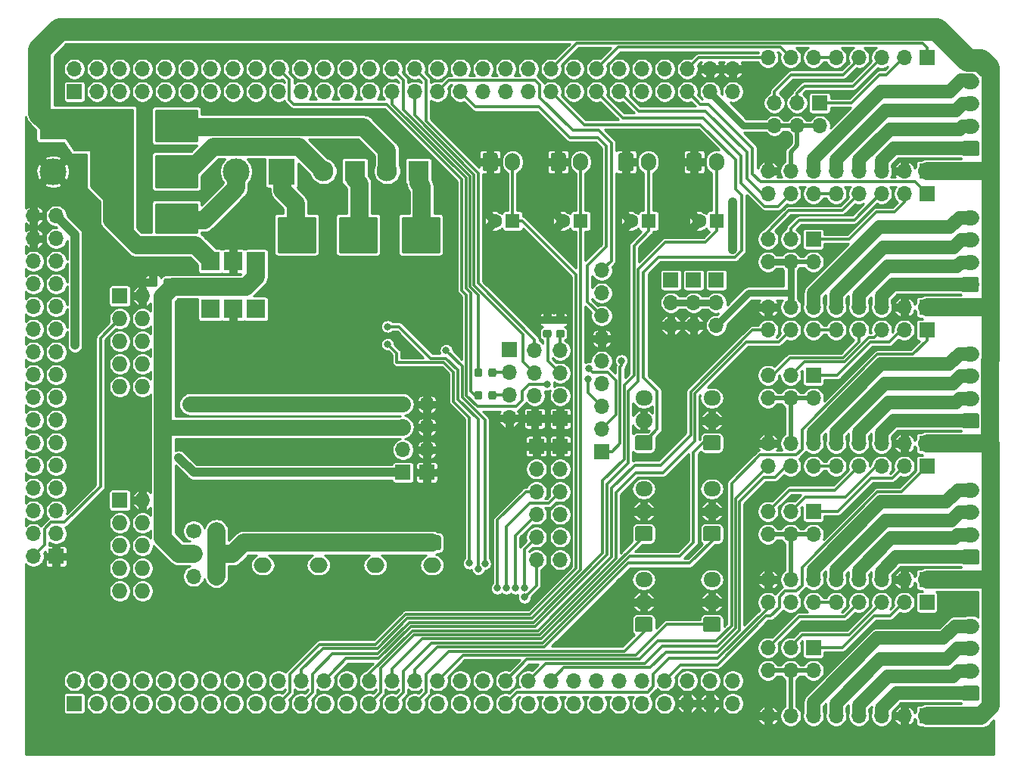
<source format=gbl>
G04 #@! TF.GenerationSoftware,KiCad,Pcbnew,(5.1.5)-3*
G04 #@! TF.CreationDate,2020-05-12T00:31:33+02:00*
G04 #@! TF.ProjectId,RAMPS_STM32F407_TFT_Touch,52414d50-535f-4535-944d-333246343037,rev?*
G04 #@! TF.SameCoordinates,Original*
G04 #@! TF.FileFunction,Copper,L2,Bot*
G04 #@! TF.FilePolarity,Positive*
%FSLAX46Y46*%
G04 Gerber Fmt 4.6, Leading zero omitted, Abs format (unit mm)*
G04 Created by KiCad (PCBNEW (5.1.5)-3) date 2020-05-12 00:31:33*
%MOMM*%
%LPD*%
G04 APERTURE LIST*
%ADD10R,2.100000X2.100000*%
%ADD11O,1.700000X1.700000*%
%ADD12R,1.700000X1.700000*%
%ADD13C,1.700000*%
%ADD14C,0.100000*%
%ADD15C,0.600000*%
%ADD16O,2.000000X1.700000*%
%ADD17O,1.950000X1.700000*%
%ADD18O,1.727200X1.727200*%
%ADD19R,1.727200X1.727200*%
%ADD20C,2.300000*%
%ADD21R,2.300000X2.300000*%
%ADD22C,3.000000*%
%ADD23R,3.000000X3.000000*%
%ADD24O,1.700000X2.000000*%
%ADD25C,1.600000*%
%ADD26R,1.600000X1.600000*%
%ADD27C,0.800000*%
%ADD28C,1.200000*%
%ADD29C,0.300000*%
%ADD30C,1.500000*%
%ADD31C,2.000000*%
%ADD32C,0.800000*%
%ADD33C,2.500000*%
%ADD34C,1.800000*%
%ADD35C,1.000000*%
%ADD36C,0.500000*%
%ADD37C,0.254000*%
G04 APERTURE END LIST*
D10*
X26543000Y-27876500D03*
X24003000Y-27876500D03*
X21463000Y-27876500D03*
X26543000Y-33210500D03*
X24003000Y-33210500D03*
X21463000Y-33210500D03*
D11*
X1651000Y-22796500D03*
X4191000Y-22796500D03*
X1651000Y-25336500D03*
X4191000Y-25336500D03*
X1651000Y-27876500D03*
X4191000Y-27876500D03*
X1651000Y-30416500D03*
X4191000Y-30416500D03*
X1651000Y-32956500D03*
X4191000Y-32956500D03*
X1651000Y-35496500D03*
X4191000Y-35496500D03*
X1651000Y-38036500D03*
X4191000Y-38036500D03*
X1651000Y-40576500D03*
X4191000Y-40576500D03*
X1651000Y-43116500D03*
X4191000Y-43116500D03*
X1651000Y-45656500D03*
X4191000Y-45656500D03*
X1651000Y-48196500D03*
X4191000Y-48196500D03*
X1651000Y-50736500D03*
X4191000Y-50736500D03*
X1651000Y-53276500D03*
X4191000Y-53276500D03*
X1651000Y-55816500D03*
X4191000Y-55816500D03*
X1651000Y-58356500D03*
X4191000Y-58356500D03*
X1651000Y-60896500D03*
D12*
X4191000Y-60896500D03*
D11*
X42989500Y-43878500D03*
X42989500Y-46418500D03*
X42989500Y-48958500D03*
D12*
X42989500Y-51498500D03*
D11*
X45656500Y-43878500D03*
X45656500Y-46418500D03*
X45656500Y-48958500D03*
D12*
X45656500Y-51498500D03*
D11*
X22098000Y-63119000D03*
X19558000Y-63119000D03*
X22098000Y-60579000D03*
X19558000Y-60579000D03*
X22098000Y-58039000D03*
D13*
X19558000Y-58039000D03*
D11*
X65214500Y-28892500D03*
X65214500Y-31432500D03*
X65214500Y-33972500D03*
X65214500Y-36512500D03*
X65214500Y-39052500D03*
X65214500Y-41592500D03*
X65214500Y-44132500D03*
X65214500Y-46672500D03*
D12*
X65214500Y-49212500D03*
G04 #@! TA.AperFunction,SMDPad,CuDef*
D14*
G36*
X60856691Y-35530053D02*
G01*
X60877926Y-35533203D01*
X60898750Y-35538419D01*
X60918962Y-35545651D01*
X60938368Y-35554830D01*
X60956781Y-35565866D01*
X60974024Y-35578654D01*
X60989930Y-35593070D01*
X61004346Y-35608976D01*
X61017134Y-35626219D01*
X61028170Y-35644632D01*
X61037349Y-35664038D01*
X61044581Y-35684250D01*
X61049797Y-35705074D01*
X61052947Y-35726309D01*
X61054000Y-35747750D01*
X61054000Y-36185250D01*
X61052947Y-36206691D01*
X61049797Y-36227926D01*
X61044581Y-36248750D01*
X61037349Y-36268962D01*
X61028170Y-36288368D01*
X61017134Y-36306781D01*
X61004346Y-36324024D01*
X60989930Y-36339930D01*
X60974024Y-36354346D01*
X60956781Y-36367134D01*
X60938368Y-36378170D01*
X60918962Y-36387349D01*
X60898750Y-36394581D01*
X60877926Y-36399797D01*
X60856691Y-36402947D01*
X60835250Y-36404000D01*
X60322750Y-36404000D01*
X60301309Y-36402947D01*
X60280074Y-36399797D01*
X60259250Y-36394581D01*
X60239038Y-36387349D01*
X60219632Y-36378170D01*
X60201219Y-36367134D01*
X60183976Y-36354346D01*
X60168070Y-36339930D01*
X60153654Y-36324024D01*
X60140866Y-36306781D01*
X60129830Y-36288368D01*
X60120651Y-36268962D01*
X60113419Y-36248750D01*
X60108203Y-36227926D01*
X60105053Y-36206691D01*
X60104000Y-36185250D01*
X60104000Y-35747750D01*
X60105053Y-35726309D01*
X60108203Y-35705074D01*
X60113419Y-35684250D01*
X60120651Y-35664038D01*
X60129830Y-35644632D01*
X60140866Y-35626219D01*
X60153654Y-35608976D01*
X60168070Y-35593070D01*
X60183976Y-35578654D01*
X60201219Y-35565866D01*
X60219632Y-35554830D01*
X60239038Y-35545651D01*
X60259250Y-35538419D01*
X60280074Y-35533203D01*
X60301309Y-35530053D01*
X60322750Y-35529000D01*
X60835250Y-35529000D01*
X60856691Y-35530053D01*
G37*
G04 #@! TD.AperFunction*
G04 #@! TA.AperFunction,SMDPad,CuDef*
G36*
X60856691Y-33955053D02*
G01*
X60877926Y-33958203D01*
X60898750Y-33963419D01*
X60918962Y-33970651D01*
X60938368Y-33979830D01*
X60956781Y-33990866D01*
X60974024Y-34003654D01*
X60989930Y-34018070D01*
X61004346Y-34033976D01*
X61017134Y-34051219D01*
X61028170Y-34069632D01*
X61037349Y-34089038D01*
X61044581Y-34109250D01*
X61049797Y-34130074D01*
X61052947Y-34151309D01*
X61054000Y-34172750D01*
X61054000Y-34610250D01*
X61052947Y-34631691D01*
X61049797Y-34652926D01*
X61044581Y-34673750D01*
X61037349Y-34693962D01*
X61028170Y-34713368D01*
X61017134Y-34731781D01*
X61004346Y-34749024D01*
X60989930Y-34764930D01*
X60974024Y-34779346D01*
X60956781Y-34792134D01*
X60938368Y-34803170D01*
X60918962Y-34812349D01*
X60898750Y-34819581D01*
X60877926Y-34824797D01*
X60856691Y-34827947D01*
X60835250Y-34829000D01*
X60322750Y-34829000D01*
X60301309Y-34827947D01*
X60280074Y-34824797D01*
X60259250Y-34819581D01*
X60239038Y-34812349D01*
X60219632Y-34803170D01*
X60201219Y-34792134D01*
X60183976Y-34779346D01*
X60168070Y-34764930D01*
X60153654Y-34749024D01*
X60140866Y-34731781D01*
X60129830Y-34713368D01*
X60120651Y-34693962D01*
X60113419Y-34673750D01*
X60108203Y-34652926D01*
X60105053Y-34631691D01*
X60104000Y-34610250D01*
X60104000Y-34172750D01*
X60105053Y-34151309D01*
X60108203Y-34130074D01*
X60113419Y-34109250D01*
X60120651Y-34089038D01*
X60129830Y-34069632D01*
X60140866Y-34051219D01*
X60153654Y-34033976D01*
X60168070Y-34018070D01*
X60183976Y-34003654D01*
X60201219Y-33990866D01*
X60219632Y-33979830D01*
X60239038Y-33970651D01*
X60259250Y-33963419D01*
X60280074Y-33958203D01*
X60301309Y-33955053D01*
X60322750Y-33954000D01*
X60835250Y-33954000D01*
X60856691Y-33955053D01*
G37*
G04 #@! TD.AperFunction*
G04 #@! TA.AperFunction,SMDPad,CuDef*
G36*
X59396191Y-33955053D02*
G01*
X59417426Y-33958203D01*
X59438250Y-33963419D01*
X59458462Y-33970651D01*
X59477868Y-33979830D01*
X59496281Y-33990866D01*
X59513524Y-34003654D01*
X59529430Y-34018070D01*
X59543846Y-34033976D01*
X59556634Y-34051219D01*
X59567670Y-34069632D01*
X59576849Y-34089038D01*
X59584081Y-34109250D01*
X59589297Y-34130074D01*
X59592447Y-34151309D01*
X59593500Y-34172750D01*
X59593500Y-34610250D01*
X59592447Y-34631691D01*
X59589297Y-34652926D01*
X59584081Y-34673750D01*
X59576849Y-34693962D01*
X59567670Y-34713368D01*
X59556634Y-34731781D01*
X59543846Y-34749024D01*
X59529430Y-34764930D01*
X59513524Y-34779346D01*
X59496281Y-34792134D01*
X59477868Y-34803170D01*
X59458462Y-34812349D01*
X59438250Y-34819581D01*
X59417426Y-34824797D01*
X59396191Y-34827947D01*
X59374750Y-34829000D01*
X58862250Y-34829000D01*
X58840809Y-34827947D01*
X58819574Y-34824797D01*
X58798750Y-34819581D01*
X58778538Y-34812349D01*
X58759132Y-34803170D01*
X58740719Y-34792134D01*
X58723476Y-34779346D01*
X58707570Y-34764930D01*
X58693154Y-34749024D01*
X58680366Y-34731781D01*
X58669330Y-34713368D01*
X58660151Y-34693962D01*
X58652919Y-34673750D01*
X58647703Y-34652926D01*
X58644553Y-34631691D01*
X58643500Y-34610250D01*
X58643500Y-34172750D01*
X58644553Y-34151309D01*
X58647703Y-34130074D01*
X58652919Y-34109250D01*
X58660151Y-34089038D01*
X58669330Y-34069632D01*
X58680366Y-34051219D01*
X58693154Y-34033976D01*
X58707570Y-34018070D01*
X58723476Y-34003654D01*
X58740719Y-33990866D01*
X58759132Y-33979830D01*
X58778538Y-33970651D01*
X58798750Y-33963419D01*
X58819574Y-33958203D01*
X58840809Y-33955053D01*
X58862250Y-33954000D01*
X59374750Y-33954000D01*
X59396191Y-33955053D01*
G37*
G04 #@! TD.AperFunction*
G04 #@! TA.AperFunction,SMDPad,CuDef*
G36*
X59396191Y-35530053D02*
G01*
X59417426Y-35533203D01*
X59438250Y-35538419D01*
X59458462Y-35545651D01*
X59477868Y-35554830D01*
X59496281Y-35565866D01*
X59513524Y-35578654D01*
X59529430Y-35593070D01*
X59543846Y-35608976D01*
X59556634Y-35626219D01*
X59567670Y-35644632D01*
X59576849Y-35664038D01*
X59584081Y-35684250D01*
X59589297Y-35705074D01*
X59592447Y-35726309D01*
X59593500Y-35747750D01*
X59593500Y-36185250D01*
X59592447Y-36206691D01*
X59589297Y-36227926D01*
X59584081Y-36248750D01*
X59576849Y-36268962D01*
X59567670Y-36288368D01*
X59556634Y-36306781D01*
X59543846Y-36324024D01*
X59529430Y-36339930D01*
X59513524Y-36354346D01*
X59496281Y-36367134D01*
X59477868Y-36378170D01*
X59458462Y-36387349D01*
X59438250Y-36394581D01*
X59417426Y-36399797D01*
X59396191Y-36402947D01*
X59374750Y-36404000D01*
X58862250Y-36404000D01*
X58840809Y-36402947D01*
X58819574Y-36399797D01*
X58798750Y-36394581D01*
X58778538Y-36387349D01*
X58759132Y-36378170D01*
X58740719Y-36367134D01*
X58723476Y-36354346D01*
X58707570Y-36339930D01*
X58693154Y-36324024D01*
X58680366Y-36306781D01*
X58669330Y-36288368D01*
X58660151Y-36268962D01*
X58652919Y-36248750D01*
X58647703Y-36227926D01*
X58644553Y-36206691D01*
X58643500Y-36185250D01*
X58643500Y-35747750D01*
X58644553Y-35726309D01*
X58647703Y-35705074D01*
X58652919Y-35684250D01*
X58660151Y-35664038D01*
X58669330Y-35644632D01*
X58680366Y-35626219D01*
X58693154Y-35608976D01*
X58707570Y-35593070D01*
X58723476Y-35578654D01*
X58740719Y-35565866D01*
X58759132Y-35554830D01*
X58778538Y-35545651D01*
X58798750Y-35538419D01*
X58819574Y-35533203D01*
X58840809Y-35530053D01*
X58862250Y-35529000D01*
X59374750Y-35529000D01*
X59396191Y-35530053D01*
G37*
G04 #@! TD.AperFunction*
G04 #@! TA.AperFunction,SMDPad,CuDef*
G36*
X53224691Y-42388553D02*
G01*
X53245926Y-42391703D01*
X53266750Y-42396919D01*
X53286962Y-42404151D01*
X53306368Y-42413330D01*
X53324781Y-42424366D01*
X53342024Y-42437154D01*
X53357930Y-42451570D01*
X53372346Y-42467476D01*
X53385134Y-42484719D01*
X53396170Y-42503132D01*
X53405349Y-42522538D01*
X53412581Y-42542750D01*
X53417797Y-42563574D01*
X53420947Y-42584809D01*
X53422000Y-42606250D01*
X53422000Y-43118750D01*
X53420947Y-43140191D01*
X53417797Y-43161426D01*
X53412581Y-43182250D01*
X53405349Y-43202462D01*
X53396170Y-43221868D01*
X53385134Y-43240281D01*
X53372346Y-43257524D01*
X53357930Y-43273430D01*
X53342024Y-43287846D01*
X53324781Y-43300634D01*
X53306368Y-43311670D01*
X53286962Y-43320849D01*
X53266750Y-43328081D01*
X53245926Y-43333297D01*
X53224691Y-43336447D01*
X53203250Y-43337500D01*
X52765750Y-43337500D01*
X52744309Y-43336447D01*
X52723074Y-43333297D01*
X52702250Y-43328081D01*
X52682038Y-43320849D01*
X52662632Y-43311670D01*
X52644219Y-43300634D01*
X52626976Y-43287846D01*
X52611070Y-43273430D01*
X52596654Y-43257524D01*
X52583866Y-43240281D01*
X52572830Y-43221868D01*
X52563651Y-43202462D01*
X52556419Y-43182250D01*
X52551203Y-43161426D01*
X52548053Y-43140191D01*
X52547000Y-43118750D01*
X52547000Y-42606250D01*
X52548053Y-42584809D01*
X52551203Y-42563574D01*
X52556419Y-42542750D01*
X52563651Y-42522538D01*
X52572830Y-42503132D01*
X52583866Y-42484719D01*
X52596654Y-42467476D01*
X52611070Y-42451570D01*
X52626976Y-42437154D01*
X52644219Y-42424366D01*
X52662632Y-42413330D01*
X52682038Y-42404151D01*
X52702250Y-42396919D01*
X52723074Y-42391703D01*
X52744309Y-42388553D01*
X52765750Y-42387500D01*
X53203250Y-42387500D01*
X53224691Y-42388553D01*
G37*
G04 #@! TD.AperFunction*
G04 #@! TA.AperFunction,SMDPad,CuDef*
G36*
X51649691Y-42388553D02*
G01*
X51670926Y-42391703D01*
X51691750Y-42396919D01*
X51711962Y-42404151D01*
X51731368Y-42413330D01*
X51749781Y-42424366D01*
X51767024Y-42437154D01*
X51782930Y-42451570D01*
X51797346Y-42467476D01*
X51810134Y-42484719D01*
X51821170Y-42503132D01*
X51830349Y-42522538D01*
X51837581Y-42542750D01*
X51842797Y-42563574D01*
X51845947Y-42584809D01*
X51847000Y-42606250D01*
X51847000Y-43118750D01*
X51845947Y-43140191D01*
X51842797Y-43161426D01*
X51837581Y-43182250D01*
X51830349Y-43202462D01*
X51821170Y-43221868D01*
X51810134Y-43240281D01*
X51797346Y-43257524D01*
X51782930Y-43273430D01*
X51767024Y-43287846D01*
X51749781Y-43300634D01*
X51731368Y-43311670D01*
X51711962Y-43320849D01*
X51691750Y-43328081D01*
X51670926Y-43333297D01*
X51649691Y-43336447D01*
X51628250Y-43337500D01*
X51190750Y-43337500D01*
X51169309Y-43336447D01*
X51148074Y-43333297D01*
X51127250Y-43328081D01*
X51107038Y-43320849D01*
X51087632Y-43311670D01*
X51069219Y-43300634D01*
X51051976Y-43287846D01*
X51036070Y-43273430D01*
X51021654Y-43257524D01*
X51008866Y-43240281D01*
X50997830Y-43221868D01*
X50988651Y-43202462D01*
X50981419Y-43182250D01*
X50976203Y-43161426D01*
X50973053Y-43140191D01*
X50972000Y-43118750D01*
X50972000Y-42606250D01*
X50973053Y-42584809D01*
X50976203Y-42563574D01*
X50981419Y-42542750D01*
X50988651Y-42522538D01*
X50997830Y-42503132D01*
X51008866Y-42484719D01*
X51021654Y-42467476D01*
X51036070Y-42451570D01*
X51051976Y-42437154D01*
X51069219Y-42424366D01*
X51087632Y-42413330D01*
X51107038Y-42404151D01*
X51127250Y-42396919D01*
X51148074Y-42391703D01*
X51169309Y-42388553D01*
X51190750Y-42387500D01*
X51628250Y-42387500D01*
X51649691Y-42388553D01*
G37*
G04 #@! TD.AperFunction*
G04 #@! TA.AperFunction,SMDPad,CuDef*
G36*
X53224691Y-39848553D02*
G01*
X53245926Y-39851703D01*
X53266750Y-39856919D01*
X53286962Y-39864151D01*
X53306368Y-39873330D01*
X53324781Y-39884366D01*
X53342024Y-39897154D01*
X53357930Y-39911570D01*
X53372346Y-39927476D01*
X53385134Y-39944719D01*
X53396170Y-39963132D01*
X53405349Y-39982538D01*
X53412581Y-40002750D01*
X53417797Y-40023574D01*
X53420947Y-40044809D01*
X53422000Y-40066250D01*
X53422000Y-40578750D01*
X53420947Y-40600191D01*
X53417797Y-40621426D01*
X53412581Y-40642250D01*
X53405349Y-40662462D01*
X53396170Y-40681868D01*
X53385134Y-40700281D01*
X53372346Y-40717524D01*
X53357930Y-40733430D01*
X53342024Y-40747846D01*
X53324781Y-40760634D01*
X53306368Y-40771670D01*
X53286962Y-40780849D01*
X53266750Y-40788081D01*
X53245926Y-40793297D01*
X53224691Y-40796447D01*
X53203250Y-40797500D01*
X52765750Y-40797500D01*
X52744309Y-40796447D01*
X52723074Y-40793297D01*
X52702250Y-40788081D01*
X52682038Y-40780849D01*
X52662632Y-40771670D01*
X52644219Y-40760634D01*
X52626976Y-40747846D01*
X52611070Y-40733430D01*
X52596654Y-40717524D01*
X52583866Y-40700281D01*
X52572830Y-40681868D01*
X52563651Y-40662462D01*
X52556419Y-40642250D01*
X52551203Y-40621426D01*
X52548053Y-40600191D01*
X52547000Y-40578750D01*
X52547000Y-40066250D01*
X52548053Y-40044809D01*
X52551203Y-40023574D01*
X52556419Y-40002750D01*
X52563651Y-39982538D01*
X52572830Y-39963132D01*
X52583866Y-39944719D01*
X52596654Y-39927476D01*
X52611070Y-39911570D01*
X52626976Y-39897154D01*
X52644219Y-39884366D01*
X52662632Y-39873330D01*
X52682038Y-39864151D01*
X52702250Y-39856919D01*
X52723074Y-39851703D01*
X52744309Y-39848553D01*
X52765750Y-39847500D01*
X53203250Y-39847500D01*
X53224691Y-39848553D01*
G37*
G04 #@! TD.AperFunction*
G04 #@! TA.AperFunction,SMDPad,CuDef*
G36*
X51649691Y-39848553D02*
G01*
X51670926Y-39851703D01*
X51691750Y-39856919D01*
X51711962Y-39864151D01*
X51731368Y-39873330D01*
X51749781Y-39884366D01*
X51767024Y-39897154D01*
X51782930Y-39911570D01*
X51797346Y-39927476D01*
X51810134Y-39944719D01*
X51821170Y-39963132D01*
X51830349Y-39982538D01*
X51837581Y-40002750D01*
X51842797Y-40023574D01*
X51845947Y-40044809D01*
X51847000Y-40066250D01*
X51847000Y-40578750D01*
X51845947Y-40600191D01*
X51842797Y-40621426D01*
X51837581Y-40642250D01*
X51830349Y-40662462D01*
X51821170Y-40681868D01*
X51810134Y-40700281D01*
X51797346Y-40717524D01*
X51782930Y-40733430D01*
X51767024Y-40747846D01*
X51749781Y-40760634D01*
X51731368Y-40771670D01*
X51711962Y-40780849D01*
X51691750Y-40788081D01*
X51670926Y-40793297D01*
X51649691Y-40796447D01*
X51628250Y-40797500D01*
X51190750Y-40797500D01*
X51169309Y-40796447D01*
X51148074Y-40793297D01*
X51127250Y-40788081D01*
X51107038Y-40780849D01*
X51087632Y-40771670D01*
X51069219Y-40760634D01*
X51051976Y-40747846D01*
X51036070Y-40733430D01*
X51021654Y-40717524D01*
X51008866Y-40700281D01*
X50997830Y-40681868D01*
X50988651Y-40662462D01*
X50981419Y-40642250D01*
X50976203Y-40621426D01*
X50973053Y-40600191D01*
X50972000Y-40578750D01*
X50972000Y-40066250D01*
X50973053Y-40044809D01*
X50976203Y-40023574D01*
X50981419Y-40002750D01*
X50988651Y-39982538D01*
X50997830Y-39963132D01*
X51008866Y-39944719D01*
X51021654Y-39927476D01*
X51036070Y-39911570D01*
X51051976Y-39897154D01*
X51069219Y-39884366D01*
X51087632Y-39873330D01*
X51107038Y-39864151D01*
X51127250Y-39856919D01*
X51148074Y-39851703D01*
X51169309Y-39848553D01*
X51190750Y-39847500D01*
X51628250Y-39847500D01*
X51649691Y-39848553D01*
G37*
G04 #@! TD.AperFunction*
D15*
X39521000Y-23344000D03*
X39521000Y-24368000D03*
X39521000Y-25392000D03*
X39521000Y-26416000D03*
X38497000Y-23344000D03*
X38497000Y-24368000D03*
X38497000Y-25392000D03*
X38497000Y-26416000D03*
X37473000Y-23344000D03*
X37473000Y-24368000D03*
X37473000Y-25392000D03*
X37473000Y-26416000D03*
X36449000Y-23344000D03*
X36449000Y-24368000D03*
X36449000Y-25392000D03*
X36449000Y-26416000D03*
X46506000Y-23344000D03*
X46506000Y-24368000D03*
X46506000Y-25392000D03*
X46506000Y-26416000D03*
X45482000Y-23344000D03*
X45482000Y-24368000D03*
X45482000Y-25392000D03*
X45482000Y-26416000D03*
X44458000Y-23344000D03*
X44458000Y-24368000D03*
X44458000Y-25392000D03*
X44458000Y-26416000D03*
X43434000Y-23344000D03*
X43434000Y-24368000D03*
X43434000Y-25392000D03*
X43434000Y-26416000D03*
X32647001Y-23352000D03*
X32647001Y-24376000D03*
X32647001Y-25400000D03*
X32647001Y-26424000D03*
X31623001Y-23352000D03*
X31623001Y-24376000D03*
X31623001Y-25400000D03*
X31623001Y-26424000D03*
X30599001Y-23352000D03*
X30599001Y-24376000D03*
X30599001Y-25400000D03*
X30599001Y-26424000D03*
X29575001Y-23352000D03*
X29575001Y-24376000D03*
X29575001Y-25400000D03*
X29575001Y-26424000D03*
D11*
X78041500Y-35052000D03*
X78041500Y-32512000D03*
D12*
X78041500Y-29972000D03*
D11*
X75501500Y-35052000D03*
X75501500Y-32512000D03*
D12*
X75501500Y-29972000D03*
D11*
X72961500Y-35052000D03*
X72961500Y-32512000D03*
D12*
X72961500Y-29972000D03*
D11*
X60579000Y-61277500D03*
X60579000Y-58737500D03*
X60579000Y-56197500D03*
X60579000Y-53657500D03*
X60579000Y-51117500D03*
D12*
X60579000Y-48577500D03*
D11*
X57912000Y-61277500D03*
X57912000Y-58737500D03*
X57912000Y-56197500D03*
X57912000Y-53657500D03*
X57912000Y-51117500D03*
D12*
X57912000Y-48577500D03*
D11*
X60579000Y-37845999D03*
X60579000Y-40385999D03*
X60579000Y-42925999D03*
D12*
X60579000Y-45465999D03*
D11*
X54864000Y-45402500D03*
X54864000Y-42862500D03*
X54864000Y-40322500D03*
D12*
X54864000Y-37782500D03*
D11*
X57721500Y-37846000D03*
X57721500Y-40386000D03*
X57721500Y-42926000D03*
D12*
X57721500Y-45466000D03*
D16*
X27305000Y-61872500D03*
G04 #@! TA.AperFunction,ComponentPad*
D14*
G36*
X28079504Y-58523704D02*
G01*
X28103773Y-58527304D01*
X28127571Y-58533265D01*
X28150671Y-58541530D01*
X28172849Y-58552020D01*
X28193893Y-58564633D01*
X28213598Y-58579247D01*
X28231777Y-58595723D01*
X28248253Y-58613902D01*
X28262867Y-58633607D01*
X28275480Y-58654651D01*
X28285970Y-58676829D01*
X28294235Y-58699929D01*
X28300196Y-58723727D01*
X28303796Y-58747996D01*
X28305000Y-58772500D01*
X28305000Y-59972500D01*
X28303796Y-59997004D01*
X28300196Y-60021273D01*
X28294235Y-60045071D01*
X28285970Y-60068171D01*
X28275480Y-60090349D01*
X28262867Y-60111393D01*
X28248253Y-60131098D01*
X28231777Y-60149277D01*
X28213598Y-60165753D01*
X28193893Y-60180367D01*
X28172849Y-60192980D01*
X28150671Y-60203470D01*
X28127571Y-60211735D01*
X28103773Y-60217696D01*
X28079504Y-60221296D01*
X28055000Y-60222500D01*
X26555000Y-60222500D01*
X26530496Y-60221296D01*
X26506227Y-60217696D01*
X26482429Y-60211735D01*
X26459329Y-60203470D01*
X26437151Y-60192980D01*
X26416107Y-60180367D01*
X26396402Y-60165753D01*
X26378223Y-60149277D01*
X26361747Y-60131098D01*
X26347133Y-60111393D01*
X26334520Y-60090349D01*
X26324030Y-60068171D01*
X26315765Y-60045071D01*
X26309804Y-60021273D01*
X26306204Y-59997004D01*
X26305000Y-59972500D01*
X26305000Y-58772500D01*
X26306204Y-58747996D01*
X26309804Y-58723727D01*
X26315765Y-58699929D01*
X26324030Y-58676829D01*
X26334520Y-58654651D01*
X26347133Y-58633607D01*
X26361747Y-58613902D01*
X26378223Y-58595723D01*
X26396402Y-58579247D01*
X26416107Y-58564633D01*
X26437151Y-58552020D01*
X26459329Y-58541530D01*
X26482429Y-58533265D01*
X26506227Y-58527304D01*
X26530496Y-58523704D01*
X26555000Y-58522500D01*
X28055000Y-58522500D01*
X28079504Y-58523704D01*
G37*
G04 #@! TD.AperFunction*
D17*
X106489500Y-68700000D03*
X106489500Y-71200000D03*
X106489500Y-73700000D03*
G04 #@! TA.AperFunction,ComponentPad*
D14*
G36*
X107239004Y-75351204D02*
G01*
X107263273Y-75354804D01*
X107287071Y-75360765D01*
X107310171Y-75369030D01*
X107332349Y-75379520D01*
X107353393Y-75392133D01*
X107373098Y-75406747D01*
X107391277Y-75423223D01*
X107407753Y-75441402D01*
X107422367Y-75461107D01*
X107434980Y-75482151D01*
X107445470Y-75504329D01*
X107453735Y-75527429D01*
X107459696Y-75551227D01*
X107463296Y-75575496D01*
X107464500Y-75600000D01*
X107464500Y-76800000D01*
X107463296Y-76824504D01*
X107459696Y-76848773D01*
X107453735Y-76872571D01*
X107445470Y-76895671D01*
X107434980Y-76917849D01*
X107422367Y-76938893D01*
X107407753Y-76958598D01*
X107391277Y-76976777D01*
X107373098Y-76993253D01*
X107353393Y-77007867D01*
X107332349Y-77020480D01*
X107310171Y-77030970D01*
X107287071Y-77039235D01*
X107263273Y-77045196D01*
X107239004Y-77048796D01*
X107214500Y-77050000D01*
X105764500Y-77050000D01*
X105739996Y-77048796D01*
X105715727Y-77045196D01*
X105691929Y-77039235D01*
X105668829Y-77030970D01*
X105646651Y-77020480D01*
X105625607Y-77007867D01*
X105605902Y-76993253D01*
X105587723Y-76976777D01*
X105571247Y-76958598D01*
X105556633Y-76938893D01*
X105544020Y-76917849D01*
X105533530Y-76895671D01*
X105525265Y-76872571D01*
X105519304Y-76848773D01*
X105515704Y-76824504D01*
X105514500Y-76800000D01*
X105514500Y-75600000D01*
X105515704Y-75575496D01*
X105519304Y-75551227D01*
X105525265Y-75527429D01*
X105533530Y-75504329D01*
X105544020Y-75482151D01*
X105556633Y-75461107D01*
X105571247Y-75441402D01*
X105587723Y-75423223D01*
X105605902Y-75406747D01*
X105625607Y-75392133D01*
X105646651Y-75379520D01*
X105668829Y-75369030D01*
X105691929Y-75360765D01*
X105715727Y-75354804D01*
X105739996Y-75351204D01*
X105764500Y-75350000D01*
X107214500Y-75350000D01*
X107239004Y-75351204D01*
G37*
G04 #@! TD.AperFunction*
D17*
X106489500Y-53460000D03*
X106489500Y-55960000D03*
X106489500Y-58460000D03*
G04 #@! TA.AperFunction,ComponentPad*
D14*
G36*
X107239004Y-60111204D02*
G01*
X107263273Y-60114804D01*
X107287071Y-60120765D01*
X107310171Y-60129030D01*
X107332349Y-60139520D01*
X107353393Y-60152133D01*
X107373098Y-60166747D01*
X107391277Y-60183223D01*
X107407753Y-60201402D01*
X107422367Y-60221107D01*
X107434980Y-60242151D01*
X107445470Y-60264329D01*
X107453735Y-60287429D01*
X107459696Y-60311227D01*
X107463296Y-60335496D01*
X107464500Y-60360000D01*
X107464500Y-61560000D01*
X107463296Y-61584504D01*
X107459696Y-61608773D01*
X107453735Y-61632571D01*
X107445470Y-61655671D01*
X107434980Y-61677849D01*
X107422367Y-61698893D01*
X107407753Y-61718598D01*
X107391277Y-61736777D01*
X107373098Y-61753253D01*
X107353393Y-61767867D01*
X107332349Y-61780480D01*
X107310171Y-61790970D01*
X107287071Y-61799235D01*
X107263273Y-61805196D01*
X107239004Y-61808796D01*
X107214500Y-61810000D01*
X105764500Y-61810000D01*
X105739996Y-61808796D01*
X105715727Y-61805196D01*
X105691929Y-61799235D01*
X105668829Y-61790970D01*
X105646651Y-61780480D01*
X105625607Y-61767867D01*
X105605902Y-61753253D01*
X105587723Y-61736777D01*
X105571247Y-61718598D01*
X105556633Y-61698893D01*
X105544020Y-61677849D01*
X105533530Y-61655671D01*
X105525265Y-61632571D01*
X105519304Y-61608773D01*
X105515704Y-61584504D01*
X105514500Y-61560000D01*
X105514500Y-60360000D01*
X105515704Y-60335496D01*
X105519304Y-60311227D01*
X105525265Y-60287429D01*
X105533530Y-60264329D01*
X105544020Y-60242151D01*
X105556633Y-60221107D01*
X105571247Y-60201402D01*
X105587723Y-60183223D01*
X105605902Y-60166747D01*
X105625607Y-60152133D01*
X105646651Y-60139520D01*
X105668829Y-60129030D01*
X105691929Y-60120765D01*
X105715727Y-60114804D01*
X105739996Y-60111204D01*
X105764500Y-60110000D01*
X107214500Y-60110000D01*
X107239004Y-60111204D01*
G37*
G04 #@! TD.AperFunction*
D17*
X106489500Y-38220000D03*
X106489500Y-40720000D03*
X106489500Y-43220000D03*
G04 #@! TA.AperFunction,ComponentPad*
D14*
G36*
X107239004Y-44871204D02*
G01*
X107263273Y-44874804D01*
X107287071Y-44880765D01*
X107310171Y-44889030D01*
X107332349Y-44899520D01*
X107353393Y-44912133D01*
X107373098Y-44926747D01*
X107391277Y-44943223D01*
X107407753Y-44961402D01*
X107422367Y-44981107D01*
X107434980Y-45002151D01*
X107445470Y-45024329D01*
X107453735Y-45047429D01*
X107459696Y-45071227D01*
X107463296Y-45095496D01*
X107464500Y-45120000D01*
X107464500Y-46320000D01*
X107463296Y-46344504D01*
X107459696Y-46368773D01*
X107453735Y-46392571D01*
X107445470Y-46415671D01*
X107434980Y-46437849D01*
X107422367Y-46458893D01*
X107407753Y-46478598D01*
X107391277Y-46496777D01*
X107373098Y-46513253D01*
X107353393Y-46527867D01*
X107332349Y-46540480D01*
X107310171Y-46550970D01*
X107287071Y-46559235D01*
X107263273Y-46565196D01*
X107239004Y-46568796D01*
X107214500Y-46570000D01*
X105764500Y-46570000D01*
X105739996Y-46568796D01*
X105715727Y-46565196D01*
X105691929Y-46559235D01*
X105668829Y-46550970D01*
X105646651Y-46540480D01*
X105625607Y-46527867D01*
X105605902Y-46513253D01*
X105587723Y-46496777D01*
X105571247Y-46478598D01*
X105556633Y-46458893D01*
X105544020Y-46437849D01*
X105533530Y-46415671D01*
X105525265Y-46392571D01*
X105519304Y-46368773D01*
X105515704Y-46344504D01*
X105514500Y-46320000D01*
X105514500Y-45120000D01*
X105515704Y-45095496D01*
X105519304Y-45071227D01*
X105525265Y-45047429D01*
X105533530Y-45024329D01*
X105544020Y-45002151D01*
X105556633Y-44981107D01*
X105571247Y-44961402D01*
X105587723Y-44943223D01*
X105605902Y-44926747D01*
X105625607Y-44912133D01*
X105646651Y-44899520D01*
X105668829Y-44889030D01*
X105691929Y-44880765D01*
X105715727Y-44874804D01*
X105739996Y-44871204D01*
X105764500Y-44870000D01*
X107214500Y-44870000D01*
X107239004Y-44871204D01*
G37*
G04 #@! TD.AperFunction*
D17*
X106426000Y-22980000D03*
X106426000Y-25480000D03*
X106426000Y-27980000D03*
G04 #@! TA.AperFunction,ComponentPad*
D14*
G36*
X107175504Y-29631204D02*
G01*
X107199773Y-29634804D01*
X107223571Y-29640765D01*
X107246671Y-29649030D01*
X107268849Y-29659520D01*
X107289893Y-29672133D01*
X107309598Y-29686747D01*
X107327777Y-29703223D01*
X107344253Y-29721402D01*
X107358867Y-29741107D01*
X107371480Y-29762151D01*
X107381970Y-29784329D01*
X107390235Y-29807429D01*
X107396196Y-29831227D01*
X107399796Y-29855496D01*
X107401000Y-29880000D01*
X107401000Y-31080000D01*
X107399796Y-31104504D01*
X107396196Y-31128773D01*
X107390235Y-31152571D01*
X107381970Y-31175671D01*
X107371480Y-31197849D01*
X107358867Y-31218893D01*
X107344253Y-31238598D01*
X107327777Y-31256777D01*
X107309598Y-31273253D01*
X107289893Y-31287867D01*
X107268849Y-31300480D01*
X107246671Y-31310970D01*
X107223571Y-31319235D01*
X107199773Y-31325196D01*
X107175504Y-31328796D01*
X107151000Y-31330000D01*
X105701000Y-31330000D01*
X105676496Y-31328796D01*
X105652227Y-31325196D01*
X105628429Y-31319235D01*
X105605329Y-31310970D01*
X105583151Y-31300480D01*
X105562107Y-31287867D01*
X105542402Y-31273253D01*
X105524223Y-31256777D01*
X105507747Y-31238598D01*
X105493133Y-31218893D01*
X105480520Y-31197849D01*
X105470030Y-31175671D01*
X105461765Y-31152571D01*
X105455804Y-31128773D01*
X105452204Y-31104504D01*
X105451000Y-31080000D01*
X105451000Y-29880000D01*
X105452204Y-29855496D01*
X105455804Y-29831227D01*
X105461765Y-29807429D01*
X105470030Y-29784329D01*
X105480520Y-29762151D01*
X105493133Y-29741107D01*
X105507747Y-29721402D01*
X105524223Y-29703223D01*
X105542402Y-29686747D01*
X105562107Y-29672133D01*
X105583151Y-29659520D01*
X105605329Y-29649030D01*
X105628429Y-29640765D01*
X105652227Y-29634804D01*
X105676496Y-29631204D01*
X105701000Y-29630000D01*
X107151000Y-29630000D01*
X107175504Y-29631204D01*
G37*
G04 #@! TD.AperFunction*
D17*
X106489500Y-7740000D03*
X106489500Y-10240000D03*
X106489500Y-12740000D03*
G04 #@! TA.AperFunction,ComponentPad*
D14*
G36*
X107239004Y-14391204D02*
G01*
X107263273Y-14394804D01*
X107287071Y-14400765D01*
X107310171Y-14409030D01*
X107332349Y-14419520D01*
X107353393Y-14432133D01*
X107373098Y-14446747D01*
X107391277Y-14463223D01*
X107407753Y-14481402D01*
X107422367Y-14501107D01*
X107434980Y-14522151D01*
X107445470Y-14544329D01*
X107453735Y-14567429D01*
X107459696Y-14591227D01*
X107463296Y-14615496D01*
X107464500Y-14640000D01*
X107464500Y-15840000D01*
X107463296Y-15864504D01*
X107459696Y-15888773D01*
X107453735Y-15912571D01*
X107445470Y-15935671D01*
X107434980Y-15957849D01*
X107422367Y-15978893D01*
X107407753Y-15998598D01*
X107391277Y-16016777D01*
X107373098Y-16033253D01*
X107353393Y-16047867D01*
X107332349Y-16060480D01*
X107310171Y-16070970D01*
X107287071Y-16079235D01*
X107263273Y-16085196D01*
X107239004Y-16088796D01*
X107214500Y-16090000D01*
X105764500Y-16090000D01*
X105739996Y-16088796D01*
X105715727Y-16085196D01*
X105691929Y-16079235D01*
X105668829Y-16070970D01*
X105646651Y-16060480D01*
X105625607Y-16047867D01*
X105605902Y-16033253D01*
X105587723Y-16016777D01*
X105571247Y-15998598D01*
X105556633Y-15978893D01*
X105544020Y-15957849D01*
X105533530Y-15935671D01*
X105525265Y-15912571D01*
X105519304Y-15888773D01*
X105515704Y-15864504D01*
X105514500Y-15840000D01*
X105514500Y-14640000D01*
X105515704Y-14615496D01*
X105519304Y-14591227D01*
X105525265Y-14567429D01*
X105533530Y-14544329D01*
X105544020Y-14522151D01*
X105556633Y-14501107D01*
X105571247Y-14481402D01*
X105587723Y-14463223D01*
X105605902Y-14446747D01*
X105625607Y-14432133D01*
X105646651Y-14419520D01*
X105668829Y-14409030D01*
X105691929Y-14400765D01*
X105715727Y-14394804D01*
X105739996Y-14391204D01*
X105764500Y-14390000D01*
X107214500Y-14390000D01*
X107239004Y-14391204D01*
G37*
G04 #@! TD.AperFunction*
D11*
X83820000Y-78740000D03*
X86360000Y-78740000D03*
X88900000Y-78740000D03*
X91440000Y-78740000D03*
X93980000Y-78740000D03*
X96520000Y-78740000D03*
X99060000Y-78740000D03*
D12*
X101600000Y-78740000D03*
D11*
X83820000Y-63500000D03*
X86360000Y-63500000D03*
X88900000Y-63500000D03*
X91440000Y-63500000D03*
X93980000Y-63500000D03*
X96520000Y-63500000D03*
X99060000Y-63500000D03*
D12*
X101600000Y-63500000D03*
D11*
X83820000Y-48260000D03*
X86360000Y-48260000D03*
X88900000Y-48260000D03*
X91440000Y-48260000D03*
X93980000Y-48260000D03*
X96520000Y-48260000D03*
X99060000Y-48260000D03*
D12*
X101600000Y-48260000D03*
D11*
X83820000Y-33020000D03*
X86360000Y-33020000D03*
X88900000Y-33020000D03*
X91440000Y-33020000D03*
X93980000Y-33020000D03*
X96520000Y-33020000D03*
X99060000Y-33020000D03*
D12*
X101600000Y-33020000D03*
D11*
X83820000Y-17780000D03*
X86360000Y-17780000D03*
X88900000Y-17780000D03*
X91440000Y-17780000D03*
X93980000Y-17780000D03*
X96520000Y-17780000D03*
X99060000Y-17780000D03*
D12*
X101600000Y-17780000D03*
D11*
X83820000Y-73660000D03*
X83820000Y-71120000D03*
X86360000Y-73660000D03*
X86360000Y-71120000D03*
X88900000Y-73660000D03*
D12*
X88900000Y-71120000D03*
D11*
X83820000Y-66040000D03*
X86360000Y-66040000D03*
X88900000Y-66040000D03*
X91440000Y-66040000D03*
X93980000Y-66040000D03*
X96520000Y-66040000D03*
X99060000Y-66040000D03*
D12*
X101600000Y-66040000D03*
D11*
X79883000Y-74803000D03*
X79883000Y-77343000D03*
X77343000Y-74803000D03*
X77343000Y-77343000D03*
X74803000Y-74803000D03*
X74803000Y-77343000D03*
X72263000Y-74803000D03*
X72263000Y-77343000D03*
X69723000Y-74803000D03*
X69723000Y-77343000D03*
X67183000Y-74803000D03*
X67183000Y-77343000D03*
X64643000Y-74803000D03*
X64643000Y-77343000D03*
X62103000Y-74803000D03*
X62103000Y-77343000D03*
X59563000Y-74803000D03*
X59563000Y-77343000D03*
X57023000Y-74803000D03*
X57023000Y-77343000D03*
X54483000Y-74803000D03*
X54483000Y-77343000D03*
X51943000Y-74803000D03*
X51943000Y-77343000D03*
X49403000Y-74803000D03*
X49403000Y-77343000D03*
X46863000Y-74803000D03*
X46863000Y-77343000D03*
X44323000Y-74803000D03*
X44323000Y-77343000D03*
X41783000Y-74803000D03*
X41783000Y-77343000D03*
X39243000Y-74803000D03*
X39243000Y-77343000D03*
X36703000Y-74803000D03*
X36703000Y-77343000D03*
X34163000Y-74803000D03*
X34163000Y-77343000D03*
X31623000Y-74803000D03*
X31623000Y-77343000D03*
X29083000Y-74803000D03*
X29083000Y-77343000D03*
X26543000Y-74803000D03*
X26543000Y-77343000D03*
X24003000Y-74803000D03*
X24003000Y-77343000D03*
X21463000Y-74803000D03*
X21463000Y-77343000D03*
X18923000Y-74803000D03*
X18923000Y-77343000D03*
X16383000Y-74803000D03*
X16383000Y-77343000D03*
X13843000Y-74803000D03*
X13843000Y-77343000D03*
X11303000Y-74803000D03*
X11303000Y-77343000D03*
X8763000Y-74803000D03*
X8763000Y-77343000D03*
X6223000Y-74803000D03*
D12*
X6223000Y-77343000D03*
D11*
X83820000Y-58420000D03*
X83820000Y-55880000D03*
X86360000Y-58420000D03*
X86360000Y-55880000D03*
X88900000Y-58420000D03*
D12*
X88900000Y-55880000D03*
D11*
X83820000Y-50800000D03*
X86360000Y-50800000D03*
X88900000Y-50800000D03*
X91440000Y-50800000D03*
X93980000Y-50800000D03*
X96520000Y-50800000D03*
X99060000Y-50800000D03*
D12*
X101600000Y-50800000D03*
D18*
X13843000Y-64770000D03*
X11303000Y-64770000D03*
X13843000Y-62230000D03*
X11303000Y-62230000D03*
X13843000Y-59690000D03*
X11303000Y-59690000D03*
X13843000Y-57150000D03*
X11303000Y-57150000D03*
X13843000Y-54610000D03*
D19*
X11303000Y-54610000D03*
D11*
X83820000Y-43180000D03*
X83820000Y-40640000D03*
X86360000Y-43180000D03*
X86360000Y-40640000D03*
X88900000Y-43180000D03*
D12*
X88900000Y-40640000D03*
D11*
X83820000Y-35560000D03*
X86360000Y-35560000D03*
X88900000Y-35560000D03*
X91440000Y-35560000D03*
X93980000Y-35560000D03*
X96520000Y-35560000D03*
X99060000Y-35560000D03*
D12*
X101600000Y-35560000D03*
D18*
X13843000Y-41910000D03*
X11303000Y-41910000D03*
X13843000Y-39370000D03*
X11303000Y-39370000D03*
X13843000Y-36830000D03*
X11303000Y-36830000D03*
X13843000Y-34290000D03*
X11303000Y-34290000D03*
X13843000Y-31750000D03*
D19*
X11303000Y-31750000D03*
D11*
X83820000Y-27940000D03*
X83820000Y-25400000D03*
X86360000Y-27940000D03*
X86360000Y-25400000D03*
X88900000Y-27940000D03*
D12*
X88900000Y-25400000D03*
D17*
X77540524Y-63503094D03*
X77540524Y-66003094D03*
G04 #@! TA.AperFunction,ComponentPad*
D14*
G36*
X78290028Y-67654298D02*
G01*
X78314297Y-67657898D01*
X78338095Y-67663859D01*
X78361195Y-67672124D01*
X78383373Y-67682614D01*
X78404417Y-67695227D01*
X78424122Y-67709841D01*
X78442301Y-67726317D01*
X78458777Y-67744496D01*
X78473391Y-67764201D01*
X78486004Y-67785245D01*
X78496494Y-67807423D01*
X78504759Y-67830523D01*
X78510720Y-67854321D01*
X78514320Y-67878590D01*
X78515524Y-67903094D01*
X78515524Y-69103094D01*
X78514320Y-69127598D01*
X78510720Y-69151867D01*
X78504759Y-69175665D01*
X78496494Y-69198765D01*
X78486004Y-69220943D01*
X78473391Y-69241987D01*
X78458777Y-69261692D01*
X78442301Y-69279871D01*
X78424122Y-69296347D01*
X78404417Y-69310961D01*
X78383373Y-69323574D01*
X78361195Y-69334064D01*
X78338095Y-69342329D01*
X78314297Y-69348290D01*
X78290028Y-69351890D01*
X78265524Y-69353094D01*
X76815524Y-69353094D01*
X76791020Y-69351890D01*
X76766751Y-69348290D01*
X76742953Y-69342329D01*
X76719853Y-69334064D01*
X76697675Y-69323574D01*
X76676631Y-69310961D01*
X76656926Y-69296347D01*
X76638747Y-69279871D01*
X76622271Y-69261692D01*
X76607657Y-69241987D01*
X76595044Y-69220943D01*
X76584554Y-69198765D01*
X76576289Y-69175665D01*
X76570328Y-69151867D01*
X76566728Y-69127598D01*
X76565524Y-69103094D01*
X76565524Y-67903094D01*
X76566728Y-67878590D01*
X76570328Y-67854321D01*
X76576289Y-67830523D01*
X76584554Y-67807423D01*
X76595044Y-67785245D01*
X76607657Y-67764201D01*
X76622271Y-67744496D01*
X76638747Y-67726317D01*
X76656926Y-67709841D01*
X76676631Y-67695227D01*
X76697675Y-67682614D01*
X76719853Y-67672124D01*
X76742953Y-67663859D01*
X76766751Y-67657898D01*
X76791020Y-67654298D01*
X76815524Y-67653094D01*
X78265524Y-67653094D01*
X78290028Y-67654298D01*
G37*
G04 #@! TD.AperFunction*
D17*
X77540524Y-53343094D03*
X77540524Y-55843094D03*
G04 #@! TA.AperFunction,ComponentPad*
D14*
G36*
X78290028Y-57494298D02*
G01*
X78314297Y-57497898D01*
X78338095Y-57503859D01*
X78361195Y-57512124D01*
X78383373Y-57522614D01*
X78404417Y-57535227D01*
X78424122Y-57549841D01*
X78442301Y-57566317D01*
X78458777Y-57584496D01*
X78473391Y-57604201D01*
X78486004Y-57625245D01*
X78496494Y-57647423D01*
X78504759Y-57670523D01*
X78510720Y-57694321D01*
X78514320Y-57718590D01*
X78515524Y-57743094D01*
X78515524Y-58943094D01*
X78514320Y-58967598D01*
X78510720Y-58991867D01*
X78504759Y-59015665D01*
X78496494Y-59038765D01*
X78486004Y-59060943D01*
X78473391Y-59081987D01*
X78458777Y-59101692D01*
X78442301Y-59119871D01*
X78424122Y-59136347D01*
X78404417Y-59150961D01*
X78383373Y-59163574D01*
X78361195Y-59174064D01*
X78338095Y-59182329D01*
X78314297Y-59188290D01*
X78290028Y-59191890D01*
X78265524Y-59193094D01*
X76815524Y-59193094D01*
X76791020Y-59191890D01*
X76766751Y-59188290D01*
X76742953Y-59182329D01*
X76719853Y-59174064D01*
X76697675Y-59163574D01*
X76676631Y-59150961D01*
X76656926Y-59136347D01*
X76638747Y-59119871D01*
X76622271Y-59101692D01*
X76607657Y-59081987D01*
X76595044Y-59060943D01*
X76584554Y-59038765D01*
X76576289Y-59015665D01*
X76570328Y-58991867D01*
X76566728Y-58967598D01*
X76565524Y-58943094D01*
X76565524Y-57743094D01*
X76566728Y-57718590D01*
X76570328Y-57694321D01*
X76576289Y-57670523D01*
X76584554Y-57647423D01*
X76595044Y-57625245D01*
X76607657Y-57604201D01*
X76622271Y-57584496D01*
X76638747Y-57566317D01*
X76656926Y-57549841D01*
X76676631Y-57535227D01*
X76697675Y-57522614D01*
X76719853Y-57512124D01*
X76742953Y-57503859D01*
X76766751Y-57497898D01*
X76791020Y-57494298D01*
X76815524Y-57493094D01*
X78265524Y-57493094D01*
X78290028Y-57494298D01*
G37*
G04 #@! TD.AperFunction*
D17*
X77540524Y-43183094D03*
X77540524Y-45683094D03*
G04 #@! TA.AperFunction,ComponentPad*
D14*
G36*
X78290028Y-47334298D02*
G01*
X78314297Y-47337898D01*
X78338095Y-47343859D01*
X78361195Y-47352124D01*
X78383373Y-47362614D01*
X78404417Y-47375227D01*
X78424122Y-47389841D01*
X78442301Y-47406317D01*
X78458777Y-47424496D01*
X78473391Y-47444201D01*
X78486004Y-47465245D01*
X78496494Y-47487423D01*
X78504759Y-47510523D01*
X78510720Y-47534321D01*
X78514320Y-47558590D01*
X78515524Y-47583094D01*
X78515524Y-48783094D01*
X78514320Y-48807598D01*
X78510720Y-48831867D01*
X78504759Y-48855665D01*
X78496494Y-48878765D01*
X78486004Y-48900943D01*
X78473391Y-48921987D01*
X78458777Y-48941692D01*
X78442301Y-48959871D01*
X78424122Y-48976347D01*
X78404417Y-48990961D01*
X78383373Y-49003574D01*
X78361195Y-49014064D01*
X78338095Y-49022329D01*
X78314297Y-49028290D01*
X78290028Y-49031890D01*
X78265524Y-49033094D01*
X76815524Y-49033094D01*
X76791020Y-49031890D01*
X76766751Y-49028290D01*
X76742953Y-49022329D01*
X76719853Y-49014064D01*
X76697675Y-49003574D01*
X76676631Y-48990961D01*
X76656926Y-48976347D01*
X76638747Y-48959871D01*
X76622271Y-48941692D01*
X76607657Y-48921987D01*
X76595044Y-48900943D01*
X76584554Y-48878765D01*
X76576289Y-48855665D01*
X76570328Y-48831867D01*
X76566728Y-48807598D01*
X76565524Y-48783094D01*
X76565524Y-47583094D01*
X76566728Y-47558590D01*
X76570328Y-47534321D01*
X76576289Y-47510523D01*
X76584554Y-47487423D01*
X76595044Y-47465245D01*
X76607657Y-47444201D01*
X76622271Y-47424496D01*
X76638747Y-47406317D01*
X76656926Y-47389841D01*
X76676631Y-47375227D01*
X76697675Y-47362614D01*
X76719853Y-47352124D01*
X76742953Y-47343859D01*
X76766751Y-47337898D01*
X76791020Y-47334298D01*
X76815524Y-47333094D01*
X78265524Y-47333094D01*
X78290028Y-47334298D01*
G37*
G04 #@! TD.AperFunction*
D11*
X83820000Y-20320000D03*
X86360000Y-20320000D03*
X88900000Y-20320000D03*
X91440000Y-20320000D03*
X93980000Y-20320000D03*
X96520000Y-20320000D03*
X99060000Y-20320000D03*
D12*
X101600000Y-20320000D03*
D11*
X79883000Y-6350000D03*
X79883000Y-8890000D03*
X77343000Y-6350000D03*
X77343000Y-8890000D03*
X74803000Y-6350000D03*
X74803000Y-8890000D03*
X72263000Y-6350000D03*
X72263000Y-8890000D03*
X69723000Y-6350000D03*
X69723000Y-8890000D03*
X67183000Y-6350000D03*
X67183000Y-8890000D03*
X64643000Y-6350000D03*
X64643000Y-8890000D03*
X62103000Y-6350000D03*
X62103000Y-8890000D03*
X59563000Y-6350000D03*
X59563000Y-8890000D03*
X57023000Y-6350000D03*
X57023000Y-8890000D03*
X54483000Y-6350000D03*
X54483000Y-8890000D03*
X51943000Y-6350000D03*
X51943000Y-8890000D03*
X49403000Y-6350000D03*
X49403000Y-8890000D03*
X46863000Y-6350000D03*
X46863000Y-8890000D03*
X44323000Y-6350000D03*
X44323000Y-8890000D03*
X41783000Y-6350000D03*
X41783000Y-8890000D03*
X39243000Y-6350000D03*
X39243000Y-8890000D03*
X36703000Y-6350000D03*
X36703000Y-8890000D03*
X34163000Y-6350000D03*
X34163000Y-8890000D03*
X31623000Y-6350000D03*
X31623000Y-8890000D03*
X29083000Y-6350000D03*
X29083000Y-8890000D03*
X26543000Y-6350000D03*
X26543000Y-8890000D03*
X24003000Y-6350000D03*
X24003000Y-8890000D03*
X21463000Y-6350000D03*
X21463000Y-8890000D03*
X18923000Y-6350000D03*
X18923000Y-8890000D03*
X16383000Y-6350000D03*
X16383000Y-8890000D03*
X13843000Y-6350000D03*
X13843000Y-8890000D03*
X11303000Y-6350000D03*
X11303000Y-8890000D03*
X8763000Y-6350000D03*
X8763000Y-8890000D03*
X6223000Y-6350000D03*
D12*
X6223000Y-8890000D03*
D17*
X69920523Y-63503094D03*
X69920523Y-66003094D03*
G04 #@! TA.AperFunction,ComponentPad*
D14*
G36*
X70670027Y-67654298D02*
G01*
X70694296Y-67657898D01*
X70718094Y-67663859D01*
X70741194Y-67672124D01*
X70763372Y-67682614D01*
X70784416Y-67695227D01*
X70804121Y-67709841D01*
X70822300Y-67726317D01*
X70838776Y-67744496D01*
X70853390Y-67764201D01*
X70866003Y-67785245D01*
X70876493Y-67807423D01*
X70884758Y-67830523D01*
X70890719Y-67854321D01*
X70894319Y-67878590D01*
X70895523Y-67903094D01*
X70895523Y-69103094D01*
X70894319Y-69127598D01*
X70890719Y-69151867D01*
X70884758Y-69175665D01*
X70876493Y-69198765D01*
X70866003Y-69220943D01*
X70853390Y-69241987D01*
X70838776Y-69261692D01*
X70822300Y-69279871D01*
X70804121Y-69296347D01*
X70784416Y-69310961D01*
X70763372Y-69323574D01*
X70741194Y-69334064D01*
X70718094Y-69342329D01*
X70694296Y-69348290D01*
X70670027Y-69351890D01*
X70645523Y-69353094D01*
X69195523Y-69353094D01*
X69171019Y-69351890D01*
X69146750Y-69348290D01*
X69122952Y-69342329D01*
X69099852Y-69334064D01*
X69077674Y-69323574D01*
X69056630Y-69310961D01*
X69036925Y-69296347D01*
X69018746Y-69279871D01*
X69002270Y-69261692D01*
X68987656Y-69241987D01*
X68975043Y-69220943D01*
X68964553Y-69198765D01*
X68956288Y-69175665D01*
X68950327Y-69151867D01*
X68946727Y-69127598D01*
X68945523Y-69103094D01*
X68945523Y-67903094D01*
X68946727Y-67878590D01*
X68950327Y-67854321D01*
X68956288Y-67830523D01*
X68964553Y-67807423D01*
X68975043Y-67785245D01*
X68987656Y-67764201D01*
X69002270Y-67744496D01*
X69018746Y-67726317D01*
X69036925Y-67709841D01*
X69056630Y-67695227D01*
X69077674Y-67682614D01*
X69099852Y-67672124D01*
X69122952Y-67663859D01*
X69146750Y-67657898D01*
X69171019Y-67654298D01*
X69195523Y-67653094D01*
X70645523Y-67653094D01*
X70670027Y-67654298D01*
G37*
G04 #@! TD.AperFunction*
D17*
X69920523Y-53343094D03*
X69920523Y-55843094D03*
G04 #@! TA.AperFunction,ComponentPad*
D14*
G36*
X70670027Y-57494298D02*
G01*
X70694296Y-57497898D01*
X70718094Y-57503859D01*
X70741194Y-57512124D01*
X70763372Y-57522614D01*
X70784416Y-57535227D01*
X70804121Y-57549841D01*
X70822300Y-57566317D01*
X70838776Y-57584496D01*
X70853390Y-57604201D01*
X70866003Y-57625245D01*
X70876493Y-57647423D01*
X70884758Y-57670523D01*
X70890719Y-57694321D01*
X70894319Y-57718590D01*
X70895523Y-57743094D01*
X70895523Y-58943094D01*
X70894319Y-58967598D01*
X70890719Y-58991867D01*
X70884758Y-59015665D01*
X70876493Y-59038765D01*
X70866003Y-59060943D01*
X70853390Y-59081987D01*
X70838776Y-59101692D01*
X70822300Y-59119871D01*
X70804121Y-59136347D01*
X70784416Y-59150961D01*
X70763372Y-59163574D01*
X70741194Y-59174064D01*
X70718094Y-59182329D01*
X70694296Y-59188290D01*
X70670027Y-59191890D01*
X70645523Y-59193094D01*
X69195523Y-59193094D01*
X69171019Y-59191890D01*
X69146750Y-59188290D01*
X69122952Y-59182329D01*
X69099852Y-59174064D01*
X69077674Y-59163574D01*
X69056630Y-59150961D01*
X69036925Y-59136347D01*
X69018746Y-59119871D01*
X69002270Y-59101692D01*
X68987656Y-59081987D01*
X68975043Y-59060943D01*
X68964553Y-59038765D01*
X68956288Y-59015665D01*
X68950327Y-58991867D01*
X68946727Y-58967598D01*
X68945523Y-58943094D01*
X68945523Y-57743094D01*
X68946727Y-57718590D01*
X68950327Y-57694321D01*
X68956288Y-57670523D01*
X68964553Y-57647423D01*
X68975043Y-57625245D01*
X68987656Y-57604201D01*
X69002270Y-57584496D01*
X69018746Y-57566317D01*
X69036925Y-57549841D01*
X69056630Y-57535227D01*
X69077674Y-57522614D01*
X69099852Y-57512124D01*
X69122952Y-57503859D01*
X69146750Y-57497898D01*
X69171019Y-57494298D01*
X69195523Y-57493094D01*
X70645523Y-57493094D01*
X70670027Y-57494298D01*
G37*
G04 #@! TD.AperFunction*
D17*
X69920523Y-43183094D03*
X69920523Y-45683094D03*
G04 #@! TA.AperFunction,ComponentPad*
D14*
G36*
X70670027Y-47334298D02*
G01*
X70694296Y-47337898D01*
X70718094Y-47343859D01*
X70741194Y-47352124D01*
X70763372Y-47362614D01*
X70784416Y-47375227D01*
X70804121Y-47389841D01*
X70822300Y-47406317D01*
X70838776Y-47424496D01*
X70853390Y-47444201D01*
X70866003Y-47465245D01*
X70876493Y-47487423D01*
X70884758Y-47510523D01*
X70890719Y-47534321D01*
X70894319Y-47558590D01*
X70895523Y-47583094D01*
X70895523Y-48783094D01*
X70894319Y-48807598D01*
X70890719Y-48831867D01*
X70884758Y-48855665D01*
X70876493Y-48878765D01*
X70866003Y-48900943D01*
X70853390Y-48921987D01*
X70838776Y-48941692D01*
X70822300Y-48959871D01*
X70804121Y-48976347D01*
X70784416Y-48990961D01*
X70763372Y-49003574D01*
X70741194Y-49014064D01*
X70718094Y-49022329D01*
X70694296Y-49028290D01*
X70670027Y-49031890D01*
X70645523Y-49033094D01*
X69195523Y-49033094D01*
X69171019Y-49031890D01*
X69146750Y-49028290D01*
X69122952Y-49022329D01*
X69099852Y-49014064D01*
X69077674Y-49003574D01*
X69056630Y-48990961D01*
X69036925Y-48976347D01*
X69018746Y-48959871D01*
X69002270Y-48941692D01*
X68987656Y-48921987D01*
X68975043Y-48900943D01*
X68964553Y-48878765D01*
X68956288Y-48855665D01*
X68950327Y-48831867D01*
X68946727Y-48807598D01*
X68945523Y-48783094D01*
X68945523Y-47583094D01*
X68946727Y-47558590D01*
X68950327Y-47534321D01*
X68956288Y-47510523D01*
X68964553Y-47487423D01*
X68975043Y-47465245D01*
X68987656Y-47444201D01*
X69002270Y-47424496D01*
X69018746Y-47406317D01*
X69036925Y-47389841D01*
X69056630Y-47375227D01*
X69077674Y-47362614D01*
X69099852Y-47352124D01*
X69122952Y-47343859D01*
X69146750Y-47337898D01*
X69171019Y-47334298D01*
X69195523Y-47333094D01*
X70645523Y-47333094D01*
X70670027Y-47334298D01*
G37*
G04 #@! TD.AperFunction*
D11*
X84518500Y-12700000D03*
X84518500Y-10160000D03*
X87058500Y-12700000D03*
X87058500Y-10160000D03*
X89598500Y-12700000D03*
D12*
X89598500Y-10160000D03*
D11*
X83820000Y-5080000D03*
X86360000Y-5080000D03*
X88900000Y-5080000D03*
X91440000Y-5080000D03*
X93980000Y-5080000D03*
X96520000Y-5080000D03*
X99060000Y-5080000D03*
D12*
X101600000Y-5080000D03*
D16*
X33528000Y-61872500D03*
G04 #@! TA.AperFunction,ComponentPad*
D14*
G36*
X34302504Y-58523704D02*
G01*
X34326773Y-58527304D01*
X34350571Y-58533265D01*
X34373671Y-58541530D01*
X34395849Y-58552020D01*
X34416893Y-58564633D01*
X34436598Y-58579247D01*
X34454777Y-58595723D01*
X34471253Y-58613902D01*
X34485867Y-58633607D01*
X34498480Y-58654651D01*
X34508970Y-58676829D01*
X34517235Y-58699929D01*
X34523196Y-58723727D01*
X34526796Y-58747996D01*
X34528000Y-58772500D01*
X34528000Y-59972500D01*
X34526796Y-59997004D01*
X34523196Y-60021273D01*
X34517235Y-60045071D01*
X34508970Y-60068171D01*
X34498480Y-60090349D01*
X34485867Y-60111393D01*
X34471253Y-60131098D01*
X34454777Y-60149277D01*
X34436598Y-60165753D01*
X34416893Y-60180367D01*
X34395849Y-60192980D01*
X34373671Y-60203470D01*
X34350571Y-60211735D01*
X34326773Y-60217696D01*
X34302504Y-60221296D01*
X34278000Y-60222500D01*
X32778000Y-60222500D01*
X32753496Y-60221296D01*
X32729227Y-60217696D01*
X32705429Y-60211735D01*
X32682329Y-60203470D01*
X32660151Y-60192980D01*
X32639107Y-60180367D01*
X32619402Y-60165753D01*
X32601223Y-60149277D01*
X32584747Y-60131098D01*
X32570133Y-60111393D01*
X32557520Y-60090349D01*
X32547030Y-60068171D01*
X32538765Y-60045071D01*
X32532804Y-60021273D01*
X32529204Y-59997004D01*
X32528000Y-59972500D01*
X32528000Y-58772500D01*
X32529204Y-58747996D01*
X32532804Y-58723727D01*
X32538765Y-58699929D01*
X32547030Y-58676829D01*
X32557520Y-58654651D01*
X32570133Y-58633607D01*
X32584747Y-58613902D01*
X32601223Y-58595723D01*
X32619402Y-58579247D01*
X32639107Y-58564633D01*
X32660151Y-58552020D01*
X32682329Y-58541530D01*
X32705429Y-58533265D01*
X32729227Y-58527304D01*
X32753496Y-58523704D01*
X32778000Y-58522500D01*
X34278000Y-58522500D01*
X34302504Y-58523704D01*
G37*
G04 #@! TD.AperFunction*
D16*
X39878000Y-61872500D03*
G04 #@! TA.AperFunction,ComponentPad*
D14*
G36*
X40652504Y-58523704D02*
G01*
X40676773Y-58527304D01*
X40700571Y-58533265D01*
X40723671Y-58541530D01*
X40745849Y-58552020D01*
X40766893Y-58564633D01*
X40786598Y-58579247D01*
X40804777Y-58595723D01*
X40821253Y-58613902D01*
X40835867Y-58633607D01*
X40848480Y-58654651D01*
X40858970Y-58676829D01*
X40867235Y-58699929D01*
X40873196Y-58723727D01*
X40876796Y-58747996D01*
X40878000Y-58772500D01*
X40878000Y-59972500D01*
X40876796Y-59997004D01*
X40873196Y-60021273D01*
X40867235Y-60045071D01*
X40858970Y-60068171D01*
X40848480Y-60090349D01*
X40835867Y-60111393D01*
X40821253Y-60131098D01*
X40804777Y-60149277D01*
X40786598Y-60165753D01*
X40766893Y-60180367D01*
X40745849Y-60192980D01*
X40723671Y-60203470D01*
X40700571Y-60211735D01*
X40676773Y-60217696D01*
X40652504Y-60221296D01*
X40628000Y-60222500D01*
X39128000Y-60222500D01*
X39103496Y-60221296D01*
X39079227Y-60217696D01*
X39055429Y-60211735D01*
X39032329Y-60203470D01*
X39010151Y-60192980D01*
X38989107Y-60180367D01*
X38969402Y-60165753D01*
X38951223Y-60149277D01*
X38934747Y-60131098D01*
X38920133Y-60111393D01*
X38907520Y-60090349D01*
X38897030Y-60068171D01*
X38888765Y-60045071D01*
X38882804Y-60021273D01*
X38879204Y-59997004D01*
X38878000Y-59972500D01*
X38878000Y-58772500D01*
X38879204Y-58747996D01*
X38882804Y-58723727D01*
X38888765Y-58699929D01*
X38897030Y-58676829D01*
X38907520Y-58654651D01*
X38920133Y-58633607D01*
X38934747Y-58613902D01*
X38951223Y-58595723D01*
X38969402Y-58579247D01*
X38989107Y-58564633D01*
X39010151Y-58552020D01*
X39032329Y-58541530D01*
X39055429Y-58533265D01*
X39079227Y-58527304D01*
X39103496Y-58523704D01*
X39128000Y-58522500D01*
X40628000Y-58522500D01*
X40652504Y-58523704D01*
G37*
G04 #@! TD.AperFunction*
D16*
X46228000Y-61872500D03*
G04 #@! TA.AperFunction,ComponentPad*
D14*
G36*
X47002504Y-58523704D02*
G01*
X47026773Y-58527304D01*
X47050571Y-58533265D01*
X47073671Y-58541530D01*
X47095849Y-58552020D01*
X47116893Y-58564633D01*
X47136598Y-58579247D01*
X47154777Y-58595723D01*
X47171253Y-58613902D01*
X47185867Y-58633607D01*
X47198480Y-58654651D01*
X47208970Y-58676829D01*
X47217235Y-58699929D01*
X47223196Y-58723727D01*
X47226796Y-58747996D01*
X47228000Y-58772500D01*
X47228000Y-59972500D01*
X47226796Y-59997004D01*
X47223196Y-60021273D01*
X47217235Y-60045071D01*
X47208970Y-60068171D01*
X47198480Y-60090349D01*
X47185867Y-60111393D01*
X47171253Y-60131098D01*
X47154777Y-60149277D01*
X47136598Y-60165753D01*
X47116893Y-60180367D01*
X47095849Y-60192980D01*
X47073671Y-60203470D01*
X47050571Y-60211735D01*
X47026773Y-60217696D01*
X47002504Y-60221296D01*
X46978000Y-60222500D01*
X45478000Y-60222500D01*
X45453496Y-60221296D01*
X45429227Y-60217696D01*
X45405429Y-60211735D01*
X45382329Y-60203470D01*
X45360151Y-60192980D01*
X45339107Y-60180367D01*
X45319402Y-60165753D01*
X45301223Y-60149277D01*
X45284747Y-60131098D01*
X45270133Y-60111393D01*
X45257520Y-60090349D01*
X45247030Y-60068171D01*
X45238765Y-60045071D01*
X45232804Y-60021273D01*
X45229204Y-59997004D01*
X45228000Y-59972500D01*
X45228000Y-58772500D01*
X45229204Y-58747996D01*
X45232804Y-58723727D01*
X45238765Y-58699929D01*
X45247030Y-58676829D01*
X45257520Y-58654651D01*
X45270133Y-58633607D01*
X45284747Y-58613902D01*
X45301223Y-58595723D01*
X45319402Y-58579247D01*
X45339107Y-58564633D01*
X45360151Y-58552020D01*
X45382329Y-58541530D01*
X45405429Y-58533265D01*
X45429227Y-58527304D01*
X45453496Y-58523704D01*
X45478000Y-58522500D01*
X46978000Y-58522500D01*
X47002504Y-58523704D01*
G37*
G04 #@! TD.AperFunction*
D20*
X34099500Y-17780000D03*
D21*
X37599500Y-17780000D03*
D20*
X41211500Y-17780000D03*
D21*
X44711500Y-17780000D03*
D22*
X24320500Y-17843500D03*
D23*
X29400500Y-17843500D03*
D22*
X3810000Y-17843500D03*
D23*
X3810000Y-12763500D03*
D24*
X55235974Y-16754973D03*
G04 #@! TA.AperFunction,ComponentPad*
D14*
G36*
X53360478Y-15756177D02*
G01*
X53384747Y-15759777D01*
X53408545Y-15765738D01*
X53431645Y-15774003D01*
X53453823Y-15784493D01*
X53474867Y-15797106D01*
X53494572Y-15811720D01*
X53512751Y-15828196D01*
X53529227Y-15846375D01*
X53543841Y-15866080D01*
X53556454Y-15887124D01*
X53566944Y-15909302D01*
X53575209Y-15932402D01*
X53581170Y-15956200D01*
X53584770Y-15980469D01*
X53585974Y-16004973D01*
X53585974Y-17504973D01*
X53584770Y-17529477D01*
X53581170Y-17553746D01*
X53575209Y-17577544D01*
X53566944Y-17600644D01*
X53556454Y-17622822D01*
X53543841Y-17643866D01*
X53529227Y-17663571D01*
X53512751Y-17681750D01*
X53494572Y-17698226D01*
X53474867Y-17712840D01*
X53453823Y-17725453D01*
X53431645Y-17735943D01*
X53408545Y-17744208D01*
X53384747Y-17750169D01*
X53360478Y-17753769D01*
X53335974Y-17754973D01*
X52135974Y-17754973D01*
X52111470Y-17753769D01*
X52087201Y-17750169D01*
X52063403Y-17744208D01*
X52040303Y-17735943D01*
X52018125Y-17725453D01*
X51997081Y-17712840D01*
X51977376Y-17698226D01*
X51959197Y-17681750D01*
X51942721Y-17663571D01*
X51928107Y-17643866D01*
X51915494Y-17622822D01*
X51905004Y-17600644D01*
X51896739Y-17577544D01*
X51890778Y-17553746D01*
X51887178Y-17529477D01*
X51885974Y-17504973D01*
X51885974Y-16004973D01*
X51887178Y-15980469D01*
X51890778Y-15956200D01*
X51896739Y-15932402D01*
X51905004Y-15909302D01*
X51915494Y-15887124D01*
X51928107Y-15866080D01*
X51942721Y-15846375D01*
X51959197Y-15828196D01*
X51977376Y-15811720D01*
X51997081Y-15797106D01*
X52018125Y-15784493D01*
X52040303Y-15774003D01*
X52063403Y-15765738D01*
X52087201Y-15759777D01*
X52111470Y-15756177D01*
X52135974Y-15754973D01*
X53335974Y-15754973D01*
X53360478Y-15756177D01*
G37*
G04 #@! TD.AperFunction*
D24*
X62855975Y-16754974D03*
G04 #@! TA.AperFunction,ComponentPad*
D14*
G36*
X60980479Y-15756178D02*
G01*
X61004748Y-15759778D01*
X61028546Y-15765739D01*
X61051646Y-15774004D01*
X61073824Y-15784494D01*
X61094868Y-15797107D01*
X61114573Y-15811721D01*
X61132752Y-15828197D01*
X61149228Y-15846376D01*
X61163842Y-15866081D01*
X61176455Y-15887125D01*
X61186945Y-15909303D01*
X61195210Y-15932403D01*
X61201171Y-15956201D01*
X61204771Y-15980470D01*
X61205975Y-16004974D01*
X61205975Y-17504974D01*
X61204771Y-17529478D01*
X61201171Y-17553747D01*
X61195210Y-17577545D01*
X61186945Y-17600645D01*
X61176455Y-17622823D01*
X61163842Y-17643867D01*
X61149228Y-17663572D01*
X61132752Y-17681751D01*
X61114573Y-17698227D01*
X61094868Y-17712841D01*
X61073824Y-17725454D01*
X61051646Y-17735944D01*
X61028546Y-17744209D01*
X61004748Y-17750170D01*
X60980479Y-17753770D01*
X60955975Y-17754974D01*
X59755975Y-17754974D01*
X59731471Y-17753770D01*
X59707202Y-17750170D01*
X59683404Y-17744209D01*
X59660304Y-17735944D01*
X59638126Y-17725454D01*
X59617082Y-17712841D01*
X59597377Y-17698227D01*
X59579198Y-17681751D01*
X59562722Y-17663572D01*
X59548108Y-17643867D01*
X59535495Y-17622823D01*
X59525005Y-17600645D01*
X59516740Y-17577545D01*
X59510779Y-17553747D01*
X59507179Y-17529478D01*
X59505975Y-17504974D01*
X59505975Y-16004974D01*
X59507179Y-15980470D01*
X59510779Y-15956201D01*
X59516740Y-15932403D01*
X59525005Y-15909303D01*
X59535495Y-15887125D01*
X59548108Y-15866081D01*
X59562722Y-15846376D01*
X59579198Y-15828197D01*
X59597377Y-15811721D01*
X59617082Y-15797107D01*
X59638126Y-15784494D01*
X59660304Y-15774004D01*
X59683404Y-15765739D01*
X59707202Y-15759778D01*
X59731471Y-15756178D01*
X59755975Y-15754974D01*
X60955975Y-15754974D01*
X60980479Y-15756178D01*
G37*
G04 #@! TD.AperFunction*
D24*
X70435973Y-16754975D03*
G04 #@! TA.AperFunction,ComponentPad*
D14*
G36*
X68560477Y-15756179D02*
G01*
X68584746Y-15759779D01*
X68608544Y-15765740D01*
X68631644Y-15774005D01*
X68653822Y-15784495D01*
X68674866Y-15797108D01*
X68694571Y-15811722D01*
X68712750Y-15828198D01*
X68729226Y-15846377D01*
X68743840Y-15866082D01*
X68756453Y-15887126D01*
X68766943Y-15909304D01*
X68775208Y-15932404D01*
X68781169Y-15956202D01*
X68784769Y-15980471D01*
X68785973Y-16004975D01*
X68785973Y-17504975D01*
X68784769Y-17529479D01*
X68781169Y-17553748D01*
X68775208Y-17577546D01*
X68766943Y-17600646D01*
X68756453Y-17622824D01*
X68743840Y-17643868D01*
X68729226Y-17663573D01*
X68712750Y-17681752D01*
X68694571Y-17698228D01*
X68674866Y-17712842D01*
X68653822Y-17725455D01*
X68631644Y-17735945D01*
X68608544Y-17744210D01*
X68584746Y-17750171D01*
X68560477Y-17753771D01*
X68535973Y-17754975D01*
X67335973Y-17754975D01*
X67311469Y-17753771D01*
X67287200Y-17750171D01*
X67263402Y-17744210D01*
X67240302Y-17735945D01*
X67218124Y-17725455D01*
X67197080Y-17712842D01*
X67177375Y-17698228D01*
X67159196Y-17681752D01*
X67142720Y-17663573D01*
X67128106Y-17643868D01*
X67115493Y-17622824D01*
X67105003Y-17600646D01*
X67096738Y-17577546D01*
X67090777Y-17553748D01*
X67087177Y-17529479D01*
X67085973Y-17504975D01*
X67085973Y-16004975D01*
X67087177Y-15980471D01*
X67090777Y-15956202D01*
X67096738Y-15932404D01*
X67105003Y-15909304D01*
X67115493Y-15887126D01*
X67128106Y-15866082D01*
X67142720Y-15846377D01*
X67159196Y-15828198D01*
X67177375Y-15811722D01*
X67197080Y-15797108D01*
X67218124Y-15784495D01*
X67240302Y-15774005D01*
X67263402Y-15765740D01*
X67287200Y-15759779D01*
X67311469Y-15756179D01*
X67335973Y-15754975D01*
X68535973Y-15754975D01*
X68560477Y-15756179D01*
G37*
G04 #@! TD.AperFunction*
D24*
X78055975Y-16754974D03*
G04 #@! TA.AperFunction,ComponentPad*
D14*
G36*
X76180479Y-15756178D02*
G01*
X76204748Y-15759778D01*
X76228546Y-15765739D01*
X76251646Y-15774004D01*
X76273824Y-15784494D01*
X76294868Y-15797107D01*
X76314573Y-15811721D01*
X76332752Y-15828197D01*
X76349228Y-15846376D01*
X76363842Y-15866081D01*
X76376455Y-15887125D01*
X76386945Y-15909303D01*
X76395210Y-15932403D01*
X76401171Y-15956201D01*
X76404771Y-15980470D01*
X76405975Y-16004974D01*
X76405975Y-17504974D01*
X76404771Y-17529478D01*
X76401171Y-17553747D01*
X76395210Y-17577545D01*
X76386945Y-17600645D01*
X76376455Y-17622823D01*
X76363842Y-17643867D01*
X76349228Y-17663572D01*
X76332752Y-17681751D01*
X76314573Y-17698227D01*
X76294868Y-17712841D01*
X76273824Y-17725454D01*
X76251646Y-17735944D01*
X76228546Y-17744209D01*
X76204748Y-17750170D01*
X76180479Y-17753770D01*
X76155975Y-17754974D01*
X74955975Y-17754974D01*
X74931471Y-17753770D01*
X74907202Y-17750170D01*
X74883404Y-17744209D01*
X74860304Y-17735944D01*
X74838126Y-17725454D01*
X74817082Y-17712841D01*
X74797377Y-17698227D01*
X74779198Y-17681751D01*
X74762722Y-17663572D01*
X74748108Y-17643867D01*
X74735495Y-17622823D01*
X74725005Y-17600645D01*
X74716740Y-17577545D01*
X74710779Y-17553747D01*
X74707179Y-17529478D01*
X74705975Y-17504974D01*
X74705975Y-16004974D01*
X74707179Y-15980470D01*
X74710779Y-15956201D01*
X74716740Y-15932403D01*
X74725005Y-15909303D01*
X74735495Y-15887125D01*
X74748108Y-15866081D01*
X74762722Y-15846376D01*
X74779198Y-15828197D01*
X74797377Y-15811721D01*
X74817082Y-15797107D01*
X74838126Y-15784494D01*
X74860304Y-15774004D01*
X74883404Y-15765739D01*
X74907202Y-15759778D01*
X74931471Y-15756178D01*
X74955975Y-15754974D01*
X76155975Y-15754974D01*
X76180479Y-15756178D01*
G37*
G04 #@! TD.AperFunction*
G04 #@! TA.AperFunction,SMDPad,CuDef*
G36*
X15310779Y-29752144D02*
G01*
X15333834Y-29755563D01*
X15356443Y-29761227D01*
X15378387Y-29769079D01*
X15399457Y-29779044D01*
X15419448Y-29791026D01*
X15438168Y-29804910D01*
X15455438Y-29820562D01*
X15471090Y-29837832D01*
X15484974Y-29856552D01*
X15496956Y-29876543D01*
X15506921Y-29897613D01*
X15514773Y-29919557D01*
X15520437Y-29942166D01*
X15523856Y-29965221D01*
X15525000Y-29988500D01*
X15525000Y-30463500D01*
X15523856Y-30486779D01*
X15520437Y-30509834D01*
X15514773Y-30532443D01*
X15506921Y-30554387D01*
X15496956Y-30575457D01*
X15484974Y-30595448D01*
X15471090Y-30614168D01*
X15455438Y-30631438D01*
X15438168Y-30647090D01*
X15419448Y-30660974D01*
X15399457Y-30672956D01*
X15378387Y-30682921D01*
X15356443Y-30690773D01*
X15333834Y-30696437D01*
X15310779Y-30699856D01*
X15287500Y-30701000D01*
X14712500Y-30701000D01*
X14689221Y-30699856D01*
X14666166Y-30696437D01*
X14643557Y-30690773D01*
X14621613Y-30682921D01*
X14600543Y-30672956D01*
X14580552Y-30660974D01*
X14561832Y-30647090D01*
X14544562Y-30631438D01*
X14528910Y-30614168D01*
X14515026Y-30595448D01*
X14503044Y-30575457D01*
X14493079Y-30554387D01*
X14485227Y-30532443D01*
X14479563Y-30509834D01*
X14476144Y-30486779D01*
X14475000Y-30463500D01*
X14475000Y-29988500D01*
X14476144Y-29965221D01*
X14479563Y-29942166D01*
X14485227Y-29919557D01*
X14493079Y-29897613D01*
X14503044Y-29876543D01*
X14515026Y-29856552D01*
X14528910Y-29837832D01*
X14544562Y-29820562D01*
X14561832Y-29804910D01*
X14580552Y-29791026D01*
X14600543Y-29779044D01*
X14621613Y-29769079D01*
X14643557Y-29761227D01*
X14666166Y-29755563D01*
X14689221Y-29752144D01*
X14712500Y-29751000D01*
X15287500Y-29751000D01*
X15310779Y-29752144D01*
G37*
G04 #@! TD.AperFunction*
G04 #@! TA.AperFunction,SMDPad,CuDef*
G36*
X17060779Y-29752144D02*
G01*
X17083834Y-29755563D01*
X17106443Y-29761227D01*
X17128387Y-29769079D01*
X17149457Y-29779044D01*
X17169448Y-29791026D01*
X17188168Y-29804910D01*
X17205438Y-29820562D01*
X17221090Y-29837832D01*
X17234974Y-29856552D01*
X17246956Y-29876543D01*
X17256921Y-29897613D01*
X17264773Y-29919557D01*
X17270437Y-29942166D01*
X17273856Y-29965221D01*
X17275000Y-29988500D01*
X17275000Y-30463500D01*
X17273856Y-30486779D01*
X17270437Y-30509834D01*
X17264773Y-30532443D01*
X17256921Y-30554387D01*
X17246956Y-30575457D01*
X17234974Y-30595448D01*
X17221090Y-30614168D01*
X17205438Y-30631438D01*
X17188168Y-30647090D01*
X17169448Y-30660974D01*
X17149457Y-30672956D01*
X17128387Y-30682921D01*
X17106443Y-30690773D01*
X17083834Y-30696437D01*
X17060779Y-30699856D01*
X17037500Y-30701000D01*
X16462500Y-30701000D01*
X16439221Y-30699856D01*
X16416166Y-30696437D01*
X16393557Y-30690773D01*
X16371613Y-30682921D01*
X16350543Y-30672956D01*
X16330552Y-30660974D01*
X16311832Y-30647090D01*
X16294562Y-30631438D01*
X16278910Y-30614168D01*
X16265026Y-30595448D01*
X16253044Y-30575457D01*
X16243079Y-30554387D01*
X16235227Y-30532443D01*
X16229563Y-30509834D01*
X16226144Y-30486779D01*
X16225000Y-30463500D01*
X16225000Y-29988500D01*
X16226144Y-29965221D01*
X16229563Y-29942166D01*
X16235227Y-29919557D01*
X16243079Y-29897613D01*
X16253044Y-29876543D01*
X16265026Y-29856552D01*
X16278910Y-29837832D01*
X16294562Y-29820562D01*
X16311832Y-29804910D01*
X16330552Y-29791026D01*
X16350543Y-29779044D01*
X16371613Y-29769079D01*
X16393557Y-29761227D01*
X16416166Y-29755563D01*
X16439221Y-29752144D01*
X16462500Y-29751000D01*
X17037500Y-29751000D01*
X17060779Y-29752144D01*
G37*
G04 #@! TD.AperFunction*
D25*
X53245000Y-23368000D03*
D26*
X55245000Y-23368000D03*
D25*
X60865000Y-23368000D03*
D26*
X62865000Y-23368000D03*
D25*
X68485000Y-23368000D03*
D26*
X70485000Y-23368000D03*
D25*
X76105000Y-23368000D03*
D26*
X78105000Y-23368000D03*
D27*
X40386000Y-68897500D03*
X29210000Y-30162500D03*
X30480000Y-30162500D03*
X31750000Y-30162500D03*
X31750000Y-31369000D03*
X30480000Y-31369000D03*
X29210000Y-31369000D03*
X36068000Y-30162500D03*
X37338000Y-30162500D03*
X38608000Y-30162500D03*
X38608000Y-31369000D03*
X37338000Y-31369000D03*
X36068000Y-31369000D03*
X43053000Y-30162500D03*
X44323000Y-30162500D03*
X45593000Y-30162500D03*
X45593000Y-31369000D03*
X44323000Y-31369000D03*
X43053000Y-31369000D03*
X29210000Y-32575500D03*
X30480000Y-32575500D03*
X31750000Y-32575500D03*
X36068000Y-32575500D03*
X37338000Y-32575500D03*
X38608000Y-32575500D03*
X43053000Y-32575500D03*
X44323000Y-32575500D03*
X45593000Y-32575500D03*
X43307000Y-57277000D03*
X36893500Y-57277000D03*
X30480000Y-57277000D03*
X29400500Y-68897500D03*
X29400500Y-66357500D03*
X42100500Y-66357500D03*
X18351500Y-32448500D03*
X18351500Y-33528000D03*
X19431000Y-32448500D03*
X19431000Y-33528000D03*
X11303000Y-27495500D03*
X10160000Y-27495500D03*
X10160000Y-28638500D03*
X11303000Y-28638500D03*
D28*
X12128500Y-18923000D03*
X12128500Y-17018000D03*
X8699500Y-17018000D03*
X8699500Y-18923000D03*
X12128500Y-20637500D03*
X10414000Y-20637500D03*
X12128500Y-22288500D03*
X12128500Y-13843000D03*
X12128500Y-11684000D03*
X19177000Y-43878500D03*
X10414000Y-11684000D03*
X10414000Y-13843000D03*
X12128500Y-23939500D03*
X8699500Y-13843000D03*
X10414000Y-18923000D03*
X10414000Y-22288500D03*
X8699500Y-11684000D03*
X10414000Y-17018000D03*
D27*
X79883000Y-21272500D03*
X79883000Y-26543000D03*
X17907000Y-49847500D03*
X6286500Y-37274500D03*
X56578500Y-64452987D03*
X56578500Y-65468506D03*
X59118500Y-41656000D03*
X63690496Y-41021000D03*
X63817500Y-39878000D03*
X67437000Y-38989000D03*
X52143825Y-61726796D03*
X47815500Y-37846000D03*
X41275000Y-35179000D03*
X51404896Y-62327055D03*
X50419000Y-61658500D03*
X41275000Y-37147500D03*
X53530500Y-64452500D03*
X54546500Y-64452500D03*
X55562500Y-64452502D03*
X15875000Y-13779500D03*
X15875000Y-12700000D03*
X15875000Y-11620500D03*
X19367500Y-11620500D03*
X17653000Y-11620500D03*
X19367500Y-12700000D03*
X17653000Y-12700000D03*
X17653000Y-13779500D03*
X19367500Y-13779500D03*
X15811500Y-18923000D03*
X19304000Y-18923000D03*
X19304000Y-16764000D03*
X17589500Y-17843500D03*
X17589500Y-18923000D03*
X15811500Y-17843500D03*
X17589500Y-16764000D03*
X19304000Y-17843500D03*
X15811500Y-16764000D03*
X19304000Y-23050500D03*
X17589500Y-21971000D03*
X19304000Y-21971000D03*
X19304000Y-24130000D03*
X17589500Y-24130000D03*
X15811500Y-21971000D03*
X17589500Y-23050500D03*
X15811500Y-23050500D03*
X15811500Y-24130000D03*
D29*
X98996500Y-5080000D02*
X99060000Y-5080000D01*
X96329500Y-6985000D02*
X97091500Y-6985000D01*
X89598500Y-10160000D02*
X93154500Y-10160000D01*
X97091500Y-6985000D02*
X98996500Y-5080000D01*
X93154500Y-10160000D02*
X96329500Y-6985000D01*
X97980500Y-22352000D02*
X99060000Y-21272500D01*
X99060000Y-21272500D02*
X99060000Y-20320000D01*
X95948500Y-22352000D02*
X97980500Y-22352000D01*
X88900000Y-25400000D02*
X92900500Y-25400000D01*
X92900500Y-25400000D02*
X95948500Y-22352000D01*
X96393000Y-20320000D02*
X96520000Y-20320000D01*
X93472000Y-23241000D02*
X96393000Y-20320000D01*
X87316919Y-23241000D02*
X93472000Y-23241000D01*
X86360000Y-25400000D02*
X86360000Y-24197919D01*
X86360000Y-24197919D02*
X87316919Y-23241000D01*
X95102741Y-36409999D02*
X95670001Y-36409999D01*
X95670001Y-36409999D02*
X96520000Y-35560000D01*
X92389230Y-39123510D02*
X95102741Y-36409999D01*
X86360000Y-40640000D02*
X87876489Y-39123511D01*
X87876489Y-39123511D02*
X92389230Y-39123510D01*
X98742500Y-35560000D02*
X99060000Y-35560000D01*
X95313500Y-36893500D02*
X97409000Y-36893500D01*
X97409000Y-36893500D02*
X98742500Y-35560000D01*
X88900000Y-40640000D02*
X91567000Y-40640000D01*
X91567000Y-40640000D02*
X95313500Y-36893500D01*
X88900000Y-50800000D02*
X91440000Y-50800000D01*
X86233000Y-53467000D02*
X84669999Y-55030001D01*
X84669999Y-55030001D02*
X83820000Y-55880000D01*
X93980000Y-50800000D02*
X91313000Y-53467000D01*
X91313000Y-53467000D02*
X86233000Y-53467000D01*
X92519500Y-54229000D02*
X95948500Y-50800000D01*
X88011000Y-54229000D02*
X92519500Y-54229000D01*
X95948500Y-50800000D02*
X96520000Y-50800000D01*
X86360000Y-55880000D02*
X88011000Y-54229000D01*
X90050000Y-55880000D02*
X88900000Y-55880000D01*
X91630500Y-55880000D02*
X90050000Y-55880000D01*
X95377000Y-52133500D02*
X91630500Y-55880000D01*
X99060000Y-50800000D02*
X97726500Y-52133500D01*
X97726500Y-52133500D02*
X95377000Y-52133500D01*
X97472500Y-67564000D02*
X98996500Y-66040000D01*
X98996500Y-66040000D02*
X99060000Y-66040000D01*
X95694500Y-67564000D02*
X97472500Y-67564000D01*
X88900000Y-71120000D02*
X92138500Y-71120000D01*
X92138500Y-71120000D02*
X95694500Y-67564000D01*
X92900500Y-69659500D02*
X96520000Y-66040000D01*
X87630000Y-69659500D02*
X92900500Y-69659500D01*
X86360000Y-71120000D02*
X86360000Y-70929500D01*
X86360000Y-70929500D02*
X87630000Y-69659500D01*
X92392500Y-67627500D02*
X93980000Y-66040000D01*
X83820000Y-71120000D02*
X87312500Y-67627500D01*
X87312500Y-67627500D02*
X92392500Y-67627500D01*
X88900000Y-66040000D02*
X91440000Y-66040000D01*
D30*
X97901125Y-15240000D02*
X106680000Y-15240000D01*
X96520000Y-16621125D02*
X97901125Y-15240000D01*
X96520000Y-17780000D02*
X96520000Y-16621125D01*
X93980000Y-17780000D02*
X93980000Y-16573500D01*
X105600500Y-12763500D02*
X106656500Y-12763500D01*
X97472500Y-13081000D02*
X105283000Y-13081000D01*
X106656500Y-12763500D02*
X106680000Y-12740000D01*
X94043500Y-16510000D02*
X97472500Y-13081000D01*
X105283000Y-13081000D02*
X105600500Y-12763500D01*
X105584000Y-10240000D02*
X106680000Y-10240000D01*
X91440000Y-16510000D02*
X96964500Y-10985500D01*
X96964500Y-10985500D02*
X104838500Y-10985500D01*
X91440000Y-17780000D02*
X91440000Y-16510000D01*
X104838500Y-10985500D02*
X105584000Y-10240000D01*
X106560000Y-7620000D02*
X106680000Y-7740000D01*
X105410000Y-7620000D02*
X106560000Y-7620000D01*
X88900000Y-16446500D02*
X96456500Y-8890000D01*
X104140000Y-8890000D02*
X105410000Y-7620000D01*
X88900000Y-17780000D02*
X88900000Y-16446500D01*
X96456500Y-8890000D02*
X104140000Y-8890000D01*
X104203500Y-24066500D02*
X105290000Y-22980000D01*
X88900000Y-31432500D02*
X96266000Y-24066500D01*
X105290000Y-22980000D02*
X106680000Y-22980000D01*
X88900000Y-33020000D02*
X88900000Y-31432500D01*
X96266000Y-24066500D02*
X104203500Y-24066500D01*
X105393500Y-25480000D02*
X106680000Y-25480000D01*
X91440000Y-31559500D02*
X96710500Y-26289000D01*
X91440000Y-33020000D02*
X91440000Y-31559500D01*
X96710500Y-26289000D02*
X104584500Y-26289000D01*
X104584500Y-26289000D02*
X105393500Y-25480000D01*
X104965500Y-28448000D02*
X105433500Y-27980000D01*
X93980000Y-31686500D02*
X97218500Y-28448000D01*
X93980000Y-33020000D02*
X93980000Y-31686500D01*
X97218500Y-28448000D02*
X104965500Y-28448000D01*
X105433500Y-27980000D02*
X106680000Y-27980000D01*
X97790000Y-30480000D02*
X105705000Y-30480000D01*
X96520000Y-31750000D02*
X97790000Y-30480000D01*
X96520000Y-33020000D02*
X96520000Y-31750000D01*
X105705000Y-30480000D02*
X106680000Y-30480000D01*
X96520000Y-48260000D02*
X96520000Y-47057919D01*
X96520000Y-47057919D02*
X97857919Y-45720000D01*
X97857919Y-45720000D02*
X106680000Y-45720000D01*
X97282000Y-43688000D02*
X104838500Y-43688000D01*
X93980000Y-46990000D02*
X97282000Y-43688000D01*
X105306500Y-43220000D02*
X106680000Y-43220000D01*
X93980000Y-48260000D02*
X93980000Y-46990000D01*
X104838500Y-43688000D02*
X105306500Y-43220000D01*
X105330000Y-40720000D02*
X106680000Y-40720000D01*
X91440000Y-46990000D02*
X96901000Y-41529000D01*
X91440000Y-48260000D02*
X91440000Y-46990000D01*
X96901000Y-41529000D02*
X104521000Y-41529000D01*
X104521000Y-41529000D02*
X105330000Y-40720000D01*
X105226500Y-38220000D02*
X106680000Y-38220000D01*
X88900000Y-46958250D02*
X96488250Y-39370000D01*
X88900000Y-48260000D02*
X88900000Y-46958250D01*
X96488250Y-39370000D02*
X104076500Y-39370000D01*
X104076500Y-39370000D02*
X105226500Y-38220000D01*
X105099500Y-53460000D02*
X106680000Y-53460000D01*
X103759000Y-54800500D02*
X105099500Y-53460000D01*
X88900000Y-63500000D02*
X88900000Y-62357000D01*
X96456500Y-54800500D02*
X103759000Y-54800500D01*
X88900000Y-62357000D02*
X96456500Y-54800500D01*
X105266500Y-55960000D02*
X106680000Y-55960000D01*
X104330500Y-56896000D02*
X105266500Y-55960000D01*
X96964500Y-56896000D02*
X104330500Y-56896000D01*
X91440000Y-63500000D02*
X91440000Y-62420500D01*
X91440000Y-62420500D02*
X96964500Y-56896000D01*
X105052500Y-58460000D02*
X106680000Y-58460000D01*
X97599500Y-58864500D02*
X104648000Y-58864500D01*
X93980000Y-63500000D02*
X93980000Y-62484000D01*
X104648000Y-58864500D02*
X105052500Y-58460000D01*
X93980000Y-62484000D02*
X97599500Y-58864500D01*
X105705000Y-60960000D02*
X106680000Y-60960000D01*
X96520000Y-63500000D02*
X96520000Y-62611000D01*
X98171000Y-60960000D02*
X105705000Y-60960000D01*
X96520000Y-62611000D02*
X98171000Y-60960000D01*
X96520000Y-78740000D02*
X96520000Y-77914500D01*
X96520000Y-77914500D02*
X98234500Y-76200000D01*
X98234500Y-76200000D02*
X106680000Y-76200000D01*
X106656500Y-73723500D02*
X106680000Y-73700000D01*
X105092500Y-73723500D02*
X106656500Y-73723500D01*
X93980000Y-77537919D02*
X97222919Y-74295000D01*
X97222919Y-74295000D02*
X104521000Y-74295000D01*
X104521000Y-74295000D02*
X105092500Y-73723500D01*
X93980000Y-78740000D02*
X93980000Y-77537919D01*
X105012500Y-71200000D02*
X106680000Y-71200000D01*
X91440000Y-77343000D02*
X96393000Y-72390000D01*
X91440000Y-78740000D02*
X91440000Y-77343000D01*
X96393000Y-72390000D02*
X103822500Y-72390000D01*
X103822500Y-72390000D02*
X105012500Y-71200000D01*
X104782000Y-68700000D02*
X106680000Y-68700000D01*
X88900000Y-77216000D02*
X96075500Y-70040500D01*
X88900000Y-78740000D02*
X88900000Y-77216000D01*
X96075500Y-70040500D02*
X103441500Y-70040500D01*
X103441500Y-70040500D02*
X104782000Y-68700000D01*
D29*
X93345000Y-8255000D02*
X96520000Y-5080000D01*
X87884000Y-8255000D02*
X93345000Y-8255000D01*
X87058500Y-10160000D02*
X87058500Y-9080500D01*
X87058500Y-9080500D02*
X87884000Y-8255000D01*
X86423500Y-6985000D02*
X84518500Y-8890000D01*
X92265500Y-6985000D02*
X86423500Y-6985000D01*
X93980000Y-5080000D02*
X93980000Y-5270500D01*
X84518500Y-8890000D02*
X84518500Y-10160000D01*
X93980000Y-5270500D02*
X92265500Y-6985000D01*
X91440000Y-5080000D02*
X88900000Y-5080000D01*
X88900000Y-20320000D02*
X91440000Y-20320000D01*
X92138500Y-22161500D02*
X93980000Y-20320000D01*
X83820000Y-25400000D02*
X83820000Y-24511000D01*
X86169500Y-22161500D02*
X92138500Y-22161500D01*
X83820000Y-24511000D02*
X86169500Y-22161500D01*
X93980000Y-36893500D02*
X93980000Y-35560000D01*
X92202000Y-38671500D02*
X93980000Y-36893500D01*
X84328000Y-40640000D02*
X86296500Y-38671500D01*
X83820000Y-40640000D02*
X84328000Y-40640000D01*
X86296500Y-38671500D02*
X92202000Y-38671500D01*
X88900000Y-35560000D02*
X91440000Y-35560000D01*
X54864000Y-40322500D02*
X52984500Y-40322500D01*
X54864000Y-42862500D02*
X52984500Y-42862500D01*
D31*
X45085000Y-24765000D02*
X44458000Y-25392000D01*
X45085000Y-19494500D02*
X45085000Y-24765000D01*
X44711500Y-17780000D02*
X44711500Y-19121000D01*
X44711500Y-19121000D02*
X45085000Y-19494500D01*
X38100000Y-24638000D02*
X39116000Y-25654000D01*
X38100000Y-19177000D02*
X38100000Y-24638000D01*
X37599500Y-17780000D02*
X37599500Y-18676500D01*
X37599500Y-18676500D02*
X38100000Y-19177000D01*
D32*
X72961500Y-32512000D02*
X75501500Y-32512000D01*
X75501500Y-32512000D02*
X78041500Y-32512000D01*
D31*
X27305000Y-59372500D02*
X33528000Y-59372500D01*
X33528000Y-59372500D02*
X39878000Y-59372500D01*
X25146000Y-59372500D02*
X27305000Y-59372500D01*
X23939500Y-60579000D02*
X25146000Y-59372500D01*
X22098000Y-60579000D02*
X23939500Y-60579000D01*
X39878000Y-59372500D02*
X46228000Y-59372500D01*
X22098000Y-63119000D02*
X22098000Y-58039000D01*
X22098000Y-58039000D02*
X22098000Y-60579000D01*
X108712000Y-6251690D02*
X108712000Y-17030700D01*
X108092990Y-17780000D02*
X101600000Y-17780000D01*
D33*
X107607100Y-5435600D02*
X108448590Y-6277090D01*
D31*
X108712000Y-16995890D02*
X108712000Y-33045400D01*
X107306322Y-48260000D02*
X101600000Y-48260000D01*
X101600000Y-33020000D02*
X108707010Y-33020000D01*
D34*
X104294848Y-33020000D02*
X104250000Y-33020000D01*
X104250000Y-33020000D02*
X101600000Y-33020000D01*
D31*
X104250000Y-63500000D02*
X101600000Y-63500000D01*
X108623100Y-63500000D02*
X104166090Y-63500000D01*
X101600000Y-48260000D02*
X108707010Y-48260000D01*
X108699300Y-48272700D02*
X108699300Y-63512700D01*
X101600000Y-63500000D02*
X108707010Y-63500000D01*
X104250000Y-78740000D02*
X101600000Y-78740000D01*
X108699300Y-63482310D02*
X108699300Y-77647800D01*
X107632500Y-78740000D02*
X104250000Y-78740000D01*
X108707010Y-77665490D02*
X107632500Y-78740000D01*
X108699300Y-38963600D02*
X108699300Y-33010590D01*
X108686600Y-48450500D02*
X108686600Y-38989000D01*
X10414000Y-12763500D02*
X10414000Y-12763500D01*
X8699500Y-12763500D02*
X3810000Y-12763500D01*
X10414000Y-12763500D02*
X8699500Y-12763500D01*
X10477500Y-12827000D02*
X10414000Y-12763500D01*
X21463000Y-27749500D02*
X19748500Y-26035000D01*
X21463000Y-27876500D02*
X21463000Y-27749500D01*
X19748500Y-26035000D02*
X13208000Y-26035000D01*
X13208000Y-26035000D02*
X10477500Y-23304500D01*
X10477500Y-23304500D02*
X10477500Y-12827000D01*
X108546900Y-33020000D02*
X104250000Y-33020000D01*
X108585000Y-32981900D02*
X108546900Y-33020000D01*
D33*
X106235500Y-5397500D02*
X107569000Y-5397500D01*
X2349500Y-4191000D02*
X4635500Y-1905000D01*
X2349500Y-11303000D02*
X2349500Y-4191000D01*
X3810000Y-12763500D02*
X2349500Y-11303000D01*
X4635500Y-1905000D02*
X102743000Y-1905000D01*
X102743000Y-1905000D02*
X106235500Y-5397500D01*
D34*
X42989500Y-43878500D02*
X19177000Y-43878500D01*
D35*
X79883000Y-21272500D02*
X79883000Y-21838185D01*
X79883000Y-21838185D02*
X79883000Y-26543000D01*
D31*
X17907000Y-60579000D02*
X19558000Y-60579000D01*
X16129000Y-44704000D02*
X16129000Y-58801000D01*
X16129000Y-58801000D02*
X17907000Y-60579000D01*
X25400000Y-30734000D02*
X26543000Y-29591000D01*
X17208500Y-30734000D02*
X25400000Y-30734000D01*
X16129000Y-44704000D02*
X16129000Y-31813500D01*
X16129000Y-31813500D02*
X17208500Y-30734000D01*
X26543000Y-29591000D02*
X26543000Y-27876500D01*
D34*
X16129000Y-46482000D02*
X16129000Y-44704000D01*
X42989500Y-46418500D02*
X42926000Y-46482000D01*
X42926000Y-46482000D02*
X16129000Y-46482000D01*
D32*
X83820000Y-27940000D02*
X86360000Y-27940000D01*
D36*
X88900000Y-27940000D02*
X86360000Y-27940000D01*
D32*
X86360000Y-33020000D02*
X86360000Y-27940000D01*
D36*
X86360000Y-48260000D02*
X86360000Y-43180000D01*
X88900000Y-43180000D02*
X86360000Y-43180000D01*
X83820000Y-43180000D02*
X86360000Y-43180000D01*
X83820000Y-58420000D02*
X86360000Y-58420000D01*
X88900000Y-58420000D02*
X86360000Y-58420000D01*
X86360000Y-62297919D02*
X86360000Y-58420000D01*
X86360000Y-63500000D02*
X86360000Y-62297919D01*
X86360000Y-78740000D02*
X86360000Y-73660000D01*
X83820000Y-73660000D02*
X86360000Y-73660000D01*
X88900000Y-73660000D02*
X86360000Y-73660000D01*
D35*
X4191000Y-22796500D02*
X6286500Y-24892000D01*
X6286500Y-24892000D02*
X6286500Y-37274500D01*
D32*
X86360000Y-31432500D02*
X86360000Y-33020000D01*
X78041500Y-35052000D02*
X81661000Y-31432500D01*
X81661000Y-31432500D02*
X86360000Y-31432500D01*
D35*
X19558000Y-51498500D02*
X17907000Y-49847500D01*
X42989500Y-51498500D02*
X19558000Y-51498500D01*
D36*
X89598500Y-12700000D02*
X87058500Y-12700000D01*
X84518500Y-12700000D02*
X87058500Y-12700000D01*
D32*
X81089500Y-12700000D02*
X84518500Y-12700000D01*
X77343000Y-8890000D02*
X77343000Y-8953500D01*
X77343000Y-8953500D02*
X81089500Y-12700000D01*
D36*
X86360000Y-16577919D02*
X86360000Y-17780000D01*
X86360000Y-15621000D02*
X86360000Y-16577919D01*
X87058500Y-12700000D02*
X87058500Y-14922500D01*
X87058500Y-14922500D02*
X86360000Y-15621000D01*
D29*
X57912000Y-58737500D02*
X56578500Y-60071000D01*
X56578500Y-60071000D02*
X56578500Y-64452987D01*
X57912000Y-61277500D02*
X57912000Y-64135006D01*
X56978499Y-65068507D02*
X56578500Y-65468506D01*
X57912000Y-64135006D02*
X56978499Y-65068507D01*
X60579000Y-35966500D02*
X60579000Y-37845999D01*
X59182000Y-38988999D02*
X60579000Y-40385999D01*
X58864500Y-35966500D02*
X59182000Y-36284000D01*
X59182000Y-36284000D02*
X59182000Y-38988999D01*
X65214500Y-44132500D02*
X63690496Y-42608496D01*
X63690496Y-42608496D02*
X63690496Y-41021000D01*
X58552815Y-41656000D02*
X59118500Y-41656000D01*
X57086500Y-41656000D02*
X58552815Y-41656000D01*
X56324500Y-42418000D02*
X57086500Y-41656000D01*
X41148000Y-10287000D02*
X49593500Y-18732500D01*
X50101500Y-42926000D02*
X51308000Y-44132500D01*
X30734000Y-10287000D02*
X41148000Y-10287000D01*
X56324500Y-43434000D02*
X56324500Y-42418000D01*
X30289500Y-9842500D02*
X30734000Y-10287000D01*
X51308000Y-44132500D02*
X55626000Y-44132500D01*
X29083000Y-6350000D02*
X30289500Y-7556500D01*
X55626000Y-44132500D02*
X56324500Y-43434000D01*
X30289500Y-7556500D02*
X30289500Y-9842500D01*
X49593500Y-18732500D02*
X49593500Y-31115000D01*
X49593500Y-31115000D02*
X50101500Y-31623000D01*
X50101500Y-31623000D02*
X50101500Y-42926000D01*
X66835472Y-45051529D02*
X66835472Y-41244972D01*
X64217499Y-40277999D02*
X63817500Y-39878000D01*
X65868499Y-40277999D02*
X64217499Y-40277999D01*
X66835472Y-41244972D02*
X65868499Y-40277999D01*
X65214500Y-46672500D02*
X66835472Y-45051529D01*
X65214500Y-49212500D02*
X66364500Y-49212500D01*
X66364500Y-49212500D02*
X67287481Y-48289519D01*
X67437000Y-39554685D02*
X67437000Y-38989000D01*
X67287481Y-39704204D02*
X67437000Y-39554685D01*
X67287481Y-48289519D02*
X67287481Y-39704204D01*
X51409500Y-39847500D02*
X51409500Y-40322500D01*
X43053000Y-7620000D02*
X43053000Y-10913520D01*
X50497522Y-18358042D02*
X50497522Y-30740542D01*
X50497522Y-30740542D02*
X51409500Y-31652520D01*
X43053000Y-10913520D02*
X50497522Y-18358042D01*
X51409500Y-31652520D02*
X51409500Y-39847500D01*
X41783000Y-6350000D02*
X43053000Y-7620000D01*
X50553511Y-31435771D02*
X50553511Y-42444011D01*
X50045511Y-18545271D02*
X50045511Y-30927771D01*
X50553511Y-42444011D02*
X50972000Y-42862500D01*
X41783000Y-10282760D02*
X50045511Y-18545271D01*
X50972000Y-42862500D02*
X51409500Y-42862500D01*
X50045511Y-30927771D02*
X50553511Y-31435771D01*
X41783000Y-8890000D02*
X41783000Y-10282760D01*
X66294000Y-14605000D02*
X66294000Y-27813000D01*
X64897000Y-13208000D02*
X66294000Y-14605000D01*
X66294000Y-27813000D02*
X65214500Y-28892500D01*
X61976000Y-13208000D02*
X64897000Y-13208000D01*
X48133000Y-7620000D02*
X57785000Y-7620000D01*
X46863000Y-8890000D02*
X48133000Y-7620000D01*
X57785000Y-7620000D02*
X58293000Y-8128000D01*
X58293000Y-8128000D02*
X58293000Y-9525000D01*
X58293000Y-9525000D02*
X61976000Y-13208000D01*
X63627000Y-32385000D02*
X65214500Y-33972500D01*
X63627000Y-28321000D02*
X63627000Y-32385000D01*
X65722500Y-14986000D02*
X65722500Y-26225500D01*
X49403000Y-8890000D02*
X51117500Y-10604500D01*
X58229500Y-10604500D02*
X61658500Y-14033500D01*
X65722500Y-26225500D02*
X63627000Y-28321000D01*
X64770000Y-14033500D02*
X65722500Y-14986000D01*
X51117500Y-10604500D02*
X58229500Y-10604500D01*
X61658500Y-14033500D02*
X64770000Y-14033500D01*
X78055975Y-16754974D02*
X78055975Y-23318975D01*
X78055975Y-23318975D02*
X78105000Y-23368000D01*
X35012999Y-73953001D02*
X34163000Y-74803000D01*
X69278500Y-41338500D02*
X68191502Y-42425498D01*
X65849500Y-52832000D02*
X65849500Y-60655220D01*
X65849500Y-60655220D02*
X57775189Y-68729531D01*
X78105000Y-24468000D02*
X76855500Y-25717500D01*
X68191502Y-50489998D02*
X65849500Y-52832000D01*
X40271720Y-72326500D02*
X36639500Y-72326500D01*
X69278500Y-28765500D02*
X69278500Y-41338500D01*
X36639500Y-72326500D02*
X35012999Y-73953001D01*
X68191502Y-42425498D02*
X68191502Y-50489998D01*
X57775189Y-68729531D02*
X43868689Y-68729531D01*
X76855500Y-25717500D02*
X72326500Y-25717500D01*
X78105000Y-23368000D02*
X78105000Y-24468000D01*
X43868689Y-68729531D02*
X40271720Y-72326500D01*
X72326500Y-25717500D02*
X69278500Y-28765500D01*
X70435973Y-23318973D02*
X70485000Y-23368000D01*
X70435973Y-16754975D02*
X70435973Y-23318973D01*
X57587960Y-68277520D02*
X43681459Y-68277521D01*
X67739492Y-49989508D02*
X65341500Y-52387500D01*
X70485000Y-23368000D02*
X70485000Y-24468000D01*
X43681459Y-68277521D02*
X40140480Y-71818500D01*
X68826489Y-26126511D02*
X68826489Y-40647511D01*
X32472999Y-76493001D02*
X31623000Y-77343000D01*
X32893000Y-76073000D02*
X32472999Y-76493001D01*
X40140480Y-71818500D02*
X35115500Y-71818500D01*
X32893000Y-74041000D02*
X32893000Y-76073000D01*
X70485000Y-24468000D02*
X68826489Y-26126511D01*
X65341500Y-60523980D02*
X57587960Y-68277520D01*
X67739492Y-41734508D02*
X67739492Y-49989508D01*
X35115500Y-71818500D02*
X32893000Y-74041000D01*
X68826489Y-40647511D02*
X67739492Y-41734508D01*
X65341500Y-52387500D02*
X65341500Y-60523980D01*
X62855975Y-23358975D02*
X62865000Y-23368000D01*
X62855975Y-16754974D02*
X62855975Y-23358975D01*
X34032908Y-71191011D02*
X40128730Y-71191010D01*
X62865000Y-62361240D02*
X62865000Y-24468000D01*
X31623000Y-73600919D02*
X34032908Y-71191011D01*
X31623000Y-74803000D02*
X31623000Y-73600919D01*
X62865000Y-24468000D02*
X62865000Y-23368000D01*
X57400730Y-67825510D02*
X62865000Y-62361240D01*
X43494229Y-67825511D02*
X57400730Y-67825510D01*
X40128730Y-71191010D02*
X43494229Y-67825511D01*
X55235974Y-23358974D02*
X55245000Y-23368000D01*
X55235974Y-16754973D02*
X55235974Y-23358974D01*
X57213500Y-67373500D02*
X62357000Y-62230000D01*
X39941500Y-70739000D02*
X43307000Y-67373500D01*
X33655000Y-70739000D02*
X39941500Y-70739000D01*
X29083000Y-77343000D02*
X30353000Y-76073000D01*
X30353000Y-76073000D02*
X30353000Y-74041000D01*
X62357000Y-29380000D02*
X56345000Y-23368000D01*
X56345000Y-23368000D02*
X55245000Y-23368000D01*
X30353000Y-74041000D02*
X33655000Y-70739000D01*
X43307000Y-67373500D02*
X57213500Y-67373500D01*
X62357000Y-62230000D02*
X62357000Y-29380000D01*
X76073000Y-5080000D02*
X74803000Y-6350000D01*
X83820000Y-5080000D02*
X76073000Y-5080000D01*
X86360000Y-5080000D02*
X85189022Y-3909022D01*
X65492999Y-5500001D02*
X64643000Y-6350000D01*
X67083978Y-3909022D02*
X65492999Y-5500001D01*
X85189022Y-3909022D02*
X67083978Y-3909022D01*
X62455989Y-3457011D02*
X60412999Y-5500001D01*
X101600000Y-5080000D02*
X101600000Y-3930000D01*
X101600000Y-3930000D02*
X101127011Y-3457011D01*
X101127011Y-3457011D02*
X62455989Y-3457011D01*
X60412999Y-5500001D02*
X59563000Y-6350000D01*
X63246000Y-12573000D02*
X59563000Y-8890000D01*
X76263500Y-12573000D02*
X63246000Y-12573000D01*
X80899000Y-20447000D02*
X80215203Y-19763203D01*
X69913500Y-40894000D02*
X69913500Y-29083000D01*
X71564500Y-27432000D02*
X80128213Y-27432000D01*
X71437500Y-46666117D02*
X71437500Y-42418000D01*
X69913500Y-29083000D02*
X71564500Y-27432000D01*
X69920523Y-48183094D02*
X71437500Y-46666117D01*
X80128213Y-27432000D02*
X80899000Y-26661213D01*
X80899000Y-26661213D02*
X80899000Y-20447000D01*
X71437500Y-42418000D02*
X69913500Y-40894000D01*
X80215203Y-19763203D02*
X80215203Y-16524703D01*
X80215203Y-16524703D02*
X76263500Y-12573000D01*
X45133478Y-70119022D02*
X58459998Y-70119022D01*
X58459998Y-70119022D02*
X69920523Y-58658497D01*
X41783000Y-73469500D02*
X45133478Y-70119022D01*
X69920523Y-58658497D02*
X69920523Y-58343094D01*
X41783000Y-74803000D02*
X41783000Y-73469500D01*
X69920523Y-69353094D02*
X69920523Y-68503094D01*
X45593000Y-74041000D02*
X48125489Y-71508511D01*
X48125489Y-71508511D02*
X67765106Y-71508511D01*
X44323000Y-77343000D02*
X45593000Y-76073000D01*
X45593000Y-76073000D02*
X45593000Y-74041000D01*
X67765106Y-71508511D02*
X69920523Y-69353094D01*
X82105500Y-15240000D02*
X77152500Y-10287000D01*
X82105500Y-18079498D02*
X82105500Y-15240000D01*
X77152500Y-10287000D02*
X76231750Y-10287000D01*
X76231750Y-10287000D02*
X74834750Y-8890000D01*
X74834750Y-8890000D02*
X74803000Y-8890000D01*
X83012502Y-18986500D02*
X82105500Y-18079498D01*
X100266500Y-18986500D02*
X83012502Y-18986500D01*
X101600000Y-20320000D02*
X100266500Y-18986500D01*
X76581000Y-11811000D02*
X67564000Y-11811000D01*
X84963000Y-21717000D02*
X83439000Y-21717000D01*
X86360000Y-20320000D02*
X84963000Y-21717000D01*
X83439000Y-21717000D02*
X80835500Y-19113500D01*
X67564000Y-11811000D02*
X64643000Y-8890000D01*
X80835500Y-19113500D02*
X80835500Y-16065500D01*
X80835500Y-16065500D02*
X76581000Y-11811000D01*
X69342000Y-11049000D02*
X67183000Y-8890000D01*
X83185000Y-20320000D02*
X81470500Y-18605500D01*
X76835000Y-11049000D02*
X69342000Y-11049000D01*
X83820000Y-20320000D02*
X83185000Y-20320000D01*
X81470500Y-18605500D02*
X81470500Y-15684500D01*
X81470500Y-15684500D02*
X76835000Y-11049000D01*
X52143825Y-45635075D02*
X49601011Y-43092261D01*
X49601011Y-39631511D02*
X47894909Y-37925409D01*
X49601011Y-43092261D02*
X49601011Y-39631511D01*
X52143825Y-61726796D02*
X52143825Y-45635075D01*
X47894909Y-37925409D02*
X47736091Y-37925409D01*
X42545000Y-35179000D02*
X41275000Y-35179000D01*
X46093489Y-38727489D02*
X42545000Y-35179000D01*
X49149000Y-40068500D02*
X47807989Y-38727489D01*
X51404896Y-62327055D02*
X51404896Y-45562896D01*
X51404896Y-45562896D02*
X49149000Y-43307000D01*
X49149000Y-43307000D02*
X49149000Y-40068500D01*
X47807989Y-38727489D02*
X46093489Y-38727489D01*
X48641000Y-40259000D02*
X47561500Y-39179500D01*
X47561500Y-39179500D02*
X42291000Y-39179500D01*
X50419000Y-61658500D02*
X50419000Y-45339000D01*
X48641000Y-43561000D02*
X48641000Y-40259000D01*
X50419000Y-45339000D02*
X48641000Y-43561000D01*
X42291000Y-38163500D02*
X41275000Y-37147500D01*
X42291000Y-39179500D02*
X42291000Y-38163500D01*
X68321760Y-60896500D02*
X73914000Y-60896500D01*
X75501500Y-59309000D02*
X75501500Y-49247118D01*
X43053000Y-76073000D02*
X43053000Y-73723500D01*
X73914000Y-60896500D02*
X75501500Y-59309000D01*
X46205467Y-70571033D02*
X58647227Y-70571033D01*
X43053000Y-73723500D02*
X46205467Y-70571033D01*
X41783000Y-77343000D02*
X43053000Y-76073000D01*
X75501500Y-49247118D02*
X76565524Y-48183094D01*
X76565524Y-48183094D02*
X77540524Y-48183094D01*
X58647227Y-70571033D02*
X68321760Y-60896500D01*
X77540524Y-59193094D02*
X77540524Y-58343094D01*
X75075118Y-61658500D02*
X77540524Y-59193094D01*
X44323000Y-73600919D02*
X46867419Y-71056500D01*
X68199000Y-61658500D02*
X75075118Y-61658500D01*
X46867419Y-71056500D02*
X58801000Y-71056500D01*
X44323000Y-74803000D02*
X44323000Y-73600919D01*
X58801000Y-71056500D02*
X68199000Y-61658500D01*
X49705480Y-71960520D02*
X47712999Y-73953001D01*
X72462668Y-68503094D02*
X69005242Y-71960520D01*
X47712999Y-73953001D02*
X46863000Y-74803000D01*
X69005242Y-71960520D02*
X49705480Y-71960520D01*
X77540524Y-68503094D02*
X72462668Y-68503094D01*
X9144000Y-36449000D02*
X11303000Y-34290000D01*
X9144000Y-53086000D02*
X9144000Y-36449000D01*
X2921000Y-59626500D02*
X2921000Y-57785000D01*
X1651000Y-60896500D02*
X2921000Y-59626500D01*
X2921000Y-57785000D02*
X3619500Y-57086500D01*
X5143500Y-57086500D02*
X9144000Y-53086000D01*
X3619500Y-57086500D02*
X5143500Y-57086500D01*
X82105500Y-35560000D02*
X82617919Y-35560000D01*
X75176489Y-42489011D02*
X82105500Y-35560000D01*
X39243000Y-73994460D02*
X44022460Y-69215000D01*
X66357500Y-60943040D02*
X66357500Y-53276500D01*
X75176489Y-47315011D02*
X75176489Y-42489011D01*
X58085540Y-69215000D02*
X66357500Y-60943040D01*
X66357500Y-53276500D02*
X68961000Y-50673000D01*
X82617919Y-35560000D02*
X83820000Y-35560000D01*
X39243000Y-74803000D02*
X39243000Y-73994460D01*
X44022460Y-69215000D02*
X58085540Y-69215000D01*
X68961000Y-50673000D02*
X71818500Y-50673000D01*
X71818500Y-50673000D02*
X75176489Y-47315011D01*
X69024500Y-51562000D02*
X66809511Y-53776989D01*
X66809511Y-53776989D02*
X66809511Y-61130269D01*
X44209689Y-69667011D02*
X40513000Y-73363700D01*
X66809511Y-61130269D02*
X58272769Y-69667011D01*
X40513000Y-76073000D02*
X40092999Y-76493001D01*
X72072500Y-51562000D02*
X69024500Y-51562000D01*
X75628500Y-42676240D02*
X75628500Y-48006000D01*
X40092999Y-76493001D02*
X39243000Y-77343000D01*
X86360000Y-35560000D02*
X85026500Y-36893500D01*
X40513000Y-73363700D02*
X40513000Y-76073000D01*
X75628500Y-48006000D02*
X72072500Y-51562000D01*
X58272769Y-69667011D02*
X44209689Y-69667011D01*
X81411240Y-36893500D02*
X75628500Y-42676240D01*
X85026500Y-36893500D02*
X81411240Y-36893500D01*
X101600000Y-36710000D02*
X101600000Y-35560000D01*
X100019500Y-38290500D02*
X101600000Y-36710000D01*
X96075500Y-38290500D02*
X100019500Y-38290500D01*
X78041500Y-70358000D02*
X79740978Y-68658522D01*
X69446469Y-72412531D02*
X71501000Y-70358000D01*
X82931000Y-49530000D02*
X86995000Y-49530000D01*
X71501000Y-70358000D02*
X78041500Y-70358000D01*
X86995000Y-49530000D02*
X87630000Y-48895000D01*
X54483000Y-74803000D02*
X56873469Y-72412531D01*
X56873469Y-72412531D02*
X69446469Y-72412531D01*
X79740978Y-68658522D02*
X79740978Y-52720022D01*
X79740978Y-52720022D02*
X82931000Y-49530000D01*
X87630000Y-48895000D02*
X87630000Y-46736000D01*
X87630000Y-46736000D02*
X96075500Y-38290500D01*
X58961458Y-72864542D02*
X57872999Y-73953001D01*
X72009000Y-70929500D02*
X70073958Y-72864542D01*
X70073958Y-72864542D02*
X58961458Y-72864542D01*
X78168500Y-70929500D02*
X72009000Y-70929500D01*
X80192989Y-68905011D02*
X78168500Y-70929500D01*
X80192989Y-54427011D02*
X80192989Y-68905011D01*
X57872999Y-73953001D02*
X57023000Y-74803000D01*
X83820000Y-50800000D02*
X80192989Y-54427011D01*
X85852000Y-50800000D02*
X86360000Y-50800000D01*
X83375500Y-52070000D02*
X84582000Y-52070000D01*
X80645000Y-54800500D02*
X83375500Y-52070000D01*
X61023500Y-73342500D02*
X70675500Y-73342500D01*
X80645000Y-69151500D02*
X80645000Y-54800500D01*
X59563000Y-74803000D02*
X61023500Y-73342500D01*
X70675500Y-73342500D02*
X72390000Y-71628000D01*
X84582000Y-52070000D02*
X85852000Y-50800000D01*
X72390000Y-71628000D02*
X78168500Y-71628000D01*
X78168500Y-71628000D02*
X80645000Y-69151500D01*
X96075500Y-53657500D02*
X98742500Y-53657500D01*
X98742500Y-53657500D02*
X101600000Y-50800000D01*
X83629500Y-67564000D02*
X84137500Y-67564000D01*
X84137500Y-67564000D02*
X85090000Y-66611500D01*
X78168500Y-73025000D02*
X83629500Y-67564000D01*
X72263000Y-74803000D02*
X74041000Y-73025000D01*
X74041000Y-73025000D02*
X78168500Y-73025000D01*
X85090000Y-66611500D02*
X85090000Y-65405000D01*
X85090000Y-65405000D02*
X85725000Y-64770000D01*
X86995000Y-64770000D02*
X87630000Y-64135000D01*
X85725000Y-64770000D02*
X86995000Y-64770000D01*
X87630000Y-64135000D02*
X87630000Y-62103000D01*
X87630000Y-62103000D02*
X96075500Y-53657500D01*
X83820000Y-66675000D02*
X83820000Y-66040000D01*
X78168500Y-72326500D02*
X83820000Y-66675000D01*
X72771000Y-72326500D02*
X78168500Y-72326500D01*
X55753000Y-76073000D02*
X70358000Y-76073000D01*
X54483000Y-77343000D02*
X55753000Y-76073000D01*
X70993000Y-74104500D02*
X72771000Y-72326500D01*
X70358000Y-76073000D02*
X70993000Y-75438000D01*
X70993000Y-75438000D02*
X70993000Y-74104500D01*
X51401544Y-17983584D02*
X51401544Y-30323963D01*
X44323000Y-6350000D02*
X45593000Y-7620000D01*
X51401544Y-30323963D02*
X57721500Y-36643919D01*
X57721500Y-36643919D02*
X57721500Y-37846000D01*
X45593000Y-12175040D02*
X51401544Y-17983584D01*
X45593000Y-7620000D02*
X45593000Y-12175040D01*
X56451500Y-39116000D02*
X56871501Y-39536001D01*
X50949533Y-30553313D02*
X56451500Y-36055280D01*
X56451500Y-36055280D02*
X56451500Y-39116000D01*
X44323000Y-11544280D02*
X50949533Y-18170813D01*
X50949533Y-18170813D02*
X50949533Y-30553313D01*
X44323000Y-8890000D02*
X44323000Y-11544280D01*
X56871501Y-39536001D02*
X57721500Y-40386000D01*
X30599001Y-26424000D02*
X31623001Y-26424000D01*
D31*
X30988000Y-21399500D02*
X30988000Y-24130000D01*
X29527500Y-19939000D02*
X30988000Y-21399500D01*
X29400500Y-17843500D02*
X29527500Y-17970500D01*
X29527500Y-17970500D02*
X29527500Y-19939000D01*
D29*
X53530500Y-63886815D02*
X53530500Y-64452500D01*
X56709919Y-53657500D02*
X53530500Y-56836919D01*
X53530500Y-56836919D02*
X53530500Y-63886815D01*
X57912000Y-53657500D02*
X56709919Y-53657500D01*
X54546500Y-63886815D02*
X54546500Y-64452500D01*
X54546500Y-57594500D02*
X54546500Y-63886815D01*
X59309000Y-54927500D02*
X57213500Y-54927500D01*
X57213500Y-54927500D02*
X54546500Y-57594500D01*
X60579000Y-53657500D02*
X59309000Y-54927500D01*
X55562500Y-58547000D02*
X55562500Y-64452502D01*
X57912000Y-56197500D02*
X55562500Y-58547000D01*
D31*
X38544500Y-12827000D02*
X18542000Y-12827000D01*
X41211500Y-17780000D02*
X41211500Y-15494000D01*
X41211500Y-15494000D02*
X38544500Y-12827000D01*
X18923000Y-17907000D02*
X18732500Y-17907000D01*
X21780500Y-15049500D02*
X18923000Y-17907000D01*
X34099500Y-17780000D02*
X31369000Y-15049500D01*
X31369000Y-15049500D02*
X21780500Y-15049500D01*
X20732750Y-23241000D02*
X17668500Y-23241000D01*
X24320500Y-17843500D02*
X24320500Y-19653250D01*
X24320500Y-19653250D02*
X20732750Y-23241000D01*
D37*
G36*
X60055974Y-5106080D02*
G01*
X60055969Y-5106084D01*
X59974167Y-5187886D01*
X59922069Y-5166307D01*
X59684243Y-5119000D01*
X59441757Y-5119000D01*
X59203931Y-5166307D01*
X58979903Y-5259102D01*
X58778283Y-5393820D01*
X58606820Y-5565283D01*
X58472102Y-5766903D01*
X58379307Y-5990931D01*
X58332000Y-6228757D01*
X58332000Y-6471243D01*
X58379307Y-6709069D01*
X58472102Y-6933097D01*
X58606820Y-7134717D01*
X58778283Y-7306180D01*
X58979903Y-7440898D01*
X59203931Y-7533693D01*
X59441757Y-7581000D01*
X59684243Y-7581000D01*
X59922069Y-7533693D01*
X60146097Y-7440898D01*
X60347717Y-7306180D01*
X60519180Y-7134717D01*
X60653898Y-6933097D01*
X60746693Y-6709069D01*
X60794000Y-6471243D01*
X60794000Y-6228757D01*
X60872000Y-6228757D01*
X60872000Y-6471243D01*
X60919307Y-6709069D01*
X61012102Y-6933097D01*
X61146820Y-7134717D01*
X61318283Y-7306180D01*
X61519903Y-7440898D01*
X61743931Y-7533693D01*
X61981757Y-7581000D01*
X62224243Y-7581000D01*
X62462069Y-7533693D01*
X62686097Y-7440898D01*
X62887717Y-7306180D01*
X63059180Y-7134717D01*
X63193898Y-6933097D01*
X63286693Y-6709069D01*
X63334000Y-6471243D01*
X63334000Y-6228757D01*
X63286693Y-5990931D01*
X63193898Y-5766903D01*
X63059180Y-5565283D01*
X62887717Y-5393820D01*
X62686097Y-5259102D01*
X62462069Y-5166307D01*
X62224243Y-5119000D01*
X61981757Y-5119000D01*
X61743931Y-5166307D01*
X61519903Y-5259102D01*
X61318283Y-5393820D01*
X61146820Y-5565283D01*
X61012102Y-5766903D01*
X60919307Y-5990931D01*
X60872000Y-6228757D01*
X60794000Y-6228757D01*
X60746693Y-5990931D01*
X60725114Y-5938833D01*
X60806916Y-5857031D01*
X60806920Y-5857026D01*
X62675936Y-3988011D01*
X66254042Y-3988011D01*
X65135974Y-5106080D01*
X65135969Y-5106084D01*
X65054167Y-5187886D01*
X65002069Y-5166307D01*
X64764243Y-5119000D01*
X64521757Y-5119000D01*
X64283931Y-5166307D01*
X64059903Y-5259102D01*
X63858283Y-5393820D01*
X63686820Y-5565283D01*
X63552102Y-5766903D01*
X63459307Y-5990931D01*
X63412000Y-6228757D01*
X63412000Y-6471243D01*
X63459307Y-6709069D01*
X63552102Y-6933097D01*
X63686820Y-7134717D01*
X63858283Y-7306180D01*
X64059903Y-7440898D01*
X64283931Y-7533693D01*
X64521757Y-7581000D01*
X64764243Y-7581000D01*
X65002069Y-7533693D01*
X65226097Y-7440898D01*
X65427717Y-7306180D01*
X65599180Y-7134717D01*
X65733898Y-6933097D01*
X65826693Y-6709069D01*
X65874000Y-6471243D01*
X65874000Y-6228757D01*
X65952000Y-6228757D01*
X65952000Y-6471243D01*
X65999307Y-6709069D01*
X66092102Y-6933097D01*
X66226820Y-7134717D01*
X66398283Y-7306180D01*
X66599903Y-7440898D01*
X66823931Y-7533693D01*
X67061757Y-7581000D01*
X67304243Y-7581000D01*
X67542069Y-7533693D01*
X67766097Y-7440898D01*
X67967717Y-7306180D01*
X68139180Y-7134717D01*
X68273898Y-6933097D01*
X68366693Y-6709069D01*
X68414000Y-6471243D01*
X68414000Y-6228757D01*
X68492000Y-6228757D01*
X68492000Y-6471243D01*
X68539307Y-6709069D01*
X68632102Y-6933097D01*
X68766820Y-7134717D01*
X68938283Y-7306180D01*
X69139903Y-7440898D01*
X69363931Y-7533693D01*
X69601757Y-7581000D01*
X69844243Y-7581000D01*
X70082069Y-7533693D01*
X70306097Y-7440898D01*
X70507717Y-7306180D01*
X70679180Y-7134717D01*
X70813898Y-6933097D01*
X70906693Y-6709069D01*
X70954000Y-6471243D01*
X70954000Y-6228757D01*
X71032000Y-6228757D01*
X71032000Y-6471243D01*
X71079307Y-6709069D01*
X71172102Y-6933097D01*
X71306820Y-7134717D01*
X71478283Y-7306180D01*
X71679903Y-7440898D01*
X71903931Y-7533693D01*
X72141757Y-7581000D01*
X72384243Y-7581000D01*
X72622069Y-7533693D01*
X72846097Y-7440898D01*
X73047717Y-7306180D01*
X73219180Y-7134717D01*
X73353898Y-6933097D01*
X73446693Y-6709069D01*
X73494000Y-6471243D01*
X73494000Y-6228757D01*
X73446693Y-5990931D01*
X73353898Y-5766903D01*
X73219180Y-5565283D01*
X73047717Y-5393820D01*
X72846097Y-5259102D01*
X72622069Y-5166307D01*
X72384243Y-5119000D01*
X72141757Y-5119000D01*
X71903931Y-5166307D01*
X71679903Y-5259102D01*
X71478283Y-5393820D01*
X71306820Y-5565283D01*
X71172102Y-5766903D01*
X71079307Y-5990931D01*
X71032000Y-6228757D01*
X70954000Y-6228757D01*
X70906693Y-5990931D01*
X70813898Y-5766903D01*
X70679180Y-5565283D01*
X70507717Y-5393820D01*
X70306097Y-5259102D01*
X70082069Y-5166307D01*
X69844243Y-5119000D01*
X69601757Y-5119000D01*
X69363931Y-5166307D01*
X69139903Y-5259102D01*
X68938283Y-5393820D01*
X68766820Y-5565283D01*
X68632102Y-5766903D01*
X68539307Y-5990931D01*
X68492000Y-6228757D01*
X68414000Y-6228757D01*
X68366693Y-5990931D01*
X68273898Y-5766903D01*
X68139180Y-5565283D01*
X67967717Y-5393820D01*
X67766097Y-5259102D01*
X67542069Y-5166307D01*
X67304243Y-5119000D01*
X67061757Y-5119000D01*
X66823931Y-5166307D01*
X66599903Y-5259102D01*
X66398283Y-5393820D01*
X66226820Y-5565283D01*
X66092102Y-5766903D01*
X65999307Y-5990931D01*
X65952000Y-6228757D01*
X65874000Y-6228757D01*
X65826693Y-5990931D01*
X65805114Y-5938833D01*
X65886916Y-5857031D01*
X65886920Y-5857026D01*
X67303925Y-4440022D01*
X82767109Y-4440022D01*
X82729102Y-4496903D01*
X82707523Y-4549000D01*
X76099073Y-4549000D01*
X76072999Y-4546432D01*
X76046925Y-4549000D01*
X76046916Y-4549000D01*
X75968906Y-4556683D01*
X75868812Y-4587047D01*
X75808696Y-4619179D01*
X75776564Y-4636354D01*
X75715970Y-4686083D01*
X75695710Y-4702710D01*
X75679083Y-4722970D01*
X75214167Y-5187887D01*
X75162069Y-5166307D01*
X74924243Y-5119000D01*
X74681757Y-5119000D01*
X74443931Y-5166307D01*
X74219903Y-5259102D01*
X74018283Y-5393820D01*
X73846820Y-5565283D01*
X73712102Y-5766903D01*
X73619307Y-5990931D01*
X73572000Y-6228757D01*
X73572000Y-6471243D01*
X73619307Y-6709069D01*
X73712102Y-6933097D01*
X73846820Y-7134717D01*
X74018283Y-7306180D01*
X74219903Y-7440898D01*
X74443931Y-7533693D01*
X74681757Y-7581000D01*
X74924243Y-7581000D01*
X75162069Y-7533693D01*
X75386097Y-7440898D01*
X75587717Y-7306180D01*
X75759180Y-7134717D01*
X75893898Y-6933097D01*
X75926309Y-6854849D01*
X76220269Y-6854849D01*
X76340333Y-7064182D01*
X76498929Y-7246070D01*
X76689962Y-7393522D01*
X76838153Y-7472716D01*
X77020000Y-7438852D01*
X77020000Y-6673000D01*
X77666000Y-6673000D01*
X77666000Y-7438852D01*
X77847847Y-7472716D01*
X77996038Y-7393522D01*
X78187071Y-7246070D01*
X78345667Y-7064182D01*
X78465731Y-6854849D01*
X78760269Y-6854849D01*
X78880333Y-7064182D01*
X79038929Y-7246070D01*
X79229962Y-7393522D01*
X79378153Y-7472716D01*
X79560000Y-7438852D01*
X79560000Y-6673000D01*
X80206000Y-6673000D01*
X80206000Y-7438852D01*
X80387847Y-7472716D01*
X80536038Y-7393522D01*
X80727071Y-7246070D01*
X80885667Y-7064182D01*
X81005731Y-6854849D01*
X80975634Y-6673000D01*
X80206000Y-6673000D01*
X79560000Y-6673000D01*
X78790366Y-6673000D01*
X78760269Y-6854849D01*
X78465731Y-6854849D01*
X78435634Y-6673000D01*
X77666000Y-6673000D01*
X77020000Y-6673000D01*
X76250366Y-6673000D01*
X76220269Y-6854849D01*
X75926309Y-6854849D01*
X75986693Y-6709069D01*
X76034000Y-6471243D01*
X76034000Y-6228757D01*
X75986693Y-5990931D01*
X75965113Y-5938833D01*
X76292947Y-5611000D01*
X76361973Y-5611000D01*
X76340333Y-5635818D01*
X76220269Y-5845151D01*
X76250366Y-6027000D01*
X77020000Y-6027000D01*
X77020000Y-6007000D01*
X77666000Y-6007000D01*
X77666000Y-6027000D01*
X78435634Y-6027000D01*
X78465731Y-5845151D01*
X78345667Y-5635818D01*
X78324027Y-5611000D01*
X78901973Y-5611000D01*
X78880333Y-5635818D01*
X78760269Y-5845151D01*
X78790366Y-6027000D01*
X79560000Y-6027000D01*
X79560000Y-6007000D01*
X80206000Y-6007000D01*
X80206000Y-6027000D01*
X80975634Y-6027000D01*
X81005731Y-5845151D01*
X80885667Y-5635818D01*
X80864027Y-5611000D01*
X82707523Y-5611000D01*
X82729102Y-5663097D01*
X82863820Y-5864717D01*
X83035283Y-6036180D01*
X83236903Y-6170898D01*
X83460931Y-6263693D01*
X83698757Y-6311000D01*
X83941243Y-6311000D01*
X84179069Y-6263693D01*
X84403097Y-6170898D01*
X84604717Y-6036180D01*
X84776180Y-5864717D01*
X84910898Y-5663097D01*
X85003693Y-5439069D01*
X85051000Y-5201243D01*
X85051000Y-4958757D01*
X85003693Y-4720931D01*
X84910898Y-4496903D01*
X84872891Y-4440022D01*
X84969076Y-4440022D01*
X85197887Y-4668833D01*
X85176307Y-4720931D01*
X85129000Y-4958757D01*
X85129000Y-5201243D01*
X85176307Y-5439069D01*
X85269102Y-5663097D01*
X85403820Y-5864717D01*
X85575283Y-6036180D01*
X85776903Y-6170898D01*
X86000931Y-6263693D01*
X86238757Y-6311000D01*
X86481243Y-6311000D01*
X86719069Y-6263693D01*
X86943097Y-6170898D01*
X87144717Y-6036180D01*
X87316180Y-5864717D01*
X87450898Y-5663097D01*
X87543693Y-5439069D01*
X87591000Y-5201243D01*
X87591000Y-4958757D01*
X87543693Y-4720931D01*
X87450898Y-4496903D01*
X87316180Y-4295283D01*
X87144717Y-4123820D01*
X86943097Y-3989102D01*
X86940463Y-3988011D01*
X88319537Y-3988011D01*
X88316903Y-3989102D01*
X88115283Y-4123820D01*
X87943820Y-4295283D01*
X87809102Y-4496903D01*
X87716307Y-4720931D01*
X87669000Y-4958757D01*
X87669000Y-5201243D01*
X87716307Y-5439069D01*
X87809102Y-5663097D01*
X87943820Y-5864717D01*
X88115283Y-6036180D01*
X88316903Y-6170898D01*
X88540931Y-6263693D01*
X88778757Y-6311000D01*
X89021243Y-6311000D01*
X89259069Y-6263693D01*
X89483097Y-6170898D01*
X89684717Y-6036180D01*
X89856180Y-5864717D01*
X89990898Y-5663097D01*
X90012477Y-5611000D01*
X90327523Y-5611000D01*
X90349102Y-5663097D01*
X90483820Y-5864717D01*
X90655283Y-6036180D01*
X90856903Y-6170898D01*
X91080931Y-6263693D01*
X91318757Y-6311000D01*
X91561243Y-6311000D01*
X91799069Y-6263693D01*
X92023097Y-6170898D01*
X92224717Y-6036180D01*
X92396180Y-5864717D01*
X92530898Y-5663097D01*
X92623693Y-5439069D01*
X92671000Y-5201243D01*
X92671000Y-4958757D01*
X92623693Y-4720931D01*
X92530898Y-4496903D01*
X92396180Y-4295283D01*
X92224717Y-4123820D01*
X92023097Y-3989102D01*
X92020463Y-3988011D01*
X93399537Y-3988011D01*
X93396903Y-3989102D01*
X93195283Y-4123820D01*
X93023820Y-4295283D01*
X92889102Y-4496903D01*
X92796307Y-4720931D01*
X92749000Y-4958757D01*
X92749000Y-5201243D01*
X92796307Y-5439069D01*
X92873683Y-5625871D01*
X92045554Y-6454000D01*
X86449574Y-6454000D01*
X86423500Y-6451432D01*
X86397426Y-6454000D01*
X86397416Y-6454000D01*
X86319406Y-6461683D01*
X86219312Y-6492047D01*
X86127064Y-6541354D01*
X86092113Y-6570038D01*
X86046210Y-6607710D01*
X86029583Y-6627970D01*
X84161475Y-8496079D01*
X84141210Y-8512710D01*
X84074854Y-8593565D01*
X84025547Y-8685813D01*
X83995183Y-8785907D01*
X83987500Y-8863917D01*
X83987500Y-8863926D01*
X83984932Y-8890000D01*
X83987500Y-8916074D01*
X83987500Y-9047523D01*
X83935403Y-9069102D01*
X83733783Y-9203820D01*
X83562320Y-9375283D01*
X83427602Y-9576903D01*
X83334807Y-9800931D01*
X83287500Y-10038757D01*
X83287500Y-10281243D01*
X83334807Y-10519069D01*
X83427602Y-10743097D01*
X83562320Y-10944717D01*
X83733783Y-11116180D01*
X83935403Y-11250898D01*
X84159431Y-11343693D01*
X84397257Y-11391000D01*
X84639743Y-11391000D01*
X84877569Y-11343693D01*
X85101597Y-11250898D01*
X85303217Y-11116180D01*
X85474680Y-10944717D01*
X85609398Y-10743097D01*
X85702193Y-10519069D01*
X85749500Y-10281243D01*
X85749500Y-10038757D01*
X85702193Y-9800931D01*
X85609398Y-9576903D01*
X85474680Y-9375283D01*
X85303217Y-9203820D01*
X85101597Y-9069102D01*
X85093640Y-9065806D01*
X86643447Y-7516000D01*
X92239426Y-7516000D01*
X92265500Y-7518568D01*
X92291574Y-7516000D01*
X92291584Y-7516000D01*
X92369594Y-7508317D01*
X92469688Y-7477953D01*
X92561935Y-7428646D01*
X92642790Y-7362290D01*
X92659421Y-7342025D01*
X93718371Y-6283075D01*
X93858757Y-6311000D01*
X94101243Y-6311000D01*
X94339069Y-6263693D01*
X94563097Y-6170898D01*
X94764717Y-6036180D01*
X94936180Y-5864717D01*
X95070898Y-5663097D01*
X95163693Y-5439069D01*
X95211000Y-5201243D01*
X95211000Y-4958757D01*
X95163693Y-4720931D01*
X95070898Y-4496903D01*
X94936180Y-4295283D01*
X94764717Y-4123820D01*
X94563097Y-3989102D01*
X94560463Y-3988011D01*
X95939537Y-3988011D01*
X95936903Y-3989102D01*
X95735283Y-4123820D01*
X95563820Y-4295283D01*
X95429102Y-4496903D01*
X95336307Y-4720931D01*
X95289000Y-4958757D01*
X95289000Y-5201243D01*
X95336307Y-5439069D01*
X95357886Y-5491167D01*
X93125054Y-7724000D01*
X87910073Y-7724000D01*
X87883999Y-7721432D01*
X87857925Y-7724000D01*
X87857916Y-7724000D01*
X87779906Y-7731683D01*
X87679812Y-7762047D01*
X87625220Y-7791227D01*
X87587564Y-7811354D01*
X87550571Y-7841714D01*
X87506710Y-7877710D01*
X87490083Y-7897970D01*
X86701471Y-8686583D01*
X86681211Y-8703210D01*
X86664584Y-8723470D01*
X86664583Y-8723471D01*
X86614854Y-8784065D01*
X86565547Y-8876313D01*
X86535184Y-8976407D01*
X86528209Y-9047229D01*
X86475403Y-9069102D01*
X86273783Y-9203820D01*
X86102320Y-9375283D01*
X85967602Y-9576903D01*
X85874807Y-9800931D01*
X85827500Y-10038757D01*
X85827500Y-10281243D01*
X85874807Y-10519069D01*
X85967602Y-10743097D01*
X86102320Y-10944717D01*
X86273783Y-11116180D01*
X86475403Y-11250898D01*
X86699431Y-11343693D01*
X86937257Y-11391000D01*
X87179743Y-11391000D01*
X87417569Y-11343693D01*
X87641597Y-11250898D01*
X87843217Y-11116180D01*
X88014680Y-10944717D01*
X88149398Y-10743097D01*
X88242193Y-10519069D01*
X88289500Y-10281243D01*
X88289500Y-10038757D01*
X88242193Y-9800931D01*
X88149398Y-9576903D01*
X88014680Y-9375283D01*
X87843217Y-9203820D01*
X87749048Y-9140898D01*
X88103947Y-8786000D01*
X93318926Y-8786000D01*
X93345000Y-8788568D01*
X93371074Y-8786000D01*
X93371084Y-8786000D01*
X93449094Y-8778317D01*
X93549188Y-8747953D01*
X93641435Y-8698646D01*
X93722290Y-8632290D01*
X93738921Y-8612025D01*
X96108833Y-6242114D01*
X96160931Y-6263693D01*
X96398757Y-6311000D01*
X96641243Y-6311000D01*
X96879069Y-6263693D01*
X97103097Y-6170898D01*
X97258478Y-6067076D01*
X96871554Y-6454000D01*
X96355573Y-6454000D01*
X96329499Y-6451432D01*
X96303425Y-6454000D01*
X96303416Y-6454000D01*
X96225406Y-6461683D01*
X96125312Y-6492047D01*
X96033064Y-6541354D01*
X95998113Y-6570038D01*
X95952210Y-6607710D01*
X95935583Y-6627970D01*
X92934554Y-9629000D01*
X90831343Y-9629000D01*
X90831343Y-9310000D01*
X90823987Y-9235311D01*
X90802201Y-9163492D01*
X90766822Y-9097304D01*
X90719211Y-9039289D01*
X90661196Y-8991678D01*
X90595008Y-8956299D01*
X90523189Y-8934513D01*
X90448500Y-8927157D01*
X88748500Y-8927157D01*
X88673811Y-8934513D01*
X88601992Y-8956299D01*
X88535804Y-8991678D01*
X88477789Y-9039289D01*
X88430178Y-9097304D01*
X88394799Y-9163492D01*
X88373013Y-9235311D01*
X88365657Y-9310000D01*
X88365657Y-11010000D01*
X88373013Y-11084689D01*
X88394799Y-11156508D01*
X88430178Y-11222696D01*
X88477789Y-11280711D01*
X88535804Y-11328322D01*
X88601992Y-11363701D01*
X88673811Y-11385487D01*
X88748500Y-11392843D01*
X90448500Y-11392843D01*
X90523189Y-11385487D01*
X90595008Y-11363701D01*
X90661196Y-11328322D01*
X90719211Y-11280711D01*
X90766822Y-11222696D01*
X90802201Y-11156508D01*
X90823987Y-11084689D01*
X90831343Y-11010000D01*
X90831343Y-10691000D01*
X93056024Y-10691000D01*
X90805593Y-12941432D01*
X90829500Y-12821243D01*
X90829500Y-12578757D01*
X90782193Y-12340931D01*
X90689398Y-12116903D01*
X90554680Y-11915283D01*
X90383217Y-11743820D01*
X90181597Y-11609102D01*
X89957569Y-11516307D01*
X89719743Y-11469000D01*
X89477257Y-11469000D01*
X89239431Y-11516307D01*
X89015403Y-11609102D01*
X88813783Y-11743820D01*
X88642320Y-11915283D01*
X88539610Y-12069000D01*
X88117390Y-12069000D01*
X88014680Y-11915283D01*
X87843217Y-11743820D01*
X87641597Y-11609102D01*
X87417569Y-11516307D01*
X87179743Y-11469000D01*
X86937257Y-11469000D01*
X86699431Y-11516307D01*
X86475403Y-11609102D01*
X86273783Y-11743820D01*
X86102320Y-11915283D01*
X85999610Y-12069000D01*
X85577390Y-12069000D01*
X85474680Y-11915283D01*
X85303217Y-11743820D01*
X85101597Y-11609102D01*
X84877569Y-11516307D01*
X84639743Y-11469000D01*
X84397257Y-11469000D01*
X84159431Y-11516307D01*
X83935403Y-11609102D01*
X83733783Y-11743820D01*
X83562320Y-11915283D01*
X83559836Y-11919000D01*
X81413000Y-11919000D01*
X79578559Y-10084559D01*
X79761757Y-10121000D01*
X80004243Y-10121000D01*
X80242069Y-10073693D01*
X80466097Y-9980898D01*
X80667717Y-9846180D01*
X80839180Y-9674717D01*
X80973898Y-9473097D01*
X81066693Y-9249069D01*
X81114000Y-9011243D01*
X81114000Y-8768757D01*
X81066693Y-8530931D01*
X80973898Y-8306903D01*
X80839180Y-8105283D01*
X80667717Y-7933820D01*
X80466097Y-7799102D01*
X80242069Y-7706307D01*
X80004243Y-7659000D01*
X79761757Y-7659000D01*
X79523931Y-7706307D01*
X79299903Y-7799102D01*
X79098283Y-7933820D01*
X78926820Y-8105283D01*
X78792102Y-8306903D01*
X78699307Y-8530931D01*
X78652000Y-8768757D01*
X78652000Y-9011243D01*
X78688441Y-9194441D01*
X78562592Y-9068592D01*
X78574000Y-9011243D01*
X78574000Y-8768757D01*
X78526693Y-8530931D01*
X78433898Y-8306903D01*
X78299180Y-8105283D01*
X78127717Y-7933820D01*
X77926097Y-7799102D01*
X77702069Y-7706307D01*
X77464243Y-7659000D01*
X77221757Y-7659000D01*
X76983931Y-7706307D01*
X76759903Y-7799102D01*
X76558283Y-7933820D01*
X76386820Y-8105283D01*
X76252102Y-8306903D01*
X76159307Y-8530931D01*
X76112000Y-8768757D01*
X76112000Y-9011243D01*
X76159307Y-9249069D01*
X76252102Y-9473097D01*
X76386820Y-9674717D01*
X76468103Y-9756000D01*
X76451697Y-9756000D01*
X75974413Y-9278716D01*
X75986693Y-9249069D01*
X76034000Y-9011243D01*
X76034000Y-8768757D01*
X75986693Y-8530931D01*
X75893898Y-8306903D01*
X75759180Y-8105283D01*
X75587717Y-7933820D01*
X75386097Y-7799102D01*
X75162069Y-7706307D01*
X74924243Y-7659000D01*
X74681757Y-7659000D01*
X74443931Y-7706307D01*
X74219903Y-7799102D01*
X74018283Y-7933820D01*
X73846820Y-8105283D01*
X73712102Y-8306903D01*
X73619307Y-8530931D01*
X73572000Y-8768757D01*
X73572000Y-9011243D01*
X73619307Y-9249069D01*
X73712102Y-9473097D01*
X73846820Y-9674717D01*
X74018283Y-9846180D01*
X74219903Y-9980898D01*
X74443931Y-10073693D01*
X74681757Y-10121000D01*
X74924243Y-10121000D01*
X75162069Y-10073693D01*
X75236618Y-10042814D01*
X75711803Y-10518000D01*
X69561947Y-10518000D01*
X68345113Y-9301167D01*
X68366693Y-9249069D01*
X68414000Y-9011243D01*
X68414000Y-8768757D01*
X68492000Y-8768757D01*
X68492000Y-9011243D01*
X68539307Y-9249069D01*
X68632102Y-9473097D01*
X68766820Y-9674717D01*
X68938283Y-9846180D01*
X69139903Y-9980898D01*
X69363931Y-10073693D01*
X69601757Y-10121000D01*
X69844243Y-10121000D01*
X70082069Y-10073693D01*
X70306097Y-9980898D01*
X70507717Y-9846180D01*
X70679180Y-9674717D01*
X70813898Y-9473097D01*
X70906693Y-9249069D01*
X70954000Y-9011243D01*
X70954000Y-8768757D01*
X71032000Y-8768757D01*
X71032000Y-9011243D01*
X71079307Y-9249069D01*
X71172102Y-9473097D01*
X71306820Y-9674717D01*
X71478283Y-9846180D01*
X71679903Y-9980898D01*
X71903931Y-10073693D01*
X72141757Y-10121000D01*
X72384243Y-10121000D01*
X72622069Y-10073693D01*
X72846097Y-9980898D01*
X73047717Y-9846180D01*
X73219180Y-9674717D01*
X73353898Y-9473097D01*
X73446693Y-9249069D01*
X73494000Y-9011243D01*
X73494000Y-8768757D01*
X73446693Y-8530931D01*
X73353898Y-8306903D01*
X73219180Y-8105283D01*
X73047717Y-7933820D01*
X72846097Y-7799102D01*
X72622069Y-7706307D01*
X72384243Y-7659000D01*
X72141757Y-7659000D01*
X71903931Y-7706307D01*
X71679903Y-7799102D01*
X71478283Y-7933820D01*
X71306820Y-8105283D01*
X71172102Y-8306903D01*
X71079307Y-8530931D01*
X71032000Y-8768757D01*
X70954000Y-8768757D01*
X70906693Y-8530931D01*
X70813898Y-8306903D01*
X70679180Y-8105283D01*
X70507717Y-7933820D01*
X70306097Y-7799102D01*
X70082069Y-7706307D01*
X69844243Y-7659000D01*
X69601757Y-7659000D01*
X69363931Y-7706307D01*
X69139903Y-7799102D01*
X68938283Y-7933820D01*
X68766820Y-8105283D01*
X68632102Y-8306903D01*
X68539307Y-8530931D01*
X68492000Y-8768757D01*
X68414000Y-8768757D01*
X68366693Y-8530931D01*
X68273898Y-8306903D01*
X68139180Y-8105283D01*
X67967717Y-7933820D01*
X67766097Y-7799102D01*
X67542069Y-7706307D01*
X67304243Y-7659000D01*
X67061757Y-7659000D01*
X66823931Y-7706307D01*
X66599903Y-7799102D01*
X66398283Y-7933820D01*
X66226820Y-8105283D01*
X66092102Y-8306903D01*
X65999307Y-8530931D01*
X65952000Y-8768757D01*
X65952000Y-9011243D01*
X65999307Y-9249069D01*
X66092102Y-9473097D01*
X66226820Y-9674717D01*
X66398283Y-9846180D01*
X66599903Y-9980898D01*
X66823931Y-10073693D01*
X67061757Y-10121000D01*
X67304243Y-10121000D01*
X67542069Y-10073693D01*
X67594167Y-10052113D01*
X68822053Y-11280000D01*
X67783948Y-11280000D01*
X65805113Y-9301167D01*
X65826693Y-9249069D01*
X65874000Y-9011243D01*
X65874000Y-8768757D01*
X65826693Y-8530931D01*
X65733898Y-8306903D01*
X65599180Y-8105283D01*
X65427717Y-7933820D01*
X65226097Y-7799102D01*
X65002069Y-7706307D01*
X64764243Y-7659000D01*
X64521757Y-7659000D01*
X64283931Y-7706307D01*
X64059903Y-7799102D01*
X63858283Y-7933820D01*
X63686820Y-8105283D01*
X63552102Y-8306903D01*
X63459307Y-8530931D01*
X63412000Y-8768757D01*
X63412000Y-9011243D01*
X63459307Y-9249069D01*
X63552102Y-9473097D01*
X63686820Y-9674717D01*
X63858283Y-9846180D01*
X64059903Y-9980898D01*
X64283931Y-10073693D01*
X64521757Y-10121000D01*
X64764243Y-10121000D01*
X65002069Y-10073693D01*
X65054167Y-10052113D01*
X67044052Y-12042000D01*
X63465948Y-12042000D01*
X60725113Y-9301167D01*
X60746693Y-9249069D01*
X60794000Y-9011243D01*
X60794000Y-8768757D01*
X60872000Y-8768757D01*
X60872000Y-9011243D01*
X60919307Y-9249069D01*
X61012102Y-9473097D01*
X61146820Y-9674717D01*
X61318283Y-9846180D01*
X61519903Y-9980898D01*
X61743931Y-10073693D01*
X61981757Y-10121000D01*
X62224243Y-10121000D01*
X62462069Y-10073693D01*
X62686097Y-9980898D01*
X62887717Y-9846180D01*
X63059180Y-9674717D01*
X63193898Y-9473097D01*
X63286693Y-9249069D01*
X63334000Y-9011243D01*
X63334000Y-8768757D01*
X63286693Y-8530931D01*
X63193898Y-8306903D01*
X63059180Y-8105283D01*
X62887717Y-7933820D01*
X62686097Y-7799102D01*
X62462069Y-7706307D01*
X62224243Y-7659000D01*
X61981757Y-7659000D01*
X61743931Y-7706307D01*
X61519903Y-7799102D01*
X61318283Y-7933820D01*
X61146820Y-8105283D01*
X61012102Y-8306903D01*
X60919307Y-8530931D01*
X60872000Y-8768757D01*
X60794000Y-8768757D01*
X60746693Y-8530931D01*
X60653898Y-8306903D01*
X60519180Y-8105283D01*
X60347717Y-7933820D01*
X60146097Y-7799102D01*
X59922069Y-7706307D01*
X59684243Y-7659000D01*
X59441757Y-7659000D01*
X59203931Y-7706307D01*
X58979903Y-7799102D01*
X58787185Y-7927872D01*
X58785953Y-7923812D01*
X58752424Y-7861083D01*
X58736646Y-7831564D01*
X58686917Y-7770970D01*
X58670290Y-7750710D01*
X58650030Y-7734083D01*
X58178921Y-7262975D01*
X58162290Y-7242710D01*
X58081435Y-7176354D01*
X57989188Y-7127047D01*
X57985128Y-7125815D01*
X58113898Y-6933097D01*
X58206693Y-6709069D01*
X58254000Y-6471243D01*
X58254000Y-6228757D01*
X58206693Y-5990931D01*
X58113898Y-5766903D01*
X57979180Y-5565283D01*
X57807717Y-5393820D01*
X57606097Y-5259102D01*
X57382069Y-5166307D01*
X57144243Y-5119000D01*
X56901757Y-5119000D01*
X56663931Y-5166307D01*
X56439903Y-5259102D01*
X56238283Y-5393820D01*
X56066820Y-5565283D01*
X55932102Y-5766903D01*
X55839307Y-5990931D01*
X55792000Y-6228757D01*
X55792000Y-6471243D01*
X55839307Y-6709069D01*
X55932102Y-6933097D01*
X56036273Y-7089000D01*
X55469727Y-7089000D01*
X55573898Y-6933097D01*
X55666693Y-6709069D01*
X55714000Y-6471243D01*
X55714000Y-6228757D01*
X55666693Y-5990931D01*
X55573898Y-5766903D01*
X55439180Y-5565283D01*
X55267717Y-5393820D01*
X55066097Y-5259102D01*
X54842069Y-5166307D01*
X54604243Y-5119000D01*
X54361757Y-5119000D01*
X54123931Y-5166307D01*
X53899903Y-5259102D01*
X53698283Y-5393820D01*
X53526820Y-5565283D01*
X53392102Y-5766903D01*
X53299307Y-5990931D01*
X53252000Y-6228757D01*
X53252000Y-6471243D01*
X53299307Y-6709069D01*
X53392102Y-6933097D01*
X53496273Y-7089000D01*
X52929727Y-7089000D01*
X53033898Y-6933097D01*
X53126693Y-6709069D01*
X53174000Y-6471243D01*
X53174000Y-6228757D01*
X53126693Y-5990931D01*
X53033898Y-5766903D01*
X52899180Y-5565283D01*
X52727717Y-5393820D01*
X52526097Y-5259102D01*
X52302069Y-5166307D01*
X52064243Y-5119000D01*
X51821757Y-5119000D01*
X51583931Y-5166307D01*
X51359903Y-5259102D01*
X51158283Y-5393820D01*
X50986820Y-5565283D01*
X50852102Y-5766903D01*
X50759307Y-5990931D01*
X50712000Y-6228757D01*
X50712000Y-6471243D01*
X50759307Y-6709069D01*
X50852102Y-6933097D01*
X50956273Y-7089000D01*
X50389727Y-7089000D01*
X50493898Y-6933097D01*
X50586693Y-6709069D01*
X50634000Y-6471243D01*
X50634000Y-6228757D01*
X50586693Y-5990931D01*
X50493898Y-5766903D01*
X50359180Y-5565283D01*
X50187717Y-5393820D01*
X49986097Y-5259102D01*
X49762069Y-5166307D01*
X49524243Y-5119000D01*
X49281757Y-5119000D01*
X49043931Y-5166307D01*
X48819903Y-5259102D01*
X48618283Y-5393820D01*
X48446820Y-5565283D01*
X48312102Y-5766903D01*
X48219307Y-5990931D01*
X48172000Y-6228757D01*
X48172000Y-6471243D01*
X48219307Y-6709069D01*
X48312102Y-6933097D01*
X48416273Y-7089000D01*
X48159073Y-7089000D01*
X48132999Y-7086432D01*
X48106925Y-7089000D01*
X48106916Y-7089000D01*
X48028906Y-7096683D01*
X47928812Y-7127047D01*
X47868696Y-7159179D01*
X47836564Y-7176354D01*
X47808398Y-7199470D01*
X47755710Y-7242710D01*
X47739083Y-7262970D01*
X47274167Y-7727887D01*
X47222069Y-7706307D01*
X46984243Y-7659000D01*
X46741757Y-7659000D01*
X46503931Y-7706307D01*
X46279903Y-7799102D01*
X46124000Y-7903273D01*
X46124000Y-7646073D01*
X46126568Y-7619999D01*
X46124000Y-7593925D01*
X46124000Y-7593916D01*
X46116317Y-7515906D01*
X46085953Y-7415812D01*
X46046516Y-7342030D01*
X46036646Y-7323564D01*
X45986917Y-7262970D01*
X45970290Y-7242710D01*
X45950030Y-7226083D01*
X45485113Y-6761167D01*
X45506693Y-6709069D01*
X45554000Y-6471243D01*
X45554000Y-6228757D01*
X45632000Y-6228757D01*
X45632000Y-6471243D01*
X45679307Y-6709069D01*
X45772102Y-6933097D01*
X45906820Y-7134717D01*
X46078283Y-7306180D01*
X46279903Y-7440898D01*
X46503931Y-7533693D01*
X46741757Y-7581000D01*
X46984243Y-7581000D01*
X47222069Y-7533693D01*
X47446097Y-7440898D01*
X47647717Y-7306180D01*
X47819180Y-7134717D01*
X47953898Y-6933097D01*
X48046693Y-6709069D01*
X48094000Y-6471243D01*
X48094000Y-6228757D01*
X48046693Y-5990931D01*
X47953898Y-5766903D01*
X47819180Y-5565283D01*
X47647717Y-5393820D01*
X47446097Y-5259102D01*
X47222069Y-5166307D01*
X46984243Y-5119000D01*
X46741757Y-5119000D01*
X46503931Y-5166307D01*
X46279903Y-5259102D01*
X46078283Y-5393820D01*
X45906820Y-5565283D01*
X45772102Y-5766903D01*
X45679307Y-5990931D01*
X45632000Y-6228757D01*
X45554000Y-6228757D01*
X45506693Y-5990931D01*
X45413898Y-5766903D01*
X45279180Y-5565283D01*
X45107717Y-5393820D01*
X44906097Y-5259102D01*
X44682069Y-5166307D01*
X44444243Y-5119000D01*
X44201757Y-5119000D01*
X43963931Y-5166307D01*
X43739903Y-5259102D01*
X43538283Y-5393820D01*
X43366820Y-5565283D01*
X43232102Y-5766903D01*
X43139307Y-5990931D01*
X43092000Y-6228757D01*
X43092000Y-6471243D01*
X43139307Y-6709069D01*
X43232102Y-6933097D01*
X43366820Y-7134717D01*
X43538283Y-7306180D01*
X43739903Y-7440898D01*
X43963931Y-7533693D01*
X44201757Y-7581000D01*
X44444243Y-7581000D01*
X44682069Y-7533693D01*
X44734167Y-7512113D01*
X45062000Y-7839947D01*
X45062000Y-7903273D01*
X44906097Y-7799102D01*
X44682069Y-7706307D01*
X44444243Y-7659000D01*
X44201757Y-7659000D01*
X43963931Y-7706307D01*
X43739903Y-7799102D01*
X43584000Y-7903273D01*
X43584000Y-7646073D01*
X43586568Y-7619999D01*
X43584000Y-7593925D01*
X43584000Y-7593916D01*
X43576317Y-7515906D01*
X43545953Y-7415812D01*
X43506516Y-7342030D01*
X43496646Y-7323564D01*
X43446917Y-7262970D01*
X43430290Y-7242710D01*
X43410030Y-7226083D01*
X42945113Y-6761167D01*
X42966693Y-6709069D01*
X43014000Y-6471243D01*
X43014000Y-6228757D01*
X42966693Y-5990931D01*
X42873898Y-5766903D01*
X42739180Y-5565283D01*
X42567717Y-5393820D01*
X42366097Y-5259102D01*
X42142069Y-5166307D01*
X41904243Y-5119000D01*
X41661757Y-5119000D01*
X41423931Y-5166307D01*
X41199903Y-5259102D01*
X40998283Y-5393820D01*
X40826820Y-5565283D01*
X40692102Y-5766903D01*
X40599307Y-5990931D01*
X40552000Y-6228757D01*
X40552000Y-6471243D01*
X40599307Y-6709069D01*
X40692102Y-6933097D01*
X40826820Y-7134717D01*
X40998283Y-7306180D01*
X41199903Y-7440898D01*
X41423931Y-7533693D01*
X41661757Y-7581000D01*
X41904243Y-7581000D01*
X42142069Y-7533693D01*
X42194167Y-7512113D01*
X42522000Y-7839947D01*
X42522000Y-7903273D01*
X42366097Y-7799102D01*
X42142069Y-7706307D01*
X41904243Y-7659000D01*
X41661757Y-7659000D01*
X41423931Y-7706307D01*
X41199903Y-7799102D01*
X40998283Y-7933820D01*
X40826820Y-8105283D01*
X40692102Y-8306903D01*
X40599307Y-8530931D01*
X40552000Y-8768757D01*
X40552000Y-9011243D01*
X40599307Y-9249069D01*
X40692102Y-9473097D01*
X40826820Y-9674717D01*
X40908103Y-9756000D01*
X40117897Y-9756000D01*
X40199180Y-9674717D01*
X40333898Y-9473097D01*
X40426693Y-9249069D01*
X40474000Y-9011243D01*
X40474000Y-8768757D01*
X40426693Y-8530931D01*
X40333898Y-8306903D01*
X40199180Y-8105283D01*
X40027717Y-7933820D01*
X39826097Y-7799102D01*
X39602069Y-7706307D01*
X39364243Y-7659000D01*
X39121757Y-7659000D01*
X38883931Y-7706307D01*
X38659903Y-7799102D01*
X38458283Y-7933820D01*
X38286820Y-8105283D01*
X38152102Y-8306903D01*
X38059307Y-8530931D01*
X38012000Y-8768757D01*
X38012000Y-9011243D01*
X38059307Y-9249069D01*
X38152102Y-9473097D01*
X38286820Y-9674717D01*
X38368103Y-9756000D01*
X37577897Y-9756000D01*
X37659180Y-9674717D01*
X37793898Y-9473097D01*
X37886693Y-9249069D01*
X37934000Y-9011243D01*
X37934000Y-8768757D01*
X37886693Y-8530931D01*
X37793898Y-8306903D01*
X37659180Y-8105283D01*
X37487717Y-7933820D01*
X37286097Y-7799102D01*
X37062069Y-7706307D01*
X36824243Y-7659000D01*
X36581757Y-7659000D01*
X36343931Y-7706307D01*
X36119903Y-7799102D01*
X35918283Y-7933820D01*
X35746820Y-8105283D01*
X35612102Y-8306903D01*
X35519307Y-8530931D01*
X35472000Y-8768757D01*
X35472000Y-9011243D01*
X35519307Y-9249069D01*
X35612102Y-9473097D01*
X35746820Y-9674717D01*
X35828103Y-9756000D01*
X35037897Y-9756000D01*
X35119180Y-9674717D01*
X35253898Y-9473097D01*
X35346693Y-9249069D01*
X35394000Y-9011243D01*
X35394000Y-8768757D01*
X35346693Y-8530931D01*
X35253898Y-8306903D01*
X35119180Y-8105283D01*
X34947717Y-7933820D01*
X34746097Y-7799102D01*
X34522069Y-7706307D01*
X34284243Y-7659000D01*
X34041757Y-7659000D01*
X33803931Y-7706307D01*
X33579903Y-7799102D01*
X33378283Y-7933820D01*
X33206820Y-8105283D01*
X33072102Y-8306903D01*
X32979307Y-8530931D01*
X32932000Y-8768757D01*
X32932000Y-9011243D01*
X32979307Y-9249069D01*
X33072102Y-9473097D01*
X33206820Y-9674717D01*
X33288103Y-9756000D01*
X32497897Y-9756000D01*
X32579180Y-9674717D01*
X32713898Y-9473097D01*
X32806693Y-9249069D01*
X32854000Y-9011243D01*
X32854000Y-8768757D01*
X32806693Y-8530931D01*
X32713898Y-8306903D01*
X32579180Y-8105283D01*
X32407717Y-7933820D01*
X32206097Y-7799102D01*
X31982069Y-7706307D01*
X31744243Y-7659000D01*
X31501757Y-7659000D01*
X31263931Y-7706307D01*
X31039903Y-7799102D01*
X30838283Y-7933820D01*
X30820500Y-7951603D01*
X30820500Y-7582574D01*
X30823068Y-7556500D01*
X30820500Y-7530426D01*
X30820500Y-7530416D01*
X30812817Y-7452406D01*
X30782453Y-7352312D01*
X30776957Y-7342030D01*
X30733146Y-7260064D01*
X30683418Y-7199470D01*
X30683412Y-7199464D01*
X30666790Y-7179210D01*
X30646535Y-7162588D01*
X30245114Y-6761166D01*
X30266693Y-6709069D01*
X30314000Y-6471243D01*
X30314000Y-6228757D01*
X30392000Y-6228757D01*
X30392000Y-6471243D01*
X30439307Y-6709069D01*
X30532102Y-6933097D01*
X30666820Y-7134717D01*
X30838283Y-7306180D01*
X31039903Y-7440898D01*
X31263931Y-7533693D01*
X31501757Y-7581000D01*
X31744243Y-7581000D01*
X31982069Y-7533693D01*
X32206097Y-7440898D01*
X32407717Y-7306180D01*
X32579180Y-7134717D01*
X32713898Y-6933097D01*
X32806693Y-6709069D01*
X32854000Y-6471243D01*
X32854000Y-6228757D01*
X32932000Y-6228757D01*
X32932000Y-6471243D01*
X32979307Y-6709069D01*
X33072102Y-6933097D01*
X33206820Y-7134717D01*
X33378283Y-7306180D01*
X33579903Y-7440898D01*
X33803931Y-7533693D01*
X34041757Y-7581000D01*
X34284243Y-7581000D01*
X34522069Y-7533693D01*
X34746097Y-7440898D01*
X34947717Y-7306180D01*
X35119180Y-7134717D01*
X35253898Y-6933097D01*
X35346693Y-6709069D01*
X35394000Y-6471243D01*
X35394000Y-6228757D01*
X35472000Y-6228757D01*
X35472000Y-6471243D01*
X35519307Y-6709069D01*
X35612102Y-6933097D01*
X35746820Y-7134717D01*
X35918283Y-7306180D01*
X36119903Y-7440898D01*
X36343931Y-7533693D01*
X36581757Y-7581000D01*
X36824243Y-7581000D01*
X37062069Y-7533693D01*
X37286097Y-7440898D01*
X37487717Y-7306180D01*
X37659180Y-7134717D01*
X37793898Y-6933097D01*
X37886693Y-6709069D01*
X37934000Y-6471243D01*
X37934000Y-6228757D01*
X38012000Y-6228757D01*
X38012000Y-6471243D01*
X38059307Y-6709069D01*
X38152102Y-6933097D01*
X38286820Y-7134717D01*
X38458283Y-7306180D01*
X38659903Y-7440898D01*
X38883931Y-7533693D01*
X39121757Y-7581000D01*
X39364243Y-7581000D01*
X39602069Y-7533693D01*
X39826097Y-7440898D01*
X40027717Y-7306180D01*
X40199180Y-7134717D01*
X40333898Y-6933097D01*
X40426693Y-6709069D01*
X40474000Y-6471243D01*
X40474000Y-6228757D01*
X40426693Y-5990931D01*
X40333898Y-5766903D01*
X40199180Y-5565283D01*
X40027717Y-5393820D01*
X39826097Y-5259102D01*
X39602069Y-5166307D01*
X39364243Y-5119000D01*
X39121757Y-5119000D01*
X38883931Y-5166307D01*
X38659903Y-5259102D01*
X38458283Y-5393820D01*
X38286820Y-5565283D01*
X38152102Y-5766903D01*
X38059307Y-5990931D01*
X38012000Y-6228757D01*
X37934000Y-6228757D01*
X37886693Y-5990931D01*
X37793898Y-5766903D01*
X37659180Y-5565283D01*
X37487717Y-5393820D01*
X37286097Y-5259102D01*
X37062069Y-5166307D01*
X36824243Y-5119000D01*
X36581757Y-5119000D01*
X36343931Y-5166307D01*
X36119903Y-5259102D01*
X35918283Y-5393820D01*
X35746820Y-5565283D01*
X35612102Y-5766903D01*
X35519307Y-5990931D01*
X35472000Y-6228757D01*
X35394000Y-6228757D01*
X35346693Y-5990931D01*
X35253898Y-5766903D01*
X35119180Y-5565283D01*
X34947717Y-5393820D01*
X34746097Y-5259102D01*
X34522069Y-5166307D01*
X34284243Y-5119000D01*
X34041757Y-5119000D01*
X33803931Y-5166307D01*
X33579903Y-5259102D01*
X33378283Y-5393820D01*
X33206820Y-5565283D01*
X33072102Y-5766903D01*
X32979307Y-5990931D01*
X32932000Y-6228757D01*
X32854000Y-6228757D01*
X32806693Y-5990931D01*
X32713898Y-5766903D01*
X32579180Y-5565283D01*
X32407717Y-5393820D01*
X32206097Y-5259102D01*
X31982069Y-5166307D01*
X31744243Y-5119000D01*
X31501757Y-5119000D01*
X31263931Y-5166307D01*
X31039903Y-5259102D01*
X30838283Y-5393820D01*
X30666820Y-5565283D01*
X30532102Y-5766903D01*
X30439307Y-5990931D01*
X30392000Y-6228757D01*
X30314000Y-6228757D01*
X30266693Y-5990931D01*
X30173898Y-5766903D01*
X30039180Y-5565283D01*
X29867717Y-5393820D01*
X29666097Y-5259102D01*
X29442069Y-5166307D01*
X29204243Y-5119000D01*
X28961757Y-5119000D01*
X28723931Y-5166307D01*
X28499903Y-5259102D01*
X28298283Y-5393820D01*
X28126820Y-5565283D01*
X27992102Y-5766903D01*
X27899307Y-5990931D01*
X27852000Y-6228757D01*
X27852000Y-6471243D01*
X27899307Y-6709069D01*
X27992102Y-6933097D01*
X28126820Y-7134717D01*
X28298283Y-7306180D01*
X28499903Y-7440898D01*
X28723931Y-7533693D01*
X28961757Y-7581000D01*
X29204243Y-7581000D01*
X29442069Y-7533693D01*
X29494166Y-7512114D01*
X29758500Y-7776448D01*
X29758500Y-7860844D01*
X29666097Y-7799102D01*
X29442069Y-7706307D01*
X29204243Y-7659000D01*
X28961757Y-7659000D01*
X28723931Y-7706307D01*
X28499903Y-7799102D01*
X28298283Y-7933820D01*
X28126820Y-8105283D01*
X27992102Y-8306903D01*
X27899307Y-8530931D01*
X27852000Y-8768757D01*
X27852000Y-9011243D01*
X27899307Y-9249069D01*
X27992102Y-9473097D01*
X28126820Y-9674717D01*
X28298283Y-9846180D01*
X28499903Y-9980898D01*
X28723931Y-10073693D01*
X28961757Y-10121000D01*
X29204243Y-10121000D01*
X29442069Y-10073693D01*
X29666097Y-9980898D01*
X29763174Y-9916033D01*
X29766184Y-9946594D01*
X29768981Y-9955813D01*
X29796547Y-10046687D01*
X29845854Y-10138935D01*
X29884548Y-10186083D01*
X29912211Y-10219790D01*
X29932470Y-10236416D01*
X30340082Y-10644029D01*
X30356710Y-10664290D01*
X30376970Y-10680917D01*
X30437564Y-10730646D01*
X30529810Y-10779952D01*
X30529812Y-10779953D01*
X30629906Y-10810317D01*
X30707916Y-10818000D01*
X30707926Y-10818000D01*
X30734000Y-10820568D01*
X30760074Y-10818000D01*
X40928054Y-10818000D01*
X49062500Y-18952448D01*
X49062501Y-31088916D01*
X49059932Y-31115000D01*
X49062501Y-31141084D01*
X49069178Y-31208874D01*
X49070184Y-31219093D01*
X49100547Y-31319187D01*
X49149854Y-31411435D01*
X49180136Y-31448333D01*
X49216211Y-31492290D01*
X49236470Y-31508916D01*
X49570500Y-31842947D01*
X49570501Y-38850053D01*
X48596500Y-37876054D01*
X48596500Y-37769078D01*
X48566487Y-37618191D01*
X48507613Y-37476058D01*
X48422142Y-37348141D01*
X48313359Y-37239358D01*
X48185442Y-37153887D01*
X48043309Y-37095013D01*
X47892422Y-37065000D01*
X47738578Y-37065000D01*
X47587691Y-37095013D01*
X47445558Y-37153887D01*
X47317641Y-37239358D01*
X47208858Y-37348141D01*
X47123387Y-37476058D01*
X47064513Y-37618191D01*
X47034500Y-37769078D01*
X47034500Y-37922922D01*
X47064513Y-38073809D01*
X47115329Y-38196489D01*
X46313436Y-38196489D01*
X42938921Y-34821975D01*
X42922290Y-34801710D01*
X42841435Y-34735354D01*
X42749188Y-34686047D01*
X42649094Y-34655683D01*
X42571084Y-34648000D01*
X42571074Y-34648000D01*
X42545000Y-34645432D01*
X42518926Y-34648000D01*
X41848501Y-34648000D01*
X41772859Y-34572358D01*
X41644942Y-34486887D01*
X41502809Y-34428013D01*
X41351922Y-34398000D01*
X41198078Y-34398000D01*
X41047191Y-34428013D01*
X40905058Y-34486887D01*
X40777141Y-34572358D01*
X40668358Y-34681141D01*
X40582887Y-34809058D01*
X40524013Y-34951191D01*
X40494000Y-35102078D01*
X40494000Y-35255922D01*
X40524013Y-35406809D01*
X40582887Y-35548942D01*
X40668358Y-35676859D01*
X40777141Y-35785642D01*
X40905058Y-35871113D01*
X41047191Y-35929987D01*
X41198078Y-35960000D01*
X41351922Y-35960000D01*
X41502809Y-35929987D01*
X41644942Y-35871113D01*
X41772859Y-35785642D01*
X41848501Y-35710000D01*
X42325054Y-35710000D01*
X45263553Y-38648500D01*
X42822000Y-38648500D01*
X42822000Y-38189574D01*
X42824568Y-38163500D01*
X42822000Y-38137426D01*
X42822000Y-38137416D01*
X42814317Y-38059406D01*
X42783953Y-37959312D01*
X42767484Y-37928500D01*
X42734646Y-37867064D01*
X42684917Y-37806470D01*
X42668290Y-37786210D01*
X42648030Y-37769583D01*
X42056000Y-37177554D01*
X42056000Y-37070578D01*
X42025987Y-36919691D01*
X41967113Y-36777558D01*
X41881642Y-36649641D01*
X41772859Y-36540858D01*
X41644942Y-36455387D01*
X41502809Y-36396513D01*
X41351922Y-36366500D01*
X41198078Y-36366500D01*
X41047191Y-36396513D01*
X40905058Y-36455387D01*
X40777141Y-36540858D01*
X40668358Y-36649641D01*
X40582887Y-36777558D01*
X40524013Y-36919691D01*
X40494000Y-37070578D01*
X40494000Y-37224422D01*
X40524013Y-37375309D01*
X40582887Y-37517442D01*
X40668358Y-37645359D01*
X40777141Y-37754142D01*
X40905058Y-37839613D01*
X41047191Y-37898487D01*
X41198078Y-37928500D01*
X41305054Y-37928500D01*
X41760001Y-38383448D01*
X41760000Y-39153415D01*
X41757431Y-39179500D01*
X41767683Y-39283594D01*
X41798047Y-39383688D01*
X41834026Y-39451000D01*
X41847354Y-39475935D01*
X41913710Y-39556790D01*
X41994565Y-39623146D01*
X42086812Y-39672453D01*
X42186906Y-39702817D01*
X42291000Y-39713069D01*
X42317084Y-39710500D01*
X47341554Y-39710500D01*
X48110001Y-40478949D01*
X48110000Y-43534926D01*
X48107432Y-43561000D01*
X48110000Y-43587074D01*
X48110000Y-43587083D01*
X48117683Y-43665093D01*
X48148047Y-43765187D01*
X48197354Y-43857435D01*
X48263710Y-43938290D01*
X48283975Y-43954921D01*
X49888001Y-45558949D01*
X49888000Y-61084999D01*
X49812358Y-61160641D01*
X49726887Y-61288558D01*
X49668013Y-61430691D01*
X49638000Y-61581578D01*
X49638000Y-61735422D01*
X49668013Y-61886309D01*
X49726887Y-62028442D01*
X49812358Y-62156359D01*
X49921141Y-62265142D01*
X50049058Y-62350613D01*
X50191191Y-62409487D01*
X50342078Y-62439500D01*
X50495922Y-62439500D01*
X50625822Y-62413661D01*
X50653909Y-62554864D01*
X50712783Y-62696997D01*
X50798254Y-62824914D01*
X50907037Y-62933697D01*
X51034954Y-63019168D01*
X51177087Y-63078042D01*
X51327974Y-63108055D01*
X51481818Y-63108055D01*
X51632705Y-63078042D01*
X51774838Y-63019168D01*
X51902755Y-62933697D01*
X52011538Y-62824914D01*
X52097009Y-62696997D01*
X52155883Y-62554864D01*
X52165245Y-62507796D01*
X52220747Y-62507796D01*
X52371634Y-62477783D01*
X52513767Y-62418909D01*
X52641684Y-62333438D01*
X52750467Y-62224655D01*
X52835938Y-62096738D01*
X52894812Y-61954605D01*
X52924825Y-61803718D01*
X52924825Y-61649874D01*
X52894812Y-61498987D01*
X52835938Y-61356854D01*
X52750467Y-61228937D01*
X52674825Y-61153295D01*
X52674825Y-50996257D01*
X56681000Y-50996257D01*
X56681000Y-51238743D01*
X56728307Y-51476569D01*
X56821102Y-51700597D01*
X56955820Y-51902217D01*
X57127283Y-52073680D01*
X57328903Y-52208398D01*
X57552931Y-52301193D01*
X57790757Y-52348500D01*
X58033243Y-52348500D01*
X58271069Y-52301193D01*
X58495097Y-52208398D01*
X58696717Y-52073680D01*
X58868180Y-51902217D01*
X59002898Y-51700597D01*
X59095693Y-51476569D01*
X59143000Y-51238743D01*
X59143000Y-50996257D01*
X59348000Y-50996257D01*
X59348000Y-51238743D01*
X59395307Y-51476569D01*
X59488102Y-51700597D01*
X59622820Y-51902217D01*
X59794283Y-52073680D01*
X59995903Y-52208398D01*
X60219931Y-52301193D01*
X60457757Y-52348500D01*
X60700243Y-52348500D01*
X60938069Y-52301193D01*
X61162097Y-52208398D01*
X61363717Y-52073680D01*
X61535180Y-51902217D01*
X61669898Y-51700597D01*
X61762693Y-51476569D01*
X61810000Y-51238743D01*
X61810000Y-50996257D01*
X61762693Y-50758431D01*
X61669898Y-50534403D01*
X61535180Y-50332783D01*
X61363717Y-50161320D01*
X61162097Y-50026602D01*
X60938069Y-49933807D01*
X60700243Y-49886500D01*
X60457757Y-49886500D01*
X60219931Y-49933807D01*
X59995903Y-50026602D01*
X59794283Y-50161320D01*
X59622820Y-50332783D01*
X59488102Y-50534403D01*
X59395307Y-50758431D01*
X59348000Y-50996257D01*
X59143000Y-50996257D01*
X59095693Y-50758431D01*
X59002898Y-50534403D01*
X58868180Y-50332783D01*
X58696717Y-50161320D01*
X58495097Y-50026602D01*
X58271069Y-49933807D01*
X58033243Y-49886500D01*
X57790757Y-49886500D01*
X57552931Y-49933807D01*
X57328903Y-50026602D01*
X57127283Y-50161320D01*
X56955820Y-50332783D01*
X56821102Y-50534403D01*
X56728307Y-50758431D01*
X56681000Y-50996257D01*
X52674825Y-50996257D01*
X52674825Y-49427500D01*
X56679157Y-49427500D01*
X56686513Y-49502189D01*
X56708299Y-49574008D01*
X56743678Y-49640196D01*
X56791289Y-49698211D01*
X56849304Y-49745822D01*
X56915492Y-49781201D01*
X56987311Y-49802987D01*
X57062000Y-49810343D01*
X57493750Y-49808500D01*
X57589000Y-49713250D01*
X57589000Y-48900500D01*
X58235000Y-48900500D01*
X58235000Y-49713250D01*
X58330250Y-49808500D01*
X58762000Y-49810343D01*
X58836689Y-49802987D01*
X58908508Y-49781201D01*
X58974696Y-49745822D01*
X59032711Y-49698211D01*
X59080322Y-49640196D01*
X59115701Y-49574008D01*
X59137487Y-49502189D01*
X59144843Y-49427500D01*
X59346157Y-49427500D01*
X59353513Y-49502189D01*
X59375299Y-49574008D01*
X59410678Y-49640196D01*
X59458289Y-49698211D01*
X59516304Y-49745822D01*
X59582492Y-49781201D01*
X59654311Y-49802987D01*
X59729000Y-49810343D01*
X60160750Y-49808500D01*
X60256000Y-49713250D01*
X60256000Y-48900500D01*
X60902000Y-48900500D01*
X60902000Y-49713250D01*
X60997250Y-49808500D01*
X61429000Y-49810343D01*
X61503689Y-49802987D01*
X61575508Y-49781201D01*
X61641696Y-49745822D01*
X61699711Y-49698211D01*
X61747322Y-49640196D01*
X61782701Y-49574008D01*
X61804487Y-49502189D01*
X61811843Y-49427500D01*
X61810000Y-48995750D01*
X61714750Y-48900500D01*
X60902000Y-48900500D01*
X60256000Y-48900500D01*
X59443250Y-48900500D01*
X59348000Y-48995750D01*
X59346157Y-49427500D01*
X59144843Y-49427500D01*
X59143000Y-48995750D01*
X59047750Y-48900500D01*
X58235000Y-48900500D01*
X57589000Y-48900500D01*
X56776250Y-48900500D01*
X56681000Y-48995750D01*
X56679157Y-49427500D01*
X52674825Y-49427500D01*
X52674825Y-47727500D01*
X56679157Y-47727500D01*
X56681000Y-48159250D01*
X56776250Y-48254500D01*
X57589000Y-48254500D01*
X57589000Y-47441750D01*
X58235000Y-47441750D01*
X58235000Y-48254500D01*
X59047750Y-48254500D01*
X59143000Y-48159250D01*
X59144843Y-47727500D01*
X59346157Y-47727500D01*
X59348000Y-48159250D01*
X59443250Y-48254500D01*
X60256000Y-48254500D01*
X60256000Y-47441750D01*
X60902000Y-47441750D01*
X60902000Y-48254500D01*
X61714750Y-48254500D01*
X61810000Y-48159250D01*
X61811843Y-47727500D01*
X61804487Y-47652811D01*
X61782701Y-47580992D01*
X61747322Y-47514804D01*
X61699711Y-47456789D01*
X61641696Y-47409178D01*
X61575508Y-47373799D01*
X61503689Y-47352013D01*
X61429000Y-47344657D01*
X60997250Y-47346500D01*
X60902000Y-47441750D01*
X60256000Y-47441750D01*
X60160750Y-47346500D01*
X59729000Y-47344657D01*
X59654311Y-47352013D01*
X59582492Y-47373799D01*
X59516304Y-47409178D01*
X59458289Y-47456789D01*
X59410678Y-47514804D01*
X59375299Y-47580992D01*
X59353513Y-47652811D01*
X59346157Y-47727500D01*
X59144843Y-47727500D01*
X59137487Y-47652811D01*
X59115701Y-47580992D01*
X59080322Y-47514804D01*
X59032711Y-47456789D01*
X58974696Y-47409178D01*
X58908508Y-47373799D01*
X58836689Y-47352013D01*
X58762000Y-47344657D01*
X58330250Y-47346500D01*
X58235000Y-47441750D01*
X57589000Y-47441750D01*
X57493750Y-47346500D01*
X57062000Y-47344657D01*
X56987311Y-47352013D01*
X56915492Y-47373799D01*
X56849304Y-47409178D01*
X56791289Y-47456789D01*
X56743678Y-47514804D01*
X56708299Y-47580992D01*
X56686513Y-47652811D01*
X56679157Y-47727500D01*
X52674825Y-47727500D01*
X52674825Y-45907347D01*
X53741284Y-45907347D01*
X53820478Y-46055538D01*
X53967930Y-46246571D01*
X54149818Y-46405167D01*
X54359151Y-46525231D01*
X54541000Y-46495134D01*
X54541000Y-45725500D01*
X55187000Y-45725500D01*
X55187000Y-46495134D01*
X55368849Y-46525231D01*
X55578182Y-46405167D01*
X55680444Y-46316000D01*
X56488657Y-46316000D01*
X56496013Y-46390689D01*
X56517799Y-46462508D01*
X56553178Y-46528696D01*
X56600789Y-46586711D01*
X56658804Y-46634322D01*
X56724992Y-46669701D01*
X56796811Y-46691487D01*
X56871500Y-46698843D01*
X57303250Y-46697000D01*
X57398500Y-46601750D01*
X57398500Y-45789000D01*
X58044500Y-45789000D01*
X58044500Y-46601750D01*
X58139750Y-46697000D01*
X58571500Y-46698843D01*
X58646189Y-46691487D01*
X58718008Y-46669701D01*
X58784196Y-46634322D01*
X58842211Y-46586711D01*
X58889822Y-46528696D01*
X58925201Y-46462508D01*
X58946987Y-46390689D01*
X58954343Y-46316000D01*
X58954343Y-46315999D01*
X59346157Y-46315999D01*
X59353513Y-46390688D01*
X59375299Y-46462507D01*
X59410678Y-46528695D01*
X59458289Y-46586710D01*
X59516304Y-46634321D01*
X59582492Y-46669700D01*
X59654311Y-46691486D01*
X59729000Y-46698842D01*
X60160750Y-46696999D01*
X60256000Y-46601749D01*
X60256000Y-45788999D01*
X60902000Y-45788999D01*
X60902000Y-46601749D01*
X60997250Y-46696999D01*
X61429000Y-46698842D01*
X61503689Y-46691486D01*
X61575508Y-46669700D01*
X61641696Y-46634321D01*
X61699711Y-46586710D01*
X61747322Y-46528695D01*
X61782701Y-46462507D01*
X61804487Y-46390688D01*
X61811843Y-46315999D01*
X61810000Y-45884249D01*
X61714750Y-45788999D01*
X60902000Y-45788999D01*
X60256000Y-45788999D01*
X59443250Y-45788999D01*
X59348000Y-45884249D01*
X59346157Y-46315999D01*
X58954343Y-46315999D01*
X58952500Y-45884250D01*
X58857250Y-45789000D01*
X58044500Y-45789000D01*
X57398500Y-45789000D01*
X56585750Y-45789000D01*
X56490500Y-45884250D01*
X56488657Y-46316000D01*
X55680444Y-46316000D01*
X55760070Y-46246571D01*
X55907522Y-46055538D01*
X55986716Y-45907347D01*
X55952852Y-45725500D01*
X55187000Y-45725500D01*
X54541000Y-45725500D01*
X53775148Y-45725500D01*
X53741284Y-45907347D01*
X52674825Y-45907347D01*
X52674825Y-45661148D01*
X52677393Y-45635074D01*
X52674825Y-45609000D01*
X52674825Y-45608991D01*
X52667142Y-45530981D01*
X52636778Y-45430887D01*
X52635673Y-45428819D01*
X52587471Y-45338639D01*
X52537742Y-45278045D01*
X52521115Y-45257785D01*
X52500855Y-45241158D01*
X51923197Y-44663500D01*
X53886829Y-44663500D01*
X53820478Y-44749462D01*
X53741284Y-44897653D01*
X53775148Y-45079500D01*
X54541000Y-45079500D01*
X54541000Y-45059500D01*
X55187000Y-45059500D01*
X55187000Y-45079500D01*
X55952852Y-45079500D01*
X55986716Y-44897653D01*
X55907522Y-44749462D01*
X55815292Y-44629972D01*
X55830188Y-44625453D01*
X55847873Y-44616000D01*
X56488657Y-44616000D01*
X56490500Y-45047750D01*
X56585750Y-45143000D01*
X57398500Y-45143000D01*
X57398500Y-44330250D01*
X58044500Y-44330250D01*
X58044500Y-45143000D01*
X58857250Y-45143000D01*
X58952500Y-45047750D01*
X58954343Y-44616000D01*
X58954343Y-44615999D01*
X59346157Y-44615999D01*
X59348000Y-45047749D01*
X59443250Y-45142999D01*
X60256000Y-45142999D01*
X60256000Y-44330249D01*
X60902000Y-44330249D01*
X60902000Y-45142999D01*
X61714750Y-45142999D01*
X61810000Y-45047749D01*
X61811843Y-44615999D01*
X61804487Y-44541310D01*
X61782701Y-44469491D01*
X61747322Y-44403303D01*
X61699711Y-44345288D01*
X61641696Y-44297677D01*
X61575508Y-44262298D01*
X61503689Y-44240512D01*
X61429000Y-44233156D01*
X60997250Y-44234999D01*
X60902000Y-44330249D01*
X60256000Y-44330249D01*
X60160750Y-44234999D01*
X59729000Y-44233156D01*
X59654311Y-44240512D01*
X59582492Y-44262298D01*
X59516304Y-44297677D01*
X59458289Y-44345288D01*
X59410678Y-44403303D01*
X59375299Y-44469491D01*
X59353513Y-44541310D01*
X59346157Y-44615999D01*
X58954343Y-44615999D01*
X58946987Y-44541311D01*
X58925201Y-44469492D01*
X58889822Y-44403304D01*
X58842211Y-44345289D01*
X58784196Y-44297678D01*
X58718008Y-44262299D01*
X58646189Y-44240513D01*
X58571500Y-44233157D01*
X58139750Y-44235000D01*
X58044500Y-44330250D01*
X57398500Y-44330250D01*
X57303250Y-44235000D01*
X56871500Y-44233157D01*
X56796811Y-44240513D01*
X56724992Y-44262299D01*
X56658804Y-44297678D01*
X56600789Y-44345289D01*
X56553178Y-44403304D01*
X56517799Y-44469492D01*
X56496013Y-44541311D01*
X56488657Y-44616000D01*
X55847873Y-44616000D01*
X55922435Y-44576146D01*
X56003290Y-44509790D01*
X56019921Y-44489525D01*
X56681530Y-43827917D01*
X56701790Y-43811290D01*
X56747814Y-43755210D01*
X56768146Y-43730436D01*
X56774030Y-43719427D01*
X56936783Y-43882180D01*
X57138403Y-44016898D01*
X57362431Y-44109693D01*
X57600257Y-44157000D01*
X57842743Y-44157000D01*
X58080569Y-44109693D01*
X58304597Y-44016898D01*
X58506217Y-43882180D01*
X58677680Y-43710717D01*
X58812398Y-43509097D01*
X58905193Y-43285069D01*
X58952500Y-43047243D01*
X58952500Y-42804757D01*
X58905193Y-42566931D01*
X58828225Y-42381112D01*
X58890691Y-42406987D01*
X59041578Y-42437000D01*
X59195422Y-42437000D01*
X59346309Y-42406987D01*
X59485426Y-42349362D01*
X59395307Y-42566930D01*
X59348000Y-42804756D01*
X59348000Y-43047242D01*
X59395307Y-43285068D01*
X59488102Y-43509096D01*
X59622820Y-43710716D01*
X59794283Y-43882179D01*
X59995903Y-44016897D01*
X60219931Y-44109692D01*
X60457757Y-44156999D01*
X60700243Y-44156999D01*
X60938069Y-44109692D01*
X61162097Y-44016897D01*
X61363717Y-43882179D01*
X61535180Y-43710716D01*
X61669898Y-43509096D01*
X61762693Y-43285068D01*
X61810000Y-43047242D01*
X61810000Y-42804756D01*
X61762693Y-42566930D01*
X61669898Y-42342902D01*
X61535180Y-42141282D01*
X61363717Y-41969819D01*
X61162097Y-41835101D01*
X60938069Y-41742306D01*
X60700243Y-41694999D01*
X60457757Y-41694999D01*
X60219931Y-41742306D01*
X59995903Y-41835101D01*
X59849006Y-41933254D01*
X59869487Y-41883809D01*
X59899500Y-41732922D01*
X59899500Y-41579078D01*
X59869487Y-41428191D01*
X59849005Y-41378743D01*
X59995903Y-41476897D01*
X60219931Y-41569692D01*
X60457757Y-41616999D01*
X60700243Y-41616999D01*
X60938069Y-41569692D01*
X61162097Y-41476897D01*
X61363717Y-41342179D01*
X61535180Y-41170716D01*
X61669898Y-40969096D01*
X61762693Y-40745068D01*
X61810000Y-40507242D01*
X61810000Y-40264756D01*
X61762693Y-40026930D01*
X61669898Y-39802902D01*
X61535180Y-39601282D01*
X61363717Y-39429819D01*
X61162097Y-39295101D01*
X60938069Y-39202306D01*
X60700243Y-39154999D01*
X60457757Y-39154999D01*
X60219931Y-39202306D01*
X60167833Y-39223886D01*
X59713000Y-38769053D01*
X59713000Y-38720896D01*
X59794283Y-38802179D01*
X59995903Y-38936897D01*
X60219931Y-39029692D01*
X60457757Y-39076999D01*
X60700243Y-39076999D01*
X60938069Y-39029692D01*
X61162097Y-38936897D01*
X61363717Y-38802179D01*
X61535180Y-38630716D01*
X61669898Y-38429096D01*
X61762693Y-38205068D01*
X61810000Y-37967242D01*
X61810000Y-37724756D01*
X61762693Y-37486930D01*
X61669898Y-37262902D01*
X61535180Y-37061282D01*
X61363717Y-36889819D01*
X61162097Y-36755101D01*
X61110000Y-36733522D01*
X61110000Y-36717247D01*
X61169477Y-36685456D01*
X61260640Y-36610640D01*
X61335456Y-36519477D01*
X61391049Y-36415470D01*
X61425284Y-36302615D01*
X61436843Y-36185250D01*
X61436843Y-35747750D01*
X61425284Y-35630385D01*
X61391049Y-35517530D01*
X61335456Y-35413523D01*
X61260640Y-35322360D01*
X61169477Y-35247544D01*
X61095110Y-35207794D01*
X61128689Y-35204487D01*
X61200508Y-35182701D01*
X61266696Y-35147322D01*
X61324711Y-35099711D01*
X61372322Y-35041696D01*
X61407701Y-34975508D01*
X61429487Y-34903689D01*
X61436843Y-34829000D01*
X61435000Y-34797250D01*
X61339750Y-34702000D01*
X60902000Y-34702000D01*
X60902000Y-34734500D01*
X60256000Y-34734500D01*
X60256000Y-34702000D01*
X59441500Y-34702000D01*
X59441500Y-34734500D01*
X58795500Y-34734500D01*
X58795500Y-34702000D01*
X58357750Y-34702000D01*
X58262500Y-34797250D01*
X58260657Y-34829000D01*
X58268013Y-34903689D01*
X58289799Y-34975508D01*
X58325178Y-35041696D01*
X58372789Y-35099711D01*
X58430804Y-35147322D01*
X58496992Y-35182701D01*
X58568811Y-35204487D01*
X58602390Y-35207794D01*
X58528023Y-35247544D01*
X58436860Y-35322360D01*
X58362044Y-35413523D01*
X58306451Y-35517530D01*
X58272216Y-35630385D01*
X58260657Y-35747750D01*
X58260657Y-36185250D01*
X58272216Y-36302615D01*
X58306451Y-36415470D01*
X58362044Y-36519477D01*
X58436860Y-36610640D01*
X58528023Y-36685456D01*
X58632030Y-36741049D01*
X58651000Y-36746804D01*
X58651000Y-37034603D01*
X58506217Y-36889820D01*
X58304597Y-36755102D01*
X58252500Y-36733523D01*
X58252500Y-36669990D01*
X58255068Y-36643918D01*
X58252500Y-36617846D01*
X58252500Y-36617835D01*
X58244817Y-36539825D01*
X58214453Y-36439731D01*
X58191353Y-36396513D01*
X58165146Y-36347483D01*
X58115417Y-36286889D01*
X58098790Y-36266629D01*
X58078530Y-36250002D01*
X55782528Y-33954000D01*
X58260657Y-33954000D01*
X58262500Y-33985750D01*
X58357750Y-34081000D01*
X58795500Y-34081000D01*
X58795500Y-33668250D01*
X59441500Y-33668250D01*
X59441500Y-34081000D01*
X60256000Y-34081000D01*
X60256000Y-33668250D01*
X60902000Y-33668250D01*
X60902000Y-34081000D01*
X61339750Y-34081000D01*
X61435000Y-33985750D01*
X61436843Y-33954000D01*
X61429487Y-33879311D01*
X61407701Y-33807492D01*
X61372322Y-33741304D01*
X61324711Y-33683289D01*
X61266696Y-33635678D01*
X61200508Y-33600299D01*
X61128689Y-33578513D01*
X61054000Y-33571157D01*
X60997250Y-33573000D01*
X60902000Y-33668250D01*
X60256000Y-33668250D01*
X60160750Y-33573000D01*
X60104000Y-33571157D01*
X60029311Y-33578513D01*
X59957492Y-33600299D01*
X59891304Y-33635678D01*
X59848750Y-33670601D01*
X59806196Y-33635678D01*
X59740008Y-33600299D01*
X59668189Y-33578513D01*
X59593500Y-33571157D01*
X59536750Y-33573000D01*
X59441500Y-33668250D01*
X58795500Y-33668250D01*
X58700250Y-33573000D01*
X58643500Y-33571157D01*
X58568811Y-33578513D01*
X58496992Y-33600299D01*
X58430804Y-33635678D01*
X58372789Y-33683289D01*
X58325178Y-33741304D01*
X58289799Y-33807492D01*
X58268013Y-33879311D01*
X58260657Y-33954000D01*
X55782528Y-33954000D01*
X51932544Y-30104017D01*
X51932544Y-23415502D01*
X52059237Y-23415502D01*
X52091288Y-23645921D01*
X52131320Y-23777886D01*
X52279392Y-23876817D01*
X52788209Y-23368000D01*
X52279392Y-22859183D01*
X52131320Y-22958114D01*
X52072754Y-23183258D01*
X52059237Y-23415502D01*
X51932544Y-23415502D01*
X51932544Y-18137617D01*
X52317724Y-18135973D01*
X52412974Y-18040723D01*
X52412974Y-17077973D01*
X53058974Y-17077973D01*
X53058974Y-18040723D01*
X53154224Y-18135973D01*
X53585974Y-18137816D01*
X53660663Y-18130460D01*
X53732482Y-18108674D01*
X53798670Y-18073295D01*
X53856685Y-18025684D01*
X53904296Y-17967669D01*
X53939675Y-17901481D01*
X53961461Y-17829662D01*
X53968817Y-17754973D01*
X53966974Y-17173223D01*
X53871724Y-17077973D01*
X53058974Y-17077973D01*
X52412974Y-17077973D01*
X51600224Y-17077973D01*
X51504974Y-17173223D01*
X51504460Y-17335552D01*
X49923881Y-15754973D01*
X51503131Y-15754973D01*
X51504974Y-16336723D01*
X51600224Y-16431973D01*
X52412974Y-16431973D01*
X52412974Y-15469223D01*
X53058974Y-15469223D01*
X53058974Y-16431973D01*
X53871724Y-16431973D01*
X53966974Y-16336723D01*
X53968817Y-15754973D01*
X53961461Y-15680284D01*
X53939675Y-15608465D01*
X53904296Y-15542277D01*
X53856685Y-15484262D01*
X53798670Y-15436651D01*
X53732482Y-15401272D01*
X53660663Y-15379486D01*
X53585974Y-15372130D01*
X53154224Y-15373973D01*
X53058974Y-15469223D01*
X52412974Y-15469223D01*
X52317724Y-15373973D01*
X51885974Y-15372130D01*
X51811285Y-15379486D01*
X51739466Y-15401272D01*
X51673278Y-15436651D01*
X51615263Y-15484262D01*
X51567652Y-15542277D01*
X51532273Y-15608465D01*
X51510487Y-15680284D01*
X51503131Y-15754973D01*
X49923881Y-15754973D01*
X46124000Y-11955094D01*
X46124000Y-9876727D01*
X46279903Y-9980898D01*
X46503931Y-10073693D01*
X46741757Y-10121000D01*
X46984243Y-10121000D01*
X47222069Y-10073693D01*
X47446097Y-9980898D01*
X47647717Y-9846180D01*
X47819180Y-9674717D01*
X47953898Y-9473097D01*
X48046693Y-9249069D01*
X48094000Y-9011243D01*
X48094000Y-8768757D01*
X48046693Y-8530931D01*
X48025113Y-8478833D01*
X48352947Y-8151000D01*
X48416273Y-8151000D01*
X48312102Y-8306903D01*
X48219307Y-8530931D01*
X48172000Y-8768757D01*
X48172000Y-9011243D01*
X48219307Y-9249069D01*
X48312102Y-9473097D01*
X48446820Y-9674717D01*
X48618283Y-9846180D01*
X48819903Y-9980898D01*
X49043931Y-10073693D01*
X49281757Y-10121000D01*
X49524243Y-10121000D01*
X49762069Y-10073693D01*
X49814167Y-10052113D01*
X50723582Y-10961529D01*
X50740210Y-10981790D01*
X50760470Y-10998417D01*
X50821064Y-11048146D01*
X50889432Y-11084689D01*
X50913312Y-11097453D01*
X51013406Y-11127817D01*
X51091416Y-11135500D01*
X51091425Y-11135500D01*
X51117499Y-11138068D01*
X51143573Y-11135500D01*
X58009554Y-11135500D01*
X61264582Y-14390529D01*
X61281210Y-14410790D01*
X61301470Y-14427417D01*
X61362064Y-14477146D01*
X61391814Y-14493047D01*
X61454312Y-14526453D01*
X61554406Y-14556817D01*
X61632416Y-14564500D01*
X61632425Y-14564500D01*
X61658499Y-14567068D01*
X61684573Y-14564500D01*
X64550054Y-14564500D01*
X65191500Y-15205947D01*
X65191501Y-26005551D01*
X63396000Y-27801054D01*
X63396000Y-24550843D01*
X63665000Y-24550843D01*
X63739689Y-24543487D01*
X63811508Y-24521701D01*
X63877696Y-24486322D01*
X63935711Y-24438711D01*
X63983322Y-24380696D01*
X64018701Y-24314508D01*
X64040487Y-24242689D01*
X64047843Y-24168000D01*
X64047843Y-22568000D01*
X64040487Y-22493311D01*
X64018701Y-22421492D01*
X63983322Y-22355304D01*
X63935711Y-22297289D01*
X63877696Y-22249678D01*
X63811508Y-22214299D01*
X63739689Y-22192513D01*
X63665000Y-22185157D01*
X63386975Y-22185157D01*
X63386975Y-18016964D01*
X63543191Y-17933465D01*
X63730635Y-17779634D01*
X63884466Y-17592189D01*
X63998773Y-17378336D01*
X64069163Y-17146291D01*
X64086975Y-16965445D01*
X64086975Y-16544502D01*
X64069163Y-16363656D01*
X63998773Y-16131611D01*
X63884466Y-15917758D01*
X63730635Y-15730314D01*
X63543190Y-15576483D01*
X63329337Y-15462176D01*
X63097292Y-15391786D01*
X62855975Y-15368018D01*
X62614657Y-15391786D01*
X62382612Y-15462176D01*
X62168759Y-15576483D01*
X61981315Y-15730314D01*
X61827484Y-15917759D01*
X61713177Y-16131612D01*
X61642787Y-16363657D01*
X61624975Y-16544503D01*
X61624975Y-16965446D01*
X61642787Y-17146292D01*
X61713177Y-17378337D01*
X61827485Y-17592190D01*
X61981316Y-17779634D01*
X62168760Y-17933465D01*
X62324975Y-18016964D01*
X62324976Y-22185157D01*
X62065000Y-22185157D01*
X61990311Y-22192513D01*
X61918492Y-22214299D01*
X61852304Y-22249678D01*
X61794289Y-22297289D01*
X61746678Y-22355304D01*
X61711299Y-22421492D01*
X61689513Y-22493311D01*
X61687558Y-22513160D01*
X61475302Y-22300904D01*
X61373816Y-22402390D01*
X61274886Y-22254320D01*
X61049742Y-22195754D01*
X60817498Y-22182237D01*
X60587079Y-22214288D01*
X60455114Y-22254320D01*
X60356183Y-22402392D01*
X60865000Y-22911209D01*
X60879143Y-22897067D01*
X61335934Y-23353858D01*
X61321791Y-23368000D01*
X61335934Y-23382143D01*
X60879143Y-23838934D01*
X60865000Y-23824791D01*
X60356183Y-24333608D01*
X60455114Y-24481680D01*
X60680258Y-24540246D01*
X60912502Y-24553763D01*
X61142921Y-24521712D01*
X61274886Y-24481680D01*
X61373816Y-24333610D01*
X61475302Y-24435096D01*
X61687558Y-24222840D01*
X61689513Y-24242689D01*
X61711299Y-24314508D01*
X61746678Y-24380696D01*
X61794289Y-24438711D01*
X61852304Y-24486322D01*
X61918492Y-24521701D01*
X61990311Y-24543487D01*
X62065000Y-24550843D01*
X62334001Y-24550843D01*
X62334001Y-28606054D01*
X57143449Y-23415502D01*
X59679237Y-23415502D01*
X59711288Y-23645921D01*
X59751320Y-23777886D01*
X59899392Y-23876817D01*
X60408209Y-23368000D01*
X59899392Y-22859183D01*
X59751320Y-22958114D01*
X59692754Y-23183258D01*
X59679237Y-23415502D01*
X57143449Y-23415502D01*
X56738921Y-23010975D01*
X56722290Y-22990710D01*
X56641435Y-22924354D01*
X56549188Y-22875047D01*
X56449094Y-22844683D01*
X56427843Y-22842590D01*
X56427843Y-22568000D01*
X56420487Y-22493311D01*
X56398701Y-22421492D01*
X56363322Y-22355304D01*
X56315711Y-22297289D01*
X56257696Y-22249678D01*
X56191508Y-22214299D01*
X56119689Y-22192513D01*
X56045000Y-22185157D01*
X55766974Y-22185157D01*
X55766974Y-18016963D01*
X55923190Y-17933464D01*
X56110634Y-17779633D01*
X56130870Y-17754974D01*
X59123132Y-17754974D01*
X59130488Y-17829663D01*
X59152274Y-17901482D01*
X59187653Y-17967670D01*
X59235264Y-18025685D01*
X59293279Y-18073296D01*
X59359467Y-18108675D01*
X59431286Y-18130461D01*
X59505975Y-18137817D01*
X59937725Y-18135974D01*
X60032975Y-18040724D01*
X60032975Y-17077974D01*
X60678975Y-17077974D01*
X60678975Y-18040724D01*
X60774225Y-18135974D01*
X61205975Y-18137817D01*
X61280664Y-18130461D01*
X61352483Y-18108675D01*
X61418671Y-18073296D01*
X61476686Y-18025685D01*
X61524297Y-17967670D01*
X61559676Y-17901482D01*
X61581462Y-17829663D01*
X61588818Y-17754974D01*
X61586975Y-17173224D01*
X61491725Y-17077974D01*
X60678975Y-17077974D01*
X60032975Y-17077974D01*
X59220225Y-17077974D01*
X59124975Y-17173224D01*
X59123132Y-17754974D01*
X56130870Y-17754974D01*
X56264465Y-17592188D01*
X56378772Y-17378335D01*
X56449162Y-17146290D01*
X56466974Y-16965444D01*
X56466974Y-16544501D01*
X56449162Y-16363655D01*
X56378772Y-16131610D01*
X56264465Y-15917757D01*
X56130873Y-15754974D01*
X59123132Y-15754974D01*
X59124975Y-16336724D01*
X59220225Y-16431974D01*
X60032975Y-16431974D01*
X60032975Y-15469224D01*
X60678975Y-15469224D01*
X60678975Y-16431974D01*
X61491725Y-16431974D01*
X61586975Y-16336724D01*
X61588818Y-15754974D01*
X61581462Y-15680285D01*
X61559676Y-15608466D01*
X61524297Y-15542278D01*
X61476686Y-15484263D01*
X61418671Y-15436652D01*
X61352483Y-15401273D01*
X61280664Y-15379487D01*
X61205975Y-15372131D01*
X60774225Y-15373974D01*
X60678975Y-15469224D01*
X60032975Y-15469224D01*
X59937725Y-15373974D01*
X59505975Y-15372131D01*
X59431286Y-15379487D01*
X59359467Y-15401273D01*
X59293279Y-15436652D01*
X59235264Y-15484263D01*
X59187653Y-15542278D01*
X59152274Y-15608466D01*
X59130488Y-15680285D01*
X59123132Y-15754974D01*
X56130873Y-15754974D01*
X56110634Y-15730313D01*
X55923189Y-15576482D01*
X55709336Y-15462175D01*
X55477291Y-15391785D01*
X55235974Y-15368017D01*
X54994656Y-15391785D01*
X54762611Y-15462175D01*
X54548758Y-15576482D01*
X54361314Y-15730313D01*
X54207483Y-15917758D01*
X54093176Y-16131611D01*
X54022786Y-16363656D01*
X54004974Y-16544502D01*
X54004974Y-16965445D01*
X54022786Y-17146291D01*
X54093176Y-17378336D01*
X54207484Y-17592189D01*
X54361315Y-17779633D01*
X54548759Y-17933464D01*
X54704974Y-18016963D01*
X54704975Y-22185157D01*
X54445000Y-22185157D01*
X54370311Y-22192513D01*
X54298492Y-22214299D01*
X54232304Y-22249678D01*
X54174289Y-22297289D01*
X54126678Y-22355304D01*
X54091299Y-22421492D01*
X54069513Y-22493311D01*
X54067558Y-22513160D01*
X53855302Y-22300904D01*
X53753816Y-22402390D01*
X53654886Y-22254320D01*
X53429742Y-22195754D01*
X53197498Y-22182237D01*
X52967079Y-22214288D01*
X52835114Y-22254320D01*
X52736183Y-22402392D01*
X53245000Y-22911209D01*
X53259143Y-22897067D01*
X53715934Y-23353858D01*
X53701791Y-23368000D01*
X53715934Y-23382143D01*
X53259143Y-23838934D01*
X53245000Y-23824791D01*
X52736183Y-24333608D01*
X52835114Y-24481680D01*
X53060258Y-24540246D01*
X53292502Y-24553763D01*
X53522921Y-24521712D01*
X53654886Y-24481680D01*
X53753816Y-24333610D01*
X53855302Y-24435096D01*
X54067558Y-24222840D01*
X54069513Y-24242689D01*
X54091299Y-24314508D01*
X54126678Y-24380696D01*
X54174289Y-24438711D01*
X54232304Y-24486322D01*
X54298492Y-24521701D01*
X54370311Y-24543487D01*
X54445000Y-24550843D01*
X56045000Y-24550843D01*
X56119689Y-24543487D01*
X56191508Y-24521701D01*
X56257696Y-24486322D01*
X56315711Y-24438711D01*
X56363322Y-24380696D01*
X56398701Y-24314508D01*
X56420487Y-24242689D01*
X56424814Y-24198760D01*
X61826001Y-29599948D01*
X61826000Y-62010053D01*
X56993554Y-66842500D01*
X43333074Y-66842500D01*
X43307000Y-66839932D01*
X43280926Y-66842500D01*
X43280916Y-66842500D01*
X43202906Y-66850183D01*
X43107295Y-66879187D01*
X43102812Y-66880547D01*
X43010564Y-66929854D01*
X42949970Y-66979582D01*
X42949964Y-66979588D01*
X42929710Y-66996210D01*
X42913088Y-67016464D01*
X39721554Y-70208000D01*
X33681073Y-70208000D01*
X33654999Y-70205432D01*
X33628925Y-70208000D01*
X33628916Y-70208000D01*
X33550906Y-70215683D01*
X33450812Y-70246047D01*
X33397397Y-70274598D01*
X33358564Y-70295354D01*
X33324622Y-70323210D01*
X33277710Y-70361710D01*
X33261083Y-70381970D01*
X29995971Y-73647083D01*
X29975711Y-73663710D01*
X29959084Y-73683970D01*
X29959083Y-73683971D01*
X29909354Y-73744565D01*
X29860047Y-73836813D01*
X29858816Y-73840872D01*
X29666097Y-73712102D01*
X29442069Y-73619307D01*
X29204243Y-73572000D01*
X28961757Y-73572000D01*
X28723931Y-73619307D01*
X28499903Y-73712102D01*
X28298283Y-73846820D01*
X28126820Y-74018283D01*
X27992102Y-74219903D01*
X27899307Y-74443931D01*
X27852000Y-74681757D01*
X27852000Y-74924243D01*
X27899307Y-75162069D01*
X27992102Y-75386097D01*
X28126820Y-75587717D01*
X28298283Y-75759180D01*
X28499903Y-75893898D01*
X28723931Y-75986693D01*
X28961757Y-76034000D01*
X29204243Y-76034000D01*
X29442069Y-75986693D01*
X29666097Y-75893898D01*
X29822000Y-75789727D01*
X29822000Y-75853053D01*
X29494167Y-76180887D01*
X29442069Y-76159307D01*
X29204243Y-76112000D01*
X28961757Y-76112000D01*
X28723931Y-76159307D01*
X28499903Y-76252102D01*
X28298283Y-76386820D01*
X28126820Y-76558283D01*
X27992102Y-76759903D01*
X27899307Y-76983931D01*
X27852000Y-77221757D01*
X27852000Y-77464243D01*
X27899307Y-77702069D01*
X27992102Y-77926097D01*
X28126820Y-78127717D01*
X28298283Y-78299180D01*
X28499903Y-78433898D01*
X28723931Y-78526693D01*
X28961757Y-78574000D01*
X29204243Y-78574000D01*
X29442069Y-78526693D01*
X29666097Y-78433898D01*
X29867717Y-78299180D01*
X30039180Y-78127717D01*
X30173898Y-77926097D01*
X30266693Y-77702069D01*
X30314000Y-77464243D01*
X30314000Y-77221757D01*
X30266693Y-76983931D01*
X30245113Y-76931833D01*
X30710030Y-76466917D01*
X30730290Y-76450290D01*
X30753741Y-76421715D01*
X30796646Y-76369436D01*
X30831369Y-76304472D01*
X30845953Y-76277188D01*
X30876317Y-76177094D01*
X30884000Y-76099084D01*
X30884000Y-76099075D01*
X30886568Y-76073001D01*
X30884000Y-76046927D01*
X30884000Y-75789727D01*
X31039903Y-75893898D01*
X31263931Y-75986693D01*
X31501757Y-76034000D01*
X31744243Y-76034000D01*
X31982069Y-75986693D01*
X32206097Y-75893898D01*
X32362001Y-75789727D01*
X32362001Y-75853052D01*
X32115974Y-76099080D01*
X32115969Y-76099084D01*
X32034167Y-76180886D01*
X31982069Y-76159307D01*
X31744243Y-76112000D01*
X31501757Y-76112000D01*
X31263931Y-76159307D01*
X31039903Y-76252102D01*
X30838283Y-76386820D01*
X30666820Y-76558283D01*
X30532102Y-76759903D01*
X30439307Y-76983931D01*
X30392000Y-77221757D01*
X30392000Y-77464243D01*
X30439307Y-77702069D01*
X30532102Y-77926097D01*
X30666820Y-78127717D01*
X30838283Y-78299180D01*
X31039903Y-78433898D01*
X31263931Y-78526693D01*
X31501757Y-78574000D01*
X31744243Y-78574000D01*
X31982069Y-78526693D01*
X32206097Y-78433898D01*
X32407717Y-78299180D01*
X32579180Y-78127717D01*
X32713898Y-77926097D01*
X32806693Y-77702069D01*
X32854000Y-77464243D01*
X32854000Y-77221757D01*
X32932000Y-77221757D01*
X32932000Y-77464243D01*
X32979307Y-77702069D01*
X33072102Y-77926097D01*
X33206820Y-78127717D01*
X33378283Y-78299180D01*
X33579903Y-78433898D01*
X33803931Y-78526693D01*
X34041757Y-78574000D01*
X34284243Y-78574000D01*
X34522069Y-78526693D01*
X34746097Y-78433898D01*
X34947717Y-78299180D01*
X35119180Y-78127717D01*
X35253898Y-77926097D01*
X35346693Y-77702069D01*
X35394000Y-77464243D01*
X35394000Y-77221757D01*
X35472000Y-77221757D01*
X35472000Y-77464243D01*
X35519307Y-77702069D01*
X35612102Y-77926097D01*
X35746820Y-78127717D01*
X35918283Y-78299180D01*
X36119903Y-78433898D01*
X36343931Y-78526693D01*
X36581757Y-78574000D01*
X36824243Y-78574000D01*
X37062069Y-78526693D01*
X37286097Y-78433898D01*
X37487717Y-78299180D01*
X37659180Y-78127717D01*
X37793898Y-77926097D01*
X37886693Y-77702069D01*
X37934000Y-77464243D01*
X37934000Y-77221757D01*
X37886693Y-76983931D01*
X37793898Y-76759903D01*
X37659180Y-76558283D01*
X37487717Y-76386820D01*
X37286097Y-76252102D01*
X37062069Y-76159307D01*
X36824243Y-76112000D01*
X36581757Y-76112000D01*
X36343931Y-76159307D01*
X36119903Y-76252102D01*
X35918283Y-76386820D01*
X35746820Y-76558283D01*
X35612102Y-76759903D01*
X35519307Y-76983931D01*
X35472000Y-77221757D01*
X35394000Y-77221757D01*
X35346693Y-76983931D01*
X35253898Y-76759903D01*
X35119180Y-76558283D01*
X34947717Y-76386820D01*
X34746097Y-76252102D01*
X34522069Y-76159307D01*
X34284243Y-76112000D01*
X34041757Y-76112000D01*
X33803931Y-76159307D01*
X33579903Y-76252102D01*
X33378283Y-76386820D01*
X33206820Y-76558283D01*
X33072102Y-76759903D01*
X32979307Y-76983931D01*
X32932000Y-77221757D01*
X32854000Y-77221757D01*
X32806693Y-76983931D01*
X32785114Y-76931833D01*
X32866916Y-76850031D01*
X32866920Y-76850026D01*
X33250030Y-76466917D01*
X33270290Y-76450290D01*
X33293741Y-76421715D01*
X33336646Y-76369436D01*
X33385953Y-76277188D01*
X33393563Y-76252102D01*
X33416317Y-76177094D01*
X33424000Y-76099084D01*
X33424000Y-76099075D01*
X33426568Y-76073001D01*
X33424000Y-76046927D01*
X33424000Y-75789727D01*
X33579903Y-75893898D01*
X33803931Y-75986693D01*
X34041757Y-76034000D01*
X34284243Y-76034000D01*
X34522069Y-75986693D01*
X34746097Y-75893898D01*
X34947717Y-75759180D01*
X35119180Y-75587717D01*
X35253898Y-75386097D01*
X35346693Y-75162069D01*
X35394000Y-74924243D01*
X35394000Y-74681757D01*
X35472000Y-74681757D01*
X35472000Y-74924243D01*
X35519307Y-75162069D01*
X35612102Y-75386097D01*
X35746820Y-75587717D01*
X35918283Y-75759180D01*
X36119903Y-75893898D01*
X36343931Y-75986693D01*
X36581757Y-76034000D01*
X36824243Y-76034000D01*
X37062069Y-75986693D01*
X37286097Y-75893898D01*
X37487717Y-75759180D01*
X37659180Y-75587717D01*
X37793898Y-75386097D01*
X37886693Y-75162069D01*
X37934000Y-74924243D01*
X37934000Y-74681757D01*
X37886693Y-74443931D01*
X37793898Y-74219903D01*
X37659180Y-74018283D01*
X37487717Y-73846820D01*
X37286097Y-73712102D01*
X37062069Y-73619307D01*
X36824243Y-73572000D01*
X36581757Y-73572000D01*
X36343931Y-73619307D01*
X36119903Y-73712102D01*
X35918283Y-73846820D01*
X35746820Y-74018283D01*
X35612102Y-74219903D01*
X35519307Y-74443931D01*
X35472000Y-74681757D01*
X35394000Y-74681757D01*
X35346693Y-74443931D01*
X35325114Y-74391833D01*
X35406916Y-74310031D01*
X35406920Y-74310026D01*
X36859448Y-72857500D01*
X39629014Y-72857500D01*
X38885971Y-73600543D01*
X38865711Y-73617170D01*
X38853671Y-73631841D01*
X38659903Y-73712102D01*
X38458283Y-73846820D01*
X38286820Y-74018283D01*
X38152102Y-74219903D01*
X38059307Y-74443931D01*
X38012000Y-74681757D01*
X38012000Y-74924243D01*
X38059307Y-75162069D01*
X38152102Y-75386097D01*
X38286820Y-75587717D01*
X38458283Y-75759180D01*
X38659903Y-75893898D01*
X38883931Y-75986693D01*
X39121757Y-76034000D01*
X39364243Y-76034000D01*
X39602069Y-75986693D01*
X39826097Y-75893898D01*
X39982001Y-75789726D01*
X39982001Y-75853052D01*
X39735974Y-76099080D01*
X39735969Y-76099084D01*
X39654167Y-76180886D01*
X39602069Y-76159307D01*
X39364243Y-76112000D01*
X39121757Y-76112000D01*
X38883931Y-76159307D01*
X38659903Y-76252102D01*
X38458283Y-76386820D01*
X38286820Y-76558283D01*
X38152102Y-76759903D01*
X38059307Y-76983931D01*
X38012000Y-77221757D01*
X38012000Y-77464243D01*
X38059307Y-77702069D01*
X38152102Y-77926097D01*
X38286820Y-78127717D01*
X38458283Y-78299180D01*
X38659903Y-78433898D01*
X38883931Y-78526693D01*
X39121757Y-78574000D01*
X39364243Y-78574000D01*
X39602069Y-78526693D01*
X39826097Y-78433898D01*
X40027717Y-78299180D01*
X40199180Y-78127717D01*
X40333898Y-77926097D01*
X40426693Y-77702069D01*
X40474000Y-77464243D01*
X40474000Y-77221757D01*
X40426693Y-76983931D01*
X40405114Y-76931833D01*
X40486916Y-76850031D01*
X40486920Y-76850026D01*
X40870030Y-76466917D01*
X40890290Y-76450290D01*
X40913741Y-76421715D01*
X40956646Y-76369436D01*
X41005953Y-76277188D01*
X41013563Y-76252102D01*
X41036317Y-76177094D01*
X41044000Y-76099084D01*
X41044000Y-76099075D01*
X41046568Y-76073001D01*
X41044000Y-76046927D01*
X41044000Y-75789727D01*
X41199903Y-75893898D01*
X41423931Y-75986693D01*
X41661757Y-76034000D01*
X41904243Y-76034000D01*
X42142069Y-75986693D01*
X42366097Y-75893898D01*
X42522000Y-75789727D01*
X42522000Y-75853053D01*
X42194167Y-76180887D01*
X42142069Y-76159307D01*
X41904243Y-76112000D01*
X41661757Y-76112000D01*
X41423931Y-76159307D01*
X41199903Y-76252102D01*
X40998283Y-76386820D01*
X40826820Y-76558283D01*
X40692102Y-76759903D01*
X40599307Y-76983931D01*
X40552000Y-77221757D01*
X40552000Y-77464243D01*
X40599307Y-77702069D01*
X40692102Y-77926097D01*
X40826820Y-78127717D01*
X40998283Y-78299180D01*
X41199903Y-78433898D01*
X41423931Y-78526693D01*
X41661757Y-78574000D01*
X41904243Y-78574000D01*
X42142069Y-78526693D01*
X42366097Y-78433898D01*
X42567717Y-78299180D01*
X42739180Y-78127717D01*
X42873898Y-77926097D01*
X42966693Y-77702069D01*
X43014000Y-77464243D01*
X43014000Y-77221757D01*
X42966693Y-76983931D01*
X42945113Y-76931833D01*
X43410030Y-76466917D01*
X43430290Y-76450290D01*
X43453741Y-76421715D01*
X43496646Y-76369436D01*
X43531369Y-76304472D01*
X43545953Y-76277188D01*
X43576317Y-76177094D01*
X43584000Y-76099084D01*
X43584000Y-76099075D01*
X43586568Y-76073001D01*
X43584000Y-76046927D01*
X43584000Y-75789727D01*
X43739903Y-75893898D01*
X43963931Y-75986693D01*
X44201757Y-76034000D01*
X44444243Y-76034000D01*
X44682069Y-75986693D01*
X44906097Y-75893898D01*
X45062000Y-75789727D01*
X45062000Y-75853053D01*
X44734167Y-76180887D01*
X44682069Y-76159307D01*
X44444243Y-76112000D01*
X44201757Y-76112000D01*
X43963931Y-76159307D01*
X43739903Y-76252102D01*
X43538283Y-76386820D01*
X43366820Y-76558283D01*
X43232102Y-76759903D01*
X43139307Y-76983931D01*
X43092000Y-77221757D01*
X43092000Y-77464243D01*
X43139307Y-77702069D01*
X43232102Y-77926097D01*
X43366820Y-78127717D01*
X43538283Y-78299180D01*
X43739903Y-78433898D01*
X43963931Y-78526693D01*
X44201757Y-78574000D01*
X44444243Y-78574000D01*
X44682069Y-78526693D01*
X44906097Y-78433898D01*
X45107717Y-78299180D01*
X45279180Y-78127717D01*
X45413898Y-77926097D01*
X45506693Y-77702069D01*
X45554000Y-77464243D01*
X45554000Y-77221757D01*
X45632000Y-77221757D01*
X45632000Y-77464243D01*
X45679307Y-77702069D01*
X45772102Y-77926097D01*
X45906820Y-78127717D01*
X46078283Y-78299180D01*
X46279903Y-78433898D01*
X46503931Y-78526693D01*
X46741757Y-78574000D01*
X46984243Y-78574000D01*
X47222069Y-78526693D01*
X47446097Y-78433898D01*
X47647717Y-78299180D01*
X47819180Y-78127717D01*
X47953898Y-77926097D01*
X48046693Y-77702069D01*
X48094000Y-77464243D01*
X48094000Y-77221757D01*
X48172000Y-77221757D01*
X48172000Y-77464243D01*
X48219307Y-77702069D01*
X48312102Y-77926097D01*
X48446820Y-78127717D01*
X48618283Y-78299180D01*
X48819903Y-78433898D01*
X49043931Y-78526693D01*
X49281757Y-78574000D01*
X49524243Y-78574000D01*
X49762069Y-78526693D01*
X49986097Y-78433898D01*
X50187717Y-78299180D01*
X50359180Y-78127717D01*
X50493898Y-77926097D01*
X50586693Y-77702069D01*
X50634000Y-77464243D01*
X50634000Y-77221757D01*
X50712000Y-77221757D01*
X50712000Y-77464243D01*
X50759307Y-77702069D01*
X50852102Y-77926097D01*
X50986820Y-78127717D01*
X51158283Y-78299180D01*
X51359903Y-78433898D01*
X51583931Y-78526693D01*
X51821757Y-78574000D01*
X52064243Y-78574000D01*
X52302069Y-78526693D01*
X52526097Y-78433898D01*
X52727717Y-78299180D01*
X52899180Y-78127717D01*
X53033898Y-77926097D01*
X53126693Y-77702069D01*
X53174000Y-77464243D01*
X53174000Y-77221757D01*
X53126693Y-76983931D01*
X53033898Y-76759903D01*
X52899180Y-76558283D01*
X52727717Y-76386820D01*
X52526097Y-76252102D01*
X52302069Y-76159307D01*
X52064243Y-76112000D01*
X51821757Y-76112000D01*
X51583931Y-76159307D01*
X51359903Y-76252102D01*
X51158283Y-76386820D01*
X50986820Y-76558283D01*
X50852102Y-76759903D01*
X50759307Y-76983931D01*
X50712000Y-77221757D01*
X50634000Y-77221757D01*
X50586693Y-76983931D01*
X50493898Y-76759903D01*
X50359180Y-76558283D01*
X50187717Y-76386820D01*
X49986097Y-76252102D01*
X49762069Y-76159307D01*
X49524243Y-76112000D01*
X49281757Y-76112000D01*
X49043931Y-76159307D01*
X48819903Y-76252102D01*
X48618283Y-76386820D01*
X48446820Y-76558283D01*
X48312102Y-76759903D01*
X48219307Y-76983931D01*
X48172000Y-77221757D01*
X48094000Y-77221757D01*
X48046693Y-76983931D01*
X47953898Y-76759903D01*
X47819180Y-76558283D01*
X47647717Y-76386820D01*
X47446097Y-76252102D01*
X47222069Y-76159307D01*
X46984243Y-76112000D01*
X46741757Y-76112000D01*
X46503931Y-76159307D01*
X46279903Y-76252102D01*
X46078283Y-76386820D01*
X45906820Y-76558283D01*
X45772102Y-76759903D01*
X45679307Y-76983931D01*
X45632000Y-77221757D01*
X45554000Y-77221757D01*
X45506693Y-76983931D01*
X45485113Y-76931833D01*
X45950030Y-76466917D01*
X45970290Y-76450290D01*
X45993741Y-76421715D01*
X46036646Y-76369436D01*
X46071369Y-76304472D01*
X46085953Y-76277188D01*
X46116317Y-76177094D01*
X46124000Y-76099084D01*
X46124000Y-76099075D01*
X46126568Y-76073001D01*
X46124000Y-76046927D01*
X46124000Y-75789727D01*
X46279903Y-75893898D01*
X46503931Y-75986693D01*
X46741757Y-76034000D01*
X46984243Y-76034000D01*
X47222069Y-75986693D01*
X47446097Y-75893898D01*
X47647717Y-75759180D01*
X47819180Y-75587717D01*
X47953898Y-75386097D01*
X48046693Y-75162069D01*
X48094000Y-74924243D01*
X48094000Y-74681757D01*
X48172000Y-74681757D01*
X48172000Y-74924243D01*
X48219307Y-75162069D01*
X48312102Y-75386097D01*
X48446820Y-75587717D01*
X48618283Y-75759180D01*
X48819903Y-75893898D01*
X49043931Y-75986693D01*
X49281757Y-76034000D01*
X49524243Y-76034000D01*
X49762069Y-75986693D01*
X49986097Y-75893898D01*
X50187717Y-75759180D01*
X50359180Y-75587717D01*
X50493898Y-75386097D01*
X50586693Y-75162069D01*
X50634000Y-74924243D01*
X50634000Y-74681757D01*
X50712000Y-74681757D01*
X50712000Y-74924243D01*
X50759307Y-75162069D01*
X50852102Y-75386097D01*
X50986820Y-75587717D01*
X51158283Y-75759180D01*
X51359903Y-75893898D01*
X51583931Y-75986693D01*
X51821757Y-76034000D01*
X52064243Y-76034000D01*
X52302069Y-75986693D01*
X52526097Y-75893898D01*
X52727717Y-75759180D01*
X52899180Y-75587717D01*
X53033898Y-75386097D01*
X53126693Y-75162069D01*
X53174000Y-74924243D01*
X53174000Y-74681757D01*
X53126693Y-74443931D01*
X53033898Y-74219903D01*
X52899180Y-74018283D01*
X52727717Y-73846820D01*
X52526097Y-73712102D01*
X52302069Y-73619307D01*
X52064243Y-73572000D01*
X51821757Y-73572000D01*
X51583931Y-73619307D01*
X51359903Y-73712102D01*
X51158283Y-73846820D01*
X50986820Y-74018283D01*
X50852102Y-74219903D01*
X50759307Y-74443931D01*
X50712000Y-74681757D01*
X50634000Y-74681757D01*
X50586693Y-74443931D01*
X50493898Y-74219903D01*
X50359180Y-74018283D01*
X50187717Y-73846820D01*
X49986097Y-73712102D01*
X49762069Y-73619307D01*
X49524243Y-73572000D01*
X49281757Y-73572000D01*
X49043931Y-73619307D01*
X48819903Y-73712102D01*
X48618283Y-73846820D01*
X48446820Y-74018283D01*
X48312102Y-74219903D01*
X48219307Y-74443931D01*
X48172000Y-74681757D01*
X48094000Y-74681757D01*
X48046693Y-74443931D01*
X48025114Y-74391833D01*
X48106916Y-74310031D01*
X48106920Y-74310026D01*
X49925428Y-72491520D01*
X56043532Y-72491520D01*
X54894167Y-73640887D01*
X54842069Y-73619307D01*
X54604243Y-73572000D01*
X54361757Y-73572000D01*
X54123931Y-73619307D01*
X53899903Y-73712102D01*
X53698283Y-73846820D01*
X53526820Y-74018283D01*
X53392102Y-74219903D01*
X53299307Y-74443931D01*
X53252000Y-74681757D01*
X53252000Y-74924243D01*
X53299307Y-75162069D01*
X53392102Y-75386097D01*
X53526820Y-75587717D01*
X53698283Y-75759180D01*
X53899903Y-75893898D01*
X54123931Y-75986693D01*
X54361757Y-76034000D01*
X54604243Y-76034000D01*
X54842069Y-75986693D01*
X55066097Y-75893898D01*
X55267717Y-75759180D01*
X55439180Y-75587717D01*
X55573898Y-75386097D01*
X55666693Y-75162069D01*
X55714000Y-74924243D01*
X55714000Y-74681757D01*
X55666693Y-74443931D01*
X55645113Y-74391833D01*
X57093417Y-72943531D01*
X58131522Y-72943531D01*
X57515974Y-73559080D01*
X57515969Y-73559084D01*
X57434167Y-73640886D01*
X57382069Y-73619307D01*
X57144243Y-73572000D01*
X56901757Y-73572000D01*
X56663931Y-73619307D01*
X56439903Y-73712102D01*
X56238283Y-73846820D01*
X56066820Y-74018283D01*
X55932102Y-74219903D01*
X55839307Y-74443931D01*
X55792000Y-74681757D01*
X55792000Y-74924243D01*
X55839307Y-75162069D01*
X55932102Y-75386097D01*
X56036273Y-75542000D01*
X55779073Y-75542000D01*
X55752999Y-75539432D01*
X55726925Y-75542000D01*
X55726916Y-75542000D01*
X55648906Y-75549683D01*
X55548812Y-75580047D01*
X55511483Y-75600000D01*
X55456564Y-75629354D01*
X55395970Y-75679083D01*
X55375710Y-75695710D01*
X55359083Y-75715970D01*
X54894167Y-76180887D01*
X54842069Y-76159307D01*
X54604243Y-76112000D01*
X54361757Y-76112000D01*
X54123931Y-76159307D01*
X53899903Y-76252102D01*
X53698283Y-76386820D01*
X53526820Y-76558283D01*
X53392102Y-76759903D01*
X53299307Y-76983931D01*
X53252000Y-77221757D01*
X53252000Y-77464243D01*
X53299307Y-77702069D01*
X53392102Y-77926097D01*
X53526820Y-78127717D01*
X53698283Y-78299180D01*
X53899903Y-78433898D01*
X54123931Y-78526693D01*
X54361757Y-78574000D01*
X54604243Y-78574000D01*
X54842069Y-78526693D01*
X55066097Y-78433898D01*
X55267717Y-78299180D01*
X55439180Y-78127717D01*
X55573898Y-77926097D01*
X55666693Y-77702069D01*
X55714000Y-77464243D01*
X55714000Y-77221757D01*
X55666693Y-76983931D01*
X55645113Y-76931833D01*
X55972947Y-76604000D01*
X56036273Y-76604000D01*
X55932102Y-76759903D01*
X55839307Y-76983931D01*
X55792000Y-77221757D01*
X55792000Y-77464243D01*
X55839307Y-77702069D01*
X55932102Y-77926097D01*
X56066820Y-78127717D01*
X56238283Y-78299180D01*
X56439903Y-78433898D01*
X56663931Y-78526693D01*
X56901757Y-78574000D01*
X57144243Y-78574000D01*
X57382069Y-78526693D01*
X57606097Y-78433898D01*
X57807717Y-78299180D01*
X57979180Y-78127717D01*
X58113898Y-77926097D01*
X58206693Y-77702069D01*
X58254000Y-77464243D01*
X58254000Y-77221757D01*
X58206693Y-76983931D01*
X58113898Y-76759903D01*
X58009727Y-76604000D01*
X58576273Y-76604000D01*
X58472102Y-76759903D01*
X58379307Y-76983931D01*
X58332000Y-77221757D01*
X58332000Y-77464243D01*
X58379307Y-77702069D01*
X58472102Y-77926097D01*
X58606820Y-78127717D01*
X58778283Y-78299180D01*
X58979903Y-78433898D01*
X59203931Y-78526693D01*
X59441757Y-78574000D01*
X59684243Y-78574000D01*
X59922069Y-78526693D01*
X60146097Y-78433898D01*
X60347717Y-78299180D01*
X60519180Y-78127717D01*
X60653898Y-77926097D01*
X60746693Y-77702069D01*
X60794000Y-77464243D01*
X60794000Y-77221757D01*
X60746693Y-76983931D01*
X60653898Y-76759903D01*
X60549727Y-76604000D01*
X61116273Y-76604000D01*
X61012102Y-76759903D01*
X60919307Y-76983931D01*
X60872000Y-77221757D01*
X60872000Y-77464243D01*
X60919307Y-77702069D01*
X61012102Y-77926097D01*
X61146820Y-78127717D01*
X61318283Y-78299180D01*
X61519903Y-78433898D01*
X61743931Y-78526693D01*
X61981757Y-78574000D01*
X62224243Y-78574000D01*
X62462069Y-78526693D01*
X62686097Y-78433898D01*
X62887717Y-78299180D01*
X63059180Y-78127717D01*
X63193898Y-77926097D01*
X63286693Y-77702069D01*
X63334000Y-77464243D01*
X63334000Y-77221757D01*
X63286693Y-76983931D01*
X63193898Y-76759903D01*
X63089727Y-76604000D01*
X63656273Y-76604000D01*
X63552102Y-76759903D01*
X63459307Y-76983931D01*
X63412000Y-77221757D01*
X63412000Y-77464243D01*
X63459307Y-77702069D01*
X63552102Y-77926097D01*
X63686820Y-78127717D01*
X63858283Y-78299180D01*
X64059903Y-78433898D01*
X64283931Y-78526693D01*
X64521757Y-78574000D01*
X64764243Y-78574000D01*
X65002069Y-78526693D01*
X65226097Y-78433898D01*
X65427717Y-78299180D01*
X65599180Y-78127717D01*
X65733898Y-77926097D01*
X65826693Y-77702069D01*
X65874000Y-77464243D01*
X65874000Y-77221757D01*
X65826693Y-76983931D01*
X65733898Y-76759903D01*
X65629727Y-76604000D01*
X66196273Y-76604000D01*
X66092102Y-76759903D01*
X65999307Y-76983931D01*
X65952000Y-77221757D01*
X65952000Y-77464243D01*
X65999307Y-77702069D01*
X66092102Y-77926097D01*
X66226820Y-78127717D01*
X66398283Y-78299180D01*
X66599903Y-78433898D01*
X66823931Y-78526693D01*
X67061757Y-78574000D01*
X67304243Y-78574000D01*
X67542069Y-78526693D01*
X67766097Y-78433898D01*
X67967717Y-78299180D01*
X68139180Y-78127717D01*
X68273898Y-77926097D01*
X68366693Y-77702069D01*
X68414000Y-77464243D01*
X68414000Y-77221757D01*
X68366693Y-76983931D01*
X68273898Y-76759903D01*
X68169727Y-76604000D01*
X68736273Y-76604000D01*
X68632102Y-76759903D01*
X68539307Y-76983931D01*
X68492000Y-77221757D01*
X68492000Y-77464243D01*
X68539307Y-77702069D01*
X68632102Y-77926097D01*
X68766820Y-78127717D01*
X68938283Y-78299180D01*
X69139903Y-78433898D01*
X69363931Y-78526693D01*
X69601757Y-78574000D01*
X69844243Y-78574000D01*
X70082069Y-78526693D01*
X70306097Y-78433898D01*
X70507717Y-78299180D01*
X70679180Y-78127717D01*
X70813898Y-77926097D01*
X70906693Y-77702069D01*
X70954000Y-77464243D01*
X70954000Y-77221757D01*
X71032000Y-77221757D01*
X71032000Y-77464243D01*
X71079307Y-77702069D01*
X71172102Y-77926097D01*
X71306820Y-78127717D01*
X71478283Y-78299180D01*
X71679903Y-78433898D01*
X71903931Y-78526693D01*
X72141757Y-78574000D01*
X72384243Y-78574000D01*
X72622069Y-78526693D01*
X72846097Y-78433898D01*
X73047717Y-78299180D01*
X73219180Y-78127717D01*
X73353898Y-77926097D01*
X73386309Y-77847849D01*
X73680269Y-77847849D01*
X73800333Y-78057182D01*
X73958929Y-78239070D01*
X74149962Y-78386522D01*
X74298153Y-78465716D01*
X74480000Y-78431852D01*
X74480000Y-77666000D01*
X75126000Y-77666000D01*
X75126000Y-78431852D01*
X75307847Y-78465716D01*
X75456038Y-78386522D01*
X75647071Y-78239070D01*
X75805667Y-78057182D01*
X75925731Y-77847849D01*
X76220269Y-77847849D01*
X76340333Y-78057182D01*
X76498929Y-78239070D01*
X76689962Y-78386522D01*
X76838153Y-78465716D01*
X77020000Y-78431852D01*
X77020000Y-77666000D01*
X77666000Y-77666000D01*
X77666000Y-78431852D01*
X77847847Y-78465716D01*
X77996038Y-78386522D01*
X78187071Y-78239070D01*
X78345667Y-78057182D01*
X78465731Y-77847849D01*
X78435634Y-77666000D01*
X77666000Y-77666000D01*
X77020000Y-77666000D01*
X76250366Y-77666000D01*
X76220269Y-77847849D01*
X75925731Y-77847849D01*
X75895634Y-77666000D01*
X75126000Y-77666000D01*
X74480000Y-77666000D01*
X73710366Y-77666000D01*
X73680269Y-77847849D01*
X73386309Y-77847849D01*
X73446693Y-77702069D01*
X73494000Y-77464243D01*
X73494000Y-77221757D01*
X78652000Y-77221757D01*
X78652000Y-77464243D01*
X78699307Y-77702069D01*
X78792102Y-77926097D01*
X78926820Y-78127717D01*
X79098283Y-78299180D01*
X79299903Y-78433898D01*
X79523931Y-78526693D01*
X79761757Y-78574000D01*
X80004243Y-78574000D01*
X80242069Y-78526693D01*
X80466097Y-78433898D01*
X80667717Y-78299180D01*
X80731746Y-78235151D01*
X82697269Y-78235151D01*
X82727366Y-78417000D01*
X83497000Y-78417000D01*
X83497000Y-77651148D01*
X84143000Y-77651148D01*
X84143000Y-78417000D01*
X84912634Y-78417000D01*
X84942731Y-78235151D01*
X84822667Y-78025818D01*
X84664071Y-77843930D01*
X84473038Y-77696478D01*
X84324847Y-77617284D01*
X84143000Y-77651148D01*
X83497000Y-77651148D01*
X83315153Y-77617284D01*
X83166962Y-77696478D01*
X82975929Y-77843930D01*
X82817333Y-78025818D01*
X82697269Y-78235151D01*
X80731746Y-78235151D01*
X80839180Y-78127717D01*
X80973898Y-77926097D01*
X81066693Y-77702069D01*
X81114000Y-77464243D01*
X81114000Y-77221757D01*
X81066693Y-76983931D01*
X80973898Y-76759903D01*
X80839180Y-76558283D01*
X80667717Y-76386820D01*
X80466097Y-76252102D01*
X80242069Y-76159307D01*
X80004243Y-76112000D01*
X79761757Y-76112000D01*
X79523931Y-76159307D01*
X79299903Y-76252102D01*
X79098283Y-76386820D01*
X78926820Y-76558283D01*
X78792102Y-76759903D01*
X78699307Y-76983931D01*
X78652000Y-77221757D01*
X73494000Y-77221757D01*
X73446693Y-76983931D01*
X73386310Y-76838151D01*
X73680269Y-76838151D01*
X73710366Y-77020000D01*
X74480000Y-77020000D01*
X74480000Y-76254148D01*
X75126000Y-76254148D01*
X75126000Y-77020000D01*
X75895634Y-77020000D01*
X75925731Y-76838151D01*
X76220269Y-76838151D01*
X76250366Y-77020000D01*
X77020000Y-77020000D01*
X77020000Y-76254148D01*
X77666000Y-76254148D01*
X77666000Y-77020000D01*
X78435634Y-77020000D01*
X78465731Y-76838151D01*
X78345667Y-76628818D01*
X78187071Y-76446930D01*
X77996038Y-76299478D01*
X77847847Y-76220284D01*
X77666000Y-76254148D01*
X77020000Y-76254148D01*
X76838153Y-76220284D01*
X76689962Y-76299478D01*
X76498929Y-76446930D01*
X76340333Y-76628818D01*
X76220269Y-76838151D01*
X75925731Y-76838151D01*
X75805667Y-76628818D01*
X75647071Y-76446930D01*
X75456038Y-76299478D01*
X75307847Y-76220284D01*
X75126000Y-76254148D01*
X74480000Y-76254148D01*
X74298153Y-76220284D01*
X74149962Y-76299478D01*
X73958929Y-76446930D01*
X73800333Y-76628818D01*
X73680269Y-76838151D01*
X73386310Y-76838151D01*
X73353898Y-76759903D01*
X73219180Y-76558283D01*
X73047717Y-76386820D01*
X72846097Y-76252102D01*
X72622069Y-76159307D01*
X72384243Y-76112000D01*
X72141757Y-76112000D01*
X71903931Y-76159307D01*
X71679903Y-76252102D01*
X71478283Y-76386820D01*
X71306820Y-76558283D01*
X71172102Y-76759903D01*
X71079307Y-76983931D01*
X71032000Y-77221757D01*
X70954000Y-77221757D01*
X70906693Y-76983931D01*
X70813898Y-76759903D01*
X70679180Y-76558283D01*
X70643427Y-76522530D01*
X70654435Y-76516646D01*
X70735290Y-76450290D01*
X70751921Y-76430025D01*
X71350035Y-75831913D01*
X71370290Y-75815290D01*
X71386912Y-75795036D01*
X71386918Y-75795030D01*
X71436646Y-75734436D01*
X71442530Y-75723427D01*
X71478283Y-75759180D01*
X71679903Y-75893898D01*
X71903931Y-75986693D01*
X72141757Y-76034000D01*
X72384243Y-76034000D01*
X72622069Y-75986693D01*
X72846097Y-75893898D01*
X73047717Y-75759180D01*
X73219180Y-75587717D01*
X73353898Y-75386097D01*
X73446693Y-75162069D01*
X73494000Y-74924243D01*
X73494000Y-74681757D01*
X73572000Y-74681757D01*
X73572000Y-74924243D01*
X73619307Y-75162069D01*
X73712102Y-75386097D01*
X73846820Y-75587717D01*
X74018283Y-75759180D01*
X74219903Y-75893898D01*
X74443931Y-75986693D01*
X74681757Y-76034000D01*
X74924243Y-76034000D01*
X75162069Y-75986693D01*
X75386097Y-75893898D01*
X75587717Y-75759180D01*
X75759180Y-75587717D01*
X75893898Y-75386097D01*
X75986693Y-75162069D01*
X76034000Y-74924243D01*
X76034000Y-74681757D01*
X76112000Y-74681757D01*
X76112000Y-74924243D01*
X76159307Y-75162069D01*
X76252102Y-75386097D01*
X76386820Y-75587717D01*
X76558283Y-75759180D01*
X76759903Y-75893898D01*
X76983931Y-75986693D01*
X77221757Y-76034000D01*
X77464243Y-76034000D01*
X77702069Y-75986693D01*
X77926097Y-75893898D01*
X78127717Y-75759180D01*
X78299180Y-75587717D01*
X78433898Y-75386097D01*
X78526693Y-75162069D01*
X78574000Y-74924243D01*
X78574000Y-74681757D01*
X78652000Y-74681757D01*
X78652000Y-74924243D01*
X78699307Y-75162069D01*
X78792102Y-75386097D01*
X78926820Y-75587717D01*
X79098283Y-75759180D01*
X79299903Y-75893898D01*
X79523931Y-75986693D01*
X79761757Y-76034000D01*
X80004243Y-76034000D01*
X80242069Y-75986693D01*
X80466097Y-75893898D01*
X80667717Y-75759180D01*
X80839180Y-75587717D01*
X80973898Y-75386097D01*
X81066693Y-75162069D01*
X81114000Y-74924243D01*
X81114000Y-74681757D01*
X81066693Y-74443931D01*
X80973898Y-74219903D01*
X80839180Y-74018283D01*
X80667717Y-73846820D01*
X80466097Y-73712102D01*
X80242069Y-73619307D01*
X80004243Y-73572000D01*
X79761757Y-73572000D01*
X79523931Y-73619307D01*
X79299903Y-73712102D01*
X79098283Y-73846820D01*
X78926820Y-74018283D01*
X78792102Y-74219903D01*
X78699307Y-74443931D01*
X78652000Y-74681757D01*
X78574000Y-74681757D01*
X78526693Y-74443931D01*
X78433898Y-74219903D01*
X78299180Y-74018283D01*
X78127717Y-73846820D01*
X77926097Y-73712102D01*
X77702069Y-73619307D01*
X77464243Y-73572000D01*
X77221757Y-73572000D01*
X76983931Y-73619307D01*
X76759903Y-73712102D01*
X76558283Y-73846820D01*
X76386820Y-74018283D01*
X76252102Y-74219903D01*
X76159307Y-74443931D01*
X76112000Y-74681757D01*
X76034000Y-74681757D01*
X75986693Y-74443931D01*
X75893898Y-74219903D01*
X75759180Y-74018283D01*
X75587717Y-73846820D01*
X75386097Y-73712102D01*
X75162069Y-73619307D01*
X74924243Y-73572000D01*
X74681757Y-73572000D01*
X74443931Y-73619307D01*
X74219903Y-73712102D01*
X74018283Y-73846820D01*
X73846820Y-74018283D01*
X73712102Y-74219903D01*
X73619307Y-74443931D01*
X73572000Y-74681757D01*
X73494000Y-74681757D01*
X73446693Y-74443931D01*
X73425114Y-74391833D01*
X74260948Y-73556000D01*
X78142426Y-73556000D01*
X78168500Y-73558568D01*
X78194574Y-73556000D01*
X78194584Y-73556000D01*
X78272594Y-73548317D01*
X78304108Y-73538757D01*
X82589000Y-73538757D01*
X82589000Y-73781243D01*
X82636307Y-74019069D01*
X82729102Y-74243097D01*
X82863820Y-74444717D01*
X83035283Y-74616180D01*
X83236903Y-74750898D01*
X83460931Y-74843693D01*
X83698757Y-74891000D01*
X83941243Y-74891000D01*
X84179069Y-74843693D01*
X84403097Y-74750898D01*
X84604717Y-74616180D01*
X84776180Y-74444717D01*
X84878890Y-74291000D01*
X85301110Y-74291000D01*
X85403820Y-74444717D01*
X85575283Y-74616180D01*
X85729001Y-74718891D01*
X85729000Y-77681110D01*
X85575283Y-77783820D01*
X85403820Y-77955283D01*
X85269102Y-78156903D01*
X85176307Y-78380931D01*
X85129000Y-78618757D01*
X85129000Y-78861243D01*
X85176307Y-79099069D01*
X85269102Y-79323097D01*
X85403820Y-79524717D01*
X85575283Y-79696180D01*
X85776903Y-79830898D01*
X86000931Y-79923693D01*
X86238757Y-79971000D01*
X86481243Y-79971000D01*
X86719069Y-79923693D01*
X86943097Y-79830898D01*
X87144717Y-79696180D01*
X87316180Y-79524717D01*
X87450898Y-79323097D01*
X87543693Y-79099069D01*
X87591000Y-78861243D01*
X87591000Y-78618757D01*
X87543693Y-78380931D01*
X87450898Y-78156903D01*
X87316180Y-77955283D01*
X87144717Y-77783820D01*
X86991000Y-77681110D01*
X86991000Y-74718890D01*
X87144717Y-74616180D01*
X87316180Y-74444717D01*
X87418890Y-74291000D01*
X87841110Y-74291000D01*
X87943820Y-74444717D01*
X88115283Y-74616180D01*
X88316903Y-74750898D01*
X88540931Y-74843693D01*
X88778757Y-74891000D01*
X89021243Y-74891000D01*
X89259069Y-74843693D01*
X89483097Y-74750898D01*
X89684717Y-74616180D01*
X89856180Y-74444717D01*
X89990898Y-74243097D01*
X90083693Y-74019069D01*
X90131000Y-73781243D01*
X90131000Y-73538757D01*
X90083693Y-73300931D01*
X89990898Y-73076903D01*
X89856180Y-72875283D01*
X89684717Y-72703820D01*
X89483097Y-72569102D01*
X89259069Y-72476307D01*
X89021243Y-72429000D01*
X88778757Y-72429000D01*
X88540931Y-72476307D01*
X88316903Y-72569102D01*
X88115283Y-72703820D01*
X87943820Y-72875283D01*
X87841110Y-73029000D01*
X87418890Y-73029000D01*
X87316180Y-72875283D01*
X87144717Y-72703820D01*
X86943097Y-72569102D01*
X86719069Y-72476307D01*
X86481243Y-72429000D01*
X86238757Y-72429000D01*
X86000931Y-72476307D01*
X85776903Y-72569102D01*
X85575283Y-72703820D01*
X85403820Y-72875283D01*
X85301110Y-73029000D01*
X84878890Y-73029000D01*
X84776180Y-72875283D01*
X84604717Y-72703820D01*
X84403097Y-72569102D01*
X84179069Y-72476307D01*
X83941243Y-72429000D01*
X83698757Y-72429000D01*
X83460931Y-72476307D01*
X83236903Y-72569102D01*
X83035283Y-72703820D01*
X82863820Y-72875283D01*
X82729102Y-73076903D01*
X82636307Y-73300931D01*
X82589000Y-73538757D01*
X78304108Y-73538757D01*
X78372688Y-73517953D01*
X78464935Y-73468646D01*
X78545790Y-73402290D01*
X78562421Y-73382025D01*
X80945689Y-70998757D01*
X82589000Y-70998757D01*
X82589000Y-71241243D01*
X82636307Y-71479069D01*
X82729102Y-71703097D01*
X82863820Y-71904717D01*
X83035283Y-72076180D01*
X83236903Y-72210898D01*
X83460931Y-72303693D01*
X83698757Y-72351000D01*
X83941243Y-72351000D01*
X84179069Y-72303693D01*
X84403097Y-72210898D01*
X84604717Y-72076180D01*
X84776180Y-71904717D01*
X84910898Y-71703097D01*
X85003693Y-71479069D01*
X85051000Y-71241243D01*
X85051000Y-70998757D01*
X85129000Y-70998757D01*
X85129000Y-71241243D01*
X85176307Y-71479069D01*
X85269102Y-71703097D01*
X85403820Y-71904717D01*
X85575283Y-72076180D01*
X85776903Y-72210898D01*
X86000931Y-72303693D01*
X86238757Y-72351000D01*
X86481243Y-72351000D01*
X86719069Y-72303693D01*
X86943097Y-72210898D01*
X87144717Y-72076180D01*
X87316180Y-71904717D01*
X87450898Y-71703097D01*
X87543693Y-71479069D01*
X87591000Y-71241243D01*
X87591000Y-70998757D01*
X87543693Y-70760931D01*
X87466317Y-70574129D01*
X87667157Y-70373290D01*
X87667157Y-71970000D01*
X87674513Y-72044689D01*
X87696299Y-72116508D01*
X87731678Y-72182696D01*
X87779289Y-72240711D01*
X87837304Y-72288322D01*
X87903492Y-72323701D01*
X87975311Y-72345487D01*
X88050000Y-72352843D01*
X89750000Y-72352843D01*
X89824689Y-72345487D01*
X89896508Y-72323701D01*
X89962696Y-72288322D01*
X90020711Y-72240711D01*
X90068322Y-72182696D01*
X90103701Y-72116508D01*
X90125487Y-72044689D01*
X90132843Y-71970000D01*
X90132843Y-71651000D01*
X92112426Y-71651000D01*
X92138500Y-71653568D01*
X92164574Y-71651000D01*
X92164584Y-71651000D01*
X92242594Y-71643317D01*
X92342688Y-71612953D01*
X92434935Y-71563646D01*
X92515790Y-71497290D01*
X92532421Y-71477025D01*
X95914447Y-68095000D01*
X97446426Y-68095000D01*
X97472500Y-68097568D01*
X97498574Y-68095000D01*
X97498584Y-68095000D01*
X97576594Y-68087317D01*
X97676688Y-68056953D01*
X97768935Y-68007646D01*
X97849790Y-67941290D01*
X97866421Y-67921025D01*
X98603932Y-67183515D01*
X98700931Y-67223693D01*
X98938757Y-67271000D01*
X99181243Y-67271000D01*
X99419069Y-67223693D01*
X99643097Y-67130898D01*
X99844717Y-66996180D01*
X100016180Y-66824717D01*
X100150898Y-66623097D01*
X100243693Y-66399069D01*
X100291000Y-66161243D01*
X100291000Y-65918757D01*
X100243693Y-65680931D01*
X100150898Y-65456903D01*
X100016180Y-65255283D01*
X99844717Y-65083820D01*
X99643097Y-64949102D01*
X99419069Y-64856307D01*
X99181243Y-64809000D01*
X98938757Y-64809000D01*
X98700931Y-64856307D01*
X98476903Y-64949102D01*
X98275283Y-65083820D01*
X98103820Y-65255283D01*
X97969102Y-65456903D01*
X97876307Y-65680931D01*
X97829000Y-65918757D01*
X97829000Y-66161243D01*
X97876307Y-66399069D01*
X97879288Y-66406266D01*
X97507076Y-66778478D01*
X97610898Y-66623097D01*
X97703693Y-66399069D01*
X97751000Y-66161243D01*
X97751000Y-65918757D01*
X97703693Y-65680931D01*
X97610898Y-65456903D01*
X97476180Y-65255283D01*
X97304717Y-65083820D01*
X97103097Y-64949102D01*
X96879069Y-64856307D01*
X96641243Y-64809000D01*
X96398757Y-64809000D01*
X96160931Y-64856307D01*
X95936903Y-64949102D01*
X95735283Y-65083820D01*
X95563820Y-65255283D01*
X95429102Y-65456903D01*
X95336307Y-65680931D01*
X95289000Y-65918757D01*
X95289000Y-66161243D01*
X95336307Y-66399069D01*
X95357886Y-66451167D01*
X92680554Y-69128500D01*
X87656073Y-69128500D01*
X87629999Y-69125932D01*
X87603925Y-69128500D01*
X87603916Y-69128500D01*
X87525906Y-69136183D01*
X87425812Y-69166547D01*
X87365696Y-69198679D01*
X87333564Y-69215854D01*
X87279126Y-69260531D01*
X87252710Y-69282210D01*
X87236083Y-69302470D01*
X86621629Y-69916925D01*
X86481243Y-69889000D01*
X86238757Y-69889000D01*
X86000931Y-69936307D01*
X85776903Y-70029102D01*
X85575283Y-70163820D01*
X85403820Y-70335283D01*
X85269102Y-70536903D01*
X85176307Y-70760931D01*
X85129000Y-70998757D01*
X85051000Y-70998757D01*
X85003693Y-70760931D01*
X84982113Y-70708833D01*
X87532447Y-68158500D01*
X92366426Y-68158500D01*
X92392500Y-68161068D01*
X92418574Y-68158500D01*
X92418584Y-68158500D01*
X92496594Y-68150817D01*
X92596688Y-68120453D01*
X92688935Y-68071146D01*
X92769790Y-68004790D01*
X92786421Y-67984525D01*
X93568833Y-67202113D01*
X93620931Y-67223693D01*
X93858757Y-67271000D01*
X94101243Y-67271000D01*
X94339069Y-67223693D01*
X94563097Y-67130898D01*
X94764717Y-66996180D01*
X94936180Y-66824717D01*
X95070898Y-66623097D01*
X95163693Y-66399069D01*
X95211000Y-66161243D01*
X95211000Y-65918757D01*
X95163693Y-65680931D01*
X95070898Y-65456903D01*
X94936180Y-65255283D01*
X94764717Y-65083820D01*
X94563097Y-64949102D01*
X94339069Y-64856307D01*
X94101243Y-64809000D01*
X93858757Y-64809000D01*
X93620931Y-64856307D01*
X93396903Y-64949102D01*
X93195283Y-65083820D01*
X93023820Y-65255283D01*
X92889102Y-65456903D01*
X92796307Y-65680931D01*
X92749000Y-65918757D01*
X92749000Y-66161243D01*
X92796307Y-66399069D01*
X92817887Y-66451167D01*
X92172554Y-67096500D01*
X92074577Y-67096500D01*
X92224717Y-66996180D01*
X92396180Y-66824717D01*
X92530898Y-66623097D01*
X92623693Y-66399069D01*
X92671000Y-66161243D01*
X92671000Y-65918757D01*
X92623693Y-65680931D01*
X92530898Y-65456903D01*
X92396180Y-65255283D01*
X92224717Y-65083820D01*
X92023097Y-64949102D01*
X91799069Y-64856307D01*
X91561243Y-64809000D01*
X91318757Y-64809000D01*
X91080931Y-64856307D01*
X90856903Y-64949102D01*
X90655283Y-65083820D01*
X90483820Y-65255283D01*
X90349102Y-65456903D01*
X90327523Y-65509000D01*
X90012477Y-65509000D01*
X89990898Y-65456903D01*
X89856180Y-65255283D01*
X89684717Y-65083820D01*
X89483097Y-64949102D01*
X89259069Y-64856307D01*
X89021243Y-64809000D01*
X88778757Y-64809000D01*
X88540931Y-64856307D01*
X88316903Y-64949102D01*
X88115283Y-65083820D01*
X87943820Y-65255283D01*
X87809102Y-65456903D01*
X87716307Y-65680931D01*
X87669000Y-65918757D01*
X87669000Y-66161243D01*
X87716307Y-66399069D01*
X87809102Y-66623097D01*
X87943820Y-66824717D01*
X88115283Y-66996180D01*
X88265423Y-67096500D01*
X87338574Y-67096500D01*
X87312500Y-67093932D01*
X87286426Y-67096500D01*
X87286416Y-67096500D01*
X87208406Y-67104183D01*
X87120341Y-67130898D01*
X87108312Y-67134547D01*
X87016064Y-67183854D01*
X86967521Y-67223693D01*
X86935210Y-67250210D01*
X86918583Y-67270470D01*
X84231167Y-69957887D01*
X84179069Y-69936307D01*
X83941243Y-69889000D01*
X83698757Y-69889000D01*
X83460931Y-69936307D01*
X83236903Y-70029102D01*
X83035283Y-70163820D01*
X82863820Y-70335283D01*
X82729102Y-70536903D01*
X82636307Y-70760931D01*
X82589000Y-70998757D01*
X80945689Y-70998757D01*
X83849447Y-68095000D01*
X84111426Y-68095000D01*
X84137500Y-68097568D01*
X84163574Y-68095000D01*
X84163584Y-68095000D01*
X84241594Y-68087317D01*
X84341688Y-68056953D01*
X84433935Y-68007646D01*
X84514790Y-67941290D01*
X84531421Y-67921025D01*
X85447030Y-67005417D01*
X85467290Y-66988790D01*
X85512637Y-66933534D01*
X85575283Y-66996180D01*
X85776903Y-67130898D01*
X86000931Y-67223693D01*
X86238757Y-67271000D01*
X86481243Y-67271000D01*
X86719069Y-67223693D01*
X86943097Y-67130898D01*
X87144717Y-66996180D01*
X87316180Y-66824717D01*
X87450898Y-66623097D01*
X87543693Y-66399069D01*
X87591000Y-66161243D01*
X87591000Y-65918757D01*
X87543693Y-65680931D01*
X87450898Y-65456903D01*
X87316180Y-65255283D01*
X87280427Y-65219530D01*
X87291435Y-65213646D01*
X87372290Y-65147290D01*
X87388921Y-65127025D01*
X87987035Y-64528913D01*
X88007290Y-64512290D01*
X88023912Y-64492036D01*
X88023918Y-64492030D01*
X88073646Y-64431436D01*
X88079530Y-64420427D01*
X88115283Y-64456180D01*
X88316903Y-64590898D01*
X88540931Y-64683693D01*
X88778757Y-64731000D01*
X89021243Y-64731000D01*
X89259069Y-64683693D01*
X89483097Y-64590898D01*
X89684717Y-64456180D01*
X89856180Y-64284717D01*
X89990898Y-64083097D01*
X90083693Y-63859069D01*
X90131000Y-63621243D01*
X90131000Y-63378757D01*
X90083693Y-63140931D01*
X90031000Y-63013718D01*
X90031000Y-62825475D01*
X90309000Y-62547475D01*
X90309000Y-63013718D01*
X90256307Y-63140931D01*
X90209000Y-63378757D01*
X90209000Y-63621243D01*
X90256307Y-63859069D01*
X90349102Y-64083097D01*
X90483820Y-64284717D01*
X90655283Y-64456180D01*
X90856903Y-64590898D01*
X91080931Y-64683693D01*
X91318757Y-64731000D01*
X91561243Y-64731000D01*
X91799069Y-64683693D01*
X92023097Y-64590898D01*
X92224717Y-64456180D01*
X92396180Y-64284717D01*
X92530898Y-64083097D01*
X92623693Y-63859069D01*
X92671000Y-63621243D01*
X92671000Y-63378757D01*
X92623693Y-63140931D01*
X92571000Y-63013718D01*
X92571000Y-62888975D01*
X92849000Y-62610975D01*
X92849000Y-63013718D01*
X92796307Y-63140931D01*
X92749000Y-63378757D01*
X92749000Y-63621243D01*
X92796307Y-63859069D01*
X92889102Y-64083097D01*
X93023820Y-64284717D01*
X93195283Y-64456180D01*
X93396903Y-64590898D01*
X93620931Y-64683693D01*
X93858757Y-64731000D01*
X94101243Y-64731000D01*
X94339069Y-64683693D01*
X94563097Y-64590898D01*
X94764717Y-64456180D01*
X94936180Y-64284717D01*
X95070898Y-64083097D01*
X95163693Y-63859069D01*
X95211000Y-63621243D01*
X95211000Y-63378757D01*
X95163693Y-63140931D01*
X95111000Y-63013718D01*
X95111000Y-62952475D01*
X95389000Y-62674475D01*
X95389000Y-63013718D01*
X95336307Y-63140931D01*
X95289000Y-63378757D01*
X95289000Y-63621243D01*
X95336307Y-63859069D01*
X95429102Y-64083097D01*
X95563820Y-64284717D01*
X95735283Y-64456180D01*
X95936903Y-64590898D01*
X96160931Y-64683693D01*
X96398757Y-64731000D01*
X96641243Y-64731000D01*
X96879069Y-64683693D01*
X97103097Y-64590898D01*
X97304717Y-64456180D01*
X97476180Y-64284717D01*
X97610898Y-64083097D01*
X97643309Y-64004849D01*
X97937269Y-64004849D01*
X98057333Y-64214182D01*
X98215929Y-64396070D01*
X98406962Y-64543522D01*
X98555153Y-64622716D01*
X98737000Y-64588852D01*
X98737000Y-63823000D01*
X97967366Y-63823000D01*
X97937269Y-64004849D01*
X97643309Y-64004849D01*
X97703693Y-63859069D01*
X97751000Y-63621243D01*
X97751000Y-63378757D01*
X97703693Y-63140931D01*
X97670260Y-63060216D01*
X97735325Y-62995151D01*
X97937269Y-62995151D01*
X97967366Y-63177000D01*
X98737000Y-63177000D01*
X98737000Y-62411148D01*
X98555153Y-62377284D01*
X98406962Y-62456478D01*
X98215929Y-62603930D01*
X98057333Y-62785818D01*
X97937269Y-62995151D01*
X97735325Y-62995151D01*
X98639476Y-62091000D01*
X105421910Y-62091000D01*
X105474294Y-62119000D01*
X101532157Y-62119000D01*
X101329277Y-62138982D01*
X101068957Y-62217949D01*
X100976896Y-62267157D01*
X100750000Y-62267157D01*
X100675311Y-62274513D01*
X100603492Y-62296299D01*
X100537304Y-62331678D01*
X100479289Y-62379289D01*
X100431678Y-62437304D01*
X100396299Y-62503492D01*
X100374513Y-62575311D01*
X100367157Y-62650000D01*
X100367157Y-62876896D01*
X100317949Y-62968957D01*
X100254841Y-63176998D01*
X100152634Y-63176998D01*
X100182731Y-62995151D01*
X100062667Y-62785818D01*
X99904071Y-62603930D01*
X99713038Y-62456478D01*
X99564847Y-62377284D01*
X99383000Y-62411148D01*
X99383000Y-63177000D01*
X99403000Y-63177000D01*
X99403000Y-63823000D01*
X99383000Y-63823000D01*
X99383000Y-64588852D01*
X99564847Y-64622716D01*
X99713038Y-64543522D01*
X99904071Y-64396070D01*
X100062667Y-64214182D01*
X100182731Y-64004849D01*
X100152634Y-63823002D01*
X100254841Y-63823002D01*
X100317949Y-64031043D01*
X100367157Y-64123104D01*
X100367157Y-64350000D01*
X100374513Y-64424689D01*
X100396299Y-64496508D01*
X100431678Y-64562696D01*
X100479289Y-64620711D01*
X100537304Y-64668322D01*
X100603492Y-64703701D01*
X100675
... [500727 chars truncated]
</source>
